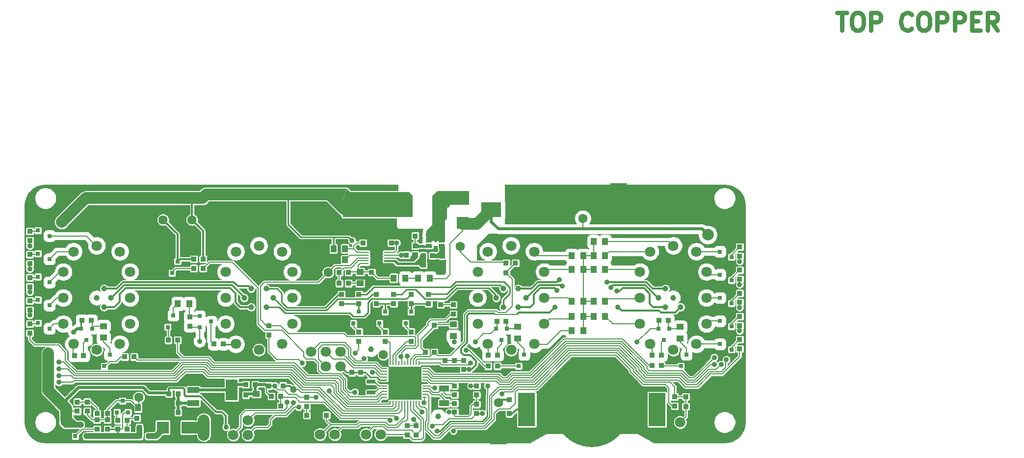
<source format=gbr>
G04 #@! TF.GenerationSoftware,KiCad,Pcbnew,(5.0.0)*
G04 #@! TF.CreationDate,2019-01-17T09:26:07-05:00*
G04 #@! TF.ProjectId,nixie_clock_3,6E697869655F636C6F636B5F332E6B69,rev?*
G04 #@! TF.SameCoordinates,PX3e8fa00PY66ce5c0*
G04 #@! TF.FileFunction,Copper,L1,Top,Signal*
G04 #@! TF.FilePolarity,Positive*
%FSLAX46Y46*%
G04 Gerber Fmt 4.6, Leading zero omitted, Abs format (unit mm)*
G04 Created by KiCad (PCBNEW (5.0.0)) date 01/17/19 09:26:07*
%MOMM*%
%LPD*%
G01*
G04 APERTURE LIST*
G04 #@! TA.AperFunction,NonConductor*
%ADD10C,0.750000*%
G04 #@! TD*
G04 #@! TA.AperFunction,ViaPad*
%ADD11C,0.900000*%
G04 #@! TD*
G04 #@! TA.AperFunction,SMDPad,CuDef*
%ADD12R,3.500000X2.500000*%
G04 #@! TD*
G04 #@! TA.AperFunction,SMDPad,CuDef*
%ADD13R,0.900000X0.900000*%
G04 #@! TD*
G04 #@! TA.AperFunction,SMDPad,CuDef*
%ADD14R,0.800100X0.800100*%
G04 #@! TD*
G04 #@! TA.AperFunction,ComponentPad*
%ADD15C,1.800000*%
G04 #@! TD*
G04 #@! TA.AperFunction,ViaPad*
%ADD16C,1.200000*%
G04 #@! TD*
G04 #@! TA.AperFunction,SMDPad,CuDef*
%ADD17R,1.250000X1.000000*%
G04 #@! TD*
G04 #@! TA.AperFunction,BGAPad,CuDef*
%ADD18C,13.000000*%
G04 #@! TD*
G04 #@! TA.AperFunction,SMDPad,CuDef*
%ADD19R,2.900000X5.800000*%
G04 #@! TD*
G04 #@! TA.AperFunction,SMDPad,CuDef*
%ADD20R,1.000000X1.250000*%
G04 #@! TD*
G04 #@! TA.AperFunction,SMDPad,CuDef*
%ADD21R,0.700000X0.250000*%
G04 #@! TD*
G04 #@! TA.AperFunction,SMDPad,CuDef*
%ADD22R,0.250000X0.700000*%
G04 #@! TD*
G04 #@! TA.AperFunction,SMDPad,CuDef*
%ADD23R,1.287500X1.287500*%
G04 #@! TD*
G04 #@! TA.AperFunction,SMDPad,CuDef*
%ADD24R,2.500000X3.500000*%
G04 #@! TD*
G04 #@! TA.AperFunction,SMDPad,CuDef*
%ADD25R,1.060000X0.650000*%
G04 #@! TD*
G04 #@! TA.AperFunction,ComponentPad*
%ADD26C,1.600000*%
G04 #@! TD*
G04 #@! TA.AperFunction,SMDPad,CuDef*
%ADD27R,2.032000X3.657600*%
G04 #@! TD*
G04 #@! TA.AperFunction,SMDPad,CuDef*
%ADD28R,2.032000X1.016000*%
G04 #@! TD*
G04 #@! TA.AperFunction,SMDPad,CuDef*
%ADD29R,1.600000X0.250000*%
G04 #@! TD*
G04 #@! TA.AperFunction,SMDPad,CuDef*
%ADD30R,1.570000X1.880000*%
G04 #@! TD*
G04 #@! TA.AperFunction,SMDPad,CuDef*
%ADD31R,1.700000X1.100000*%
G04 #@! TD*
G04 #@! TA.AperFunction,SMDPad,CuDef*
%ADD32R,1.500000X0.600000*%
G04 #@! TD*
G04 #@! TA.AperFunction,SMDPad,CuDef*
%ADD33R,1.500000X0.700000*%
G04 #@! TD*
G04 #@! TA.AperFunction,BGAPad,CuDef*
%ADD34C,1.000000*%
G04 #@! TD*
G04 #@! TA.AperFunction,SMDPad,CuDef*
%ADD35R,2.100000X2.100000*%
G04 #@! TD*
G04 #@! TA.AperFunction,SMDPad,CuDef*
%ADD36R,3.000000X3.000000*%
G04 #@! TD*
G04 #@! TA.AperFunction,ViaPad*
%ADD37C,1.000000*%
G04 #@! TD*
G04 #@! TA.AperFunction,ViaPad*
%ADD38C,2.000000*%
G04 #@! TD*
G04 #@! TA.AperFunction,Conductor*
%ADD39C,0.250000*%
G04 #@! TD*
G04 #@! TA.AperFunction,Conductor*
%ADD40C,0.200000*%
G04 #@! TD*
G04 #@! TA.AperFunction,Conductor*
%ADD41C,0.300000*%
G04 #@! TD*
G04 #@! TA.AperFunction,Conductor*
%ADD42C,1.000000*%
G04 #@! TD*
G04 #@! TA.AperFunction,Conductor*
%ADD43C,0.500000*%
G04 #@! TD*
G04 #@! TA.AperFunction,Conductor*
%ADD44C,2.000000*%
G04 #@! TD*
G04 #@! TA.AperFunction,Conductor*
%ADD45C,0.100000*%
G04 #@! TD*
G04 APERTURE END LIST*
D10*
X140500000Y74642858D02*
X142214285Y74642858D01*
X141357142Y71642858D02*
X141357142Y74642858D01*
X143785714Y74642858D02*
X144357142Y74642858D01*
X144642857Y74500000D01*
X144928571Y74214286D01*
X145071428Y73642858D01*
X145071428Y72642858D01*
X144928571Y72071429D01*
X144642857Y71785715D01*
X144357142Y71642858D01*
X143785714Y71642858D01*
X143500000Y71785715D01*
X143214285Y72071429D01*
X143071428Y72642858D01*
X143071428Y73642858D01*
X143214285Y74214286D01*
X143500000Y74500000D01*
X143785714Y74642858D01*
X146357142Y71642858D02*
X146357142Y74642858D01*
X147500000Y74642858D01*
X147785714Y74500000D01*
X147928571Y74357143D01*
X148071428Y74071429D01*
X148071428Y73642858D01*
X147928571Y73357143D01*
X147785714Y73214286D01*
X147500000Y73071429D01*
X146357142Y73071429D01*
X153357142Y71928572D02*
X153214285Y71785715D01*
X152785714Y71642858D01*
X152500000Y71642858D01*
X152071428Y71785715D01*
X151785714Y72071429D01*
X151642857Y72357143D01*
X151500000Y72928572D01*
X151500000Y73357143D01*
X151642857Y73928572D01*
X151785714Y74214286D01*
X152071428Y74500000D01*
X152500000Y74642858D01*
X152785714Y74642858D01*
X153214285Y74500000D01*
X153357142Y74357143D01*
X155214285Y74642858D02*
X155785714Y74642858D01*
X156071428Y74500000D01*
X156357142Y74214286D01*
X156500000Y73642858D01*
X156500000Y72642858D01*
X156357142Y72071429D01*
X156071428Y71785715D01*
X155785714Y71642858D01*
X155214285Y71642858D01*
X154928571Y71785715D01*
X154642857Y72071429D01*
X154500000Y72642858D01*
X154500000Y73642858D01*
X154642857Y74214286D01*
X154928571Y74500000D01*
X155214285Y74642858D01*
X157785714Y71642858D02*
X157785714Y74642858D01*
X158928571Y74642858D01*
X159214285Y74500000D01*
X159357142Y74357143D01*
X159500000Y74071429D01*
X159500000Y73642858D01*
X159357142Y73357143D01*
X159214285Y73214286D01*
X158928571Y73071429D01*
X157785714Y73071429D01*
X160785714Y71642858D02*
X160785714Y74642858D01*
X161928571Y74642858D01*
X162214285Y74500000D01*
X162357142Y74357143D01*
X162500000Y74071429D01*
X162500000Y73642858D01*
X162357142Y73357143D01*
X162214285Y73214286D01*
X161928571Y73071429D01*
X160785714Y73071429D01*
X163785714Y73214286D02*
X164785714Y73214286D01*
X165214285Y71642858D02*
X163785714Y71642858D01*
X163785714Y74642858D01*
X165214285Y74642858D01*
X168214285Y71642858D02*
X167214285Y73071429D01*
X166499999Y71642858D02*
X166499999Y74642858D01*
X167642857Y74642858D01*
X167928571Y74500000D01*
X168071428Y74357143D01*
X168214285Y74071429D01*
X168214285Y73642858D01*
X168071428Y73357143D01*
X167928571Y73214286D01*
X167642857Y73071429D01*
X166499999Y73071429D01*
D11*
G04 #@! TO.N,GND*
G04 #@! TO.C,~*
X64800000Y10700000D03*
G04 #@! TD*
G04 #@! TO.N,GND*
G04 #@! TO.C,~*
X61000000Y32800000D03*
G04 #@! TD*
D12*
G04 #@! TO.P,C20,1*
G04 #@! TO.N,+12V*
X56950000Y40600000D03*
G04 #@! TO.P,C20,2*
G04 #@! TO.N,GND*
X50450000Y40600000D03*
G04 #@! TD*
D13*
G04 #@! TO.P,C21,1*
G04 #@! TO.N,/AREF*
X74500000Y10200000D03*
G04 #@! TO.P,C21,2*
G04 #@! TO.N,GND*
X76100000Y10200000D03*
G04 #@! TD*
G04 #@! TO.P,D12,1*
G04 #@! TO.N,VDD*
X83950000Y7800000D03*
G04 #@! TO.P,D12,2*
G04 #@! TO.N,Net-(BT1-Pad1)*
X83950000Y5400000D03*
G04 #@! TD*
D14*
G04 #@! TO.P,Q3,1*
G04 #@! TO.N,Net-(Q3-Pad1)*
X9050000Y1499240D03*
G04 #@! TO.P,Q3,2*
G04 #@! TO.N,Net-(C4-Pad1)*
X10950000Y1499240D03*
G04 #@! TO.P,Q3,3*
G04 #@! TO.N,+12V*
X10000000Y3498220D03*
G04 #@! TD*
D13*
G04 #@! TO.P,R7,1*
G04 #@! TO.N,Net-(Q3-Pad1)*
X12800000Y2700000D03*
G04 #@! TO.P,R7,2*
G04 #@! TO.N,Net-(C5-Pad2)*
X12800000Y4300000D03*
G04 #@! TD*
G04 #@! TO.P,R8,1*
G04 #@! TO.N,Net-(C6-Pad2)*
X11100000Y7400000D03*
G04 #@! TO.P,R8,2*
G04 #@! TO.N,Net-(C5-Pad2)*
X11100000Y5800000D03*
G04 #@! TD*
G04 #@! TO.P,C6,1*
G04 #@! TO.N,+12V*
X9400000Y5800000D03*
G04 #@! TO.P,C6,2*
G04 #@! TO.N,Net-(C6-Pad2)*
X9400000Y7400000D03*
G04 #@! TD*
D15*
G04 #@! TO.P,CON1,3*
G04 #@! TO.N,BTN_MODE*
X52300000Y16070000D03*
G04 #@! TO.P,CON1,4*
G04 #@! TO.N,BTN_UP*
X52300000Y13530000D03*
G04 #@! TO.P,CON1,5*
G04 #@! TO.N,RST*
X49760000Y16070000D03*
G04 #@! TO.P,CON1,6*
G04 #@! TO.N,GND*
X49760000Y13530000D03*
G04 #@! TO.P,CON1,1*
G04 #@! TO.N,BTN_SET*
X54840000Y16070000D03*
G04 #@! TO.P,CON1,2*
G04 #@! TO.N,VDD*
X54840000Y13530000D03*
G04 #@! TD*
D16*
G04 #@! TO.N,GND*
G04 #@! TO.C,~*
X83200000Y12600000D03*
G04 #@! TD*
G04 #@! TO.N,GND*
G04 #@! TO.C,~*
X102800000Y43800000D03*
G04 #@! TD*
G04 #@! TO.N,GND*
G04 #@! TO.C,~*
X122300000Y35900000D03*
G04 #@! TD*
D11*
G04 #@! TO.N,GND*
G04 #@! TO.C,~*
X115400000Y12600000D03*
G04 #@! TD*
D16*
G04 #@! TO.N,GND*
G04 #@! TO.C,~*
X72600000Y16400000D03*
G04 #@! TD*
G04 #@! TO.N,GND*
G04 #@! TO.C,~*
X22900000Y16200000D03*
G04 #@! TD*
G04 #@! TO.N,GND*
G04 #@! TO.C,~*
X98200000Y6900000D03*
G04 #@! TD*
G04 #@! TO.N,GND*
G04 #@! TO.C,~*
X25400000Y16200000D03*
G04 #@! TD*
G04 #@! TO.N,GND*
G04 #@! TO.C,~*
X71600000Y13175000D03*
G04 #@! TD*
G04 #@! TO.N,GND*
G04 #@! TO.C,~*
X44500000Y4100000D03*
G04 #@! TD*
D11*
G04 #@! TO.N,GND*
G04 #@! TO.C,~*
X77200000Y7900000D03*
G04 #@! TD*
D16*
G04 #@! TO.N,GND*
G04 #@! TO.C,~*
X21700000Y25500000D03*
G04 #@! TD*
G04 #@! TO.N,GND*
G04 #@! TO.C,~*
X29100000Y16350000D03*
G04 #@! TD*
G04 #@! TO.N,GND*
G04 #@! TO.C,~*
X33250000Y10700000D03*
G04 #@! TD*
G04 #@! TO.N,GND*
G04 #@! TO.C,~*
X58300000Y9900000D03*
G04 #@! TD*
G04 #@! TO.N,GND*
G04 #@! TO.C,~*
X31550000Y10700000D03*
G04 #@! TD*
G04 #@! TO.N,GND*
G04 #@! TO.C,~*
X82100000Y1500000D03*
G04 #@! TD*
G04 #@! TO.N,GND*
G04 #@! TO.C,~*
X23500000Y5200000D03*
G04 #@! TD*
G04 #@! TO.N,GND*
G04 #@! TO.C,~*
X23500000Y6400000D03*
G04 #@! TD*
G04 #@! TO.N,GND*
G04 #@! TO.C,~*
X17800000Y13850000D03*
G04 #@! TD*
G04 #@! TO.N,GND*
G04 #@! TO.C,~*
X41800000Y39000000D03*
G04 #@! TD*
G04 #@! TO.N,GND*
G04 #@! TO.C,~*
X2600000Y38900000D03*
G04 #@! TD*
D11*
G04 #@! TO.N,GND*
G04 #@! TO.C,~*
X66900000Y10700000D03*
G04 #@! TD*
D16*
G04 #@! TO.N,GND*
G04 #@! TO.C,~*
X6350000Y18300000D03*
G04 #@! TD*
G04 #@! TO.N,GND*
G04 #@! TO.C,~*
X49500000Y38300000D03*
G04 #@! TD*
G04 #@! TO.N,GND*
G04 #@! TO.C,~*
X51700000Y38300000D03*
G04 #@! TD*
G04 #@! TO.N,GND*
G04 #@! TO.C,~*
X62500000Y37000000D03*
G04 #@! TD*
G04 #@! TO.N,GND*
G04 #@! TO.C,~*
X60800000Y37000000D03*
G04 #@! TD*
G04 #@! TO.N,GND*
G04 #@! TO.C,~*
X52300000Y32000000D03*
G04 #@! TD*
G04 #@! TO.N,GND*
G04 #@! TO.C,~*
X15800000Y8700000D03*
G04 #@! TD*
G04 #@! TO.N,GND*
G04 #@! TO.C,~*
X88400000Y42600000D03*
G04 #@! TD*
G04 #@! TO.N,GND*
G04 #@! TO.C,~*
X86400000Y42600000D03*
G04 #@! TD*
G04 #@! TO.N,GND*
G04 #@! TO.C,~*
X47500000Y41300000D03*
G04 #@! TD*
G04 #@! TO.N,GND*
G04 #@! TO.C,~*
X47500000Y39600000D03*
G04 #@! TD*
G04 #@! TO.N,GND*
G04 #@! TO.C,~*
X72300000Y30000000D03*
G04 #@! TD*
D11*
G04 #@! TO.N,GND*
G04 #@! TO.C,~*
X61000000Y31800000D03*
G04 #@! TD*
D16*
G04 #@! TO.N,GND*
G04 #@! TO.C,~*
X12600000Y39500000D03*
G04 #@! TD*
G04 #@! TO.N,GND*
G04 #@! TO.C,~*
X21600000Y29700000D03*
G04 #@! TD*
G04 #@! TO.N,GND*
G04 #@! TO.C,~*
X24100000Y25500000D03*
G04 #@! TD*
G04 #@! TO.N,GND*
G04 #@! TO.C,~*
X24100000Y29700000D03*
G04 #@! TD*
G04 #@! TO.N,GND*
G04 #@! TO.C,~*
X30900000Y25700000D03*
G04 #@! TD*
G04 #@! TO.N,GND*
G04 #@! TO.C,~*
X30800000Y29200000D03*
G04 #@! TD*
G04 #@! TO.N,GND*
G04 #@! TO.C,~*
X20500000Y39500000D03*
G04 #@! TD*
G04 #@! TO.N,GND*
G04 #@! TO.C,~*
X36200000Y39100000D03*
G04 #@! TD*
D15*
G04 #@! TO.P,NT1,3*
G04 #@! TO.N,/n9*
X7000000Y25400000D03*
G04 #@! TO.P,NT1,4*
G04 #@! TO.N,/n8*
X7000000Y29900000D03*
G04 #@! TO.P,NT1,5*
G04 #@! TO.N,/n7*
X8750000Y33400000D03*
G04 #@! TO.P,NT1,6*
G04 #@! TO.N,/n6*
X12750000Y34400000D03*
G04 #@! TO.P,NT1,7*
G04 #@! TO.N,/n5*
X16750000Y33400000D03*
G04 #@! TO.P,NT1,8*
G04 #@! TO.N,/n4*
X18500000Y29900000D03*
G04 #@! TO.P,NT1,9*
G04 #@! TO.N,/n3*
X18500000Y25400000D03*
G04 #@! TO.P,NT1,2*
G04 #@! TO.N,/n0*
X7000000Y20900000D03*
G04 #@! TO.P,NT1,10*
G04 #@! TO.N,/n2*
X18500000Y20900000D03*
G04 #@! TO.P,NT1,1*
G04 #@! TO.N,/nD*
X8750000Y17400000D03*
G04 #@! TO.P,NT1,11*
G04 #@! TO.N,/n1*
X16750000Y17400000D03*
G04 #@! TO.P,NT1,12*
G04 #@! TO.N,N/C*
X12750000Y16400000D03*
G04 #@! TD*
D13*
G04 #@! TO.P,R1,1*
G04 #@! TO.N,Net-(C3-Pad1)*
X78300000Y7000000D03*
G04 #@! TO.P,R1,2*
G04 #@! TO.N,VDD*
X78300000Y5400000D03*
G04 #@! TD*
D17*
G04 #@! TO.P,R57,1*
G04 #@! TO.N,Net-(Q22-Pad1)*
X85400000Y20400000D03*
G04 #@! TO.P,R57,2*
G04 #@! TO.N,Net-(Q19-Pad3)*
X85400000Y18400000D03*
G04 #@! TD*
D14*
G04 #@! TO.P,Q25,1*
G04 #@! TO.N,Net-(Q25-Pad1)*
X111550000Y20100760D03*
G04 #@! TO.P,Q25,2*
G04 #@! TO.N,VCC*
X109650000Y20100760D03*
G04 #@! TO.P,Q25,3*
G04 #@! TO.N,Net-(Q25-Pad3)*
X110600000Y18101780D03*
G04 #@! TD*
D13*
G04 #@! TO.P,R64,1*
G04 #@! TO.N,VCC*
X109800000Y21500000D03*
G04 #@! TO.P,R64,2*
G04 #@! TO.N,Net-(Q25-Pad1)*
X111400000Y21500000D03*
G04 #@! TD*
D18*
G04 #@! TO.P,BT1,2*
G04 #@! TO.N,GND*
X98200000Y6100000D03*
D19*
G04 #@! TO.P,BT1,1*
G04 #@! TO.N,Net-(BT1-Pad1)*
X86950000Y6100000D03*
X109450000Y6100000D03*
G04 #@! TD*
D13*
G04 #@! TO.P,C1,1*
G04 #@! TO.N,VDD*
X58300000Y12500000D03*
G04 #@! TO.P,C1,2*
G04 #@! TO.N,GND*
X58300000Y10900000D03*
G04 #@! TD*
G04 #@! TO.P,C2,1*
G04 #@! TO.N,VDD*
X56800000Y12500000D03*
G04 #@! TO.P,C2,2*
G04 #@! TO.N,GND*
X56800000Y10900000D03*
G04 #@! TD*
G04 #@! TO.P,C3,1*
G04 #@! TO.N,Net-(C3-Pad1)*
X74500000Y5650000D03*
G04 #@! TO.P,C3,2*
G04 #@! TO.N,GND*
X76100000Y5650000D03*
G04 #@! TD*
G04 #@! TO.P,C4,1*
G04 #@! TO.N,Net-(C4-Pad1)*
X20100000Y3000000D03*
G04 #@! TO.P,C4,2*
G04 #@! TO.N,GND*
X21700000Y3000000D03*
G04 #@! TD*
G04 #@! TO.P,C5,1*
G04 #@! TO.N,Net-(C4-Pad1)*
X14600000Y2700000D03*
G04 #@! TO.P,C5,2*
G04 #@! TO.N,Net-(C5-Pad2)*
X14600000Y4300000D03*
G04 #@! TD*
G04 #@! TO.P,C7,1*
G04 #@! TO.N,/V_CTL_REG*
X71000000Y16000000D03*
G04 #@! TO.P,C7,2*
G04 #@! TO.N,GND*
X71000000Y17600000D03*
G04 #@! TD*
G04 #@! TO.P,C8,1*
G04 #@! TO.N,GND*
X76100000Y7150000D03*
G04 #@! TO.P,C8,2*
G04 #@! TO.N,Net-(C8-Pad2)*
X74500000Y7150000D03*
G04 #@! TD*
G04 #@! TO.P,C9,1*
G04 #@! TO.N,GND*
X76100000Y8650000D03*
G04 #@! TO.P,C9,2*
G04 #@! TO.N,Net-(C9-Pad2)*
X74500000Y8650000D03*
G04 #@! TD*
G04 #@! TO.P,C10,1*
G04 #@! TO.N,/V_IN*
X72900000Y14600000D03*
G04 #@! TO.P,C10,2*
G04 #@! TO.N,GND*
X72900000Y13000000D03*
G04 #@! TD*
G04 #@! TO.P,C11,1*
G04 #@! TO.N,/V_TST*
X114400000Y8300000D03*
G04 #@! TO.P,C11,2*
G04 #@! TO.N,GND*
X116000000Y8300000D03*
G04 #@! TD*
G04 #@! TO.P,C12,1*
G04 #@! TO.N,Net-(C12-Pad1)*
X26800000Y5600000D03*
G04 #@! TO.P,C12,2*
G04 #@! TO.N,GND*
X25200000Y5600000D03*
G04 #@! TD*
G04 #@! TO.P,C13,1*
G04 #@! TO.N,Net-(C12-Pad1)*
X26800000Y7200000D03*
G04 #@! TO.P,C13,2*
G04 #@! TO.N,GND*
X25200000Y7200000D03*
G04 #@! TD*
G04 #@! TO.P,C14,1*
G04 #@! TO.N,+5V*
X38500000Y8600000D03*
G04 #@! TO.P,C14,2*
G04 #@! TO.N,GND*
X38500000Y7000000D03*
G04 #@! TD*
D17*
G04 #@! TO.P,C15,1*
G04 #@! TO.N,+5V*
X40300000Y8800000D03*
G04 #@! TO.P,C15,2*
G04 #@! TO.N,GND*
X40300000Y6800000D03*
G04 #@! TD*
G04 #@! TO.P,C16,1*
G04 #@! TO.N,Net-(C16-Pad1)*
X58200000Y27900000D03*
G04 #@! TO.P,C16,2*
G04 #@! TO.N,Net-(C16-Pad2)*
X58200000Y29900000D03*
G04 #@! TD*
D13*
G04 #@! TO.P,C17,1*
G04 #@! TO.N,GND*
X60300000Y34900000D03*
G04 #@! TO.P,C17,2*
G04 #@! TO.N,Net-(C17-Pad2)*
X58700000Y34900000D03*
G04 #@! TD*
D20*
G04 #@! TO.P,C18,1*
G04 #@! TO.N,GND*
X53600000Y32000000D03*
G04 #@! TO.P,C18,2*
G04 #@! TO.N,Net-(C18-Pad2)*
X55600000Y32000000D03*
G04 #@! TD*
D13*
G04 #@! TO.P,C19,1*
G04 #@! TO.N,Net-(C19-Pad1)*
X54600000Y29800000D03*
G04 #@! TO.P,C19,2*
G04 #@! TO.N,Net-(C16-Pad2)*
X56200000Y29800000D03*
G04 #@! TD*
G04 #@! TO.P,C22,1*
G04 #@! TO.N,+12V*
X60100000Y39900000D03*
G04 #@! TO.P,C22,2*
G04 #@! TO.N,GND*
X60100000Y38300000D03*
G04 #@! TD*
G04 #@! TO.P,C23,1*
G04 #@! TO.N,+12V*
X61700000Y39900000D03*
G04 #@! TO.P,C23,2*
G04 #@! TO.N,GND*
X61700000Y38300000D03*
G04 #@! TD*
G04 #@! TO.P,C24,1*
G04 #@! TO.N,Net-(C24-Pad1)*
X69100000Y31100000D03*
G04 #@! TO.P,C24,2*
G04 #@! TO.N,GND*
X70700000Y31100000D03*
G04 #@! TD*
G04 #@! TO.P,C25,1*
G04 #@! TO.N,+12V*
X63300000Y39900000D03*
G04 #@! TO.P,C25,2*
G04 #@! TO.N,GND*
X63300000Y38300000D03*
G04 #@! TD*
G04 #@! TO.P,C26,1*
G04 #@! TO.N,+12V*
X63600000Y34900000D03*
G04 #@! TO.P,C26,2*
G04 #@! TO.N,GND*
X62000000Y34900000D03*
G04 #@! TD*
G04 #@! TO.P,C27,1*
G04 #@! TO.N,/CTL_REG*
X66200000Y32800000D03*
G04 #@! TO.P,C27,2*
G04 #@! TO.N,GND*
X66200000Y34400000D03*
G04 #@! TD*
G04 #@! TO.P,C29,1*
G04 #@! TO.N,/V_HV*
X69500000Y16000000D03*
G04 #@! TO.P,C29,2*
G04 #@! TO.N,GND*
X69500000Y17600000D03*
G04 #@! TD*
G04 #@! TO.P,D2,1*
G04 #@! TO.N,Net-(D2-Pad1)*
X19700000Y4600000D03*
G04 #@! TO.P,D2,2*
G04 #@! TO.N,GND*
X22100000Y4600000D03*
G04 #@! TD*
G04 #@! TO.P,D3,1*
G04 #@! TO.N,Net-(C5-Pad2)*
X14600000Y5400000D03*
G04 #@! TO.P,D3,2*
G04 #@! TO.N,GND*
X14600000Y7800000D03*
G04 #@! TD*
G04 #@! TO.P,D7,1*
G04 #@! TO.N,GND*
X47400000Y5100000D03*
G04 #@! TO.P,D7,2*
G04 #@! TO.N,Net-(D7-Pad2)*
X49000000Y5100000D03*
G04 #@! TD*
G04 #@! TO.P,D8,1*
G04 #@! TO.N,GND*
X72100000Y22600000D03*
G04 #@! TO.P,D8,2*
G04 #@! TO.N,Net-(D8-Pad2)*
X72100000Y24200000D03*
G04 #@! TD*
D21*
G04 #@! TO.P,IC1,1*
G04 #@! TO.N,BTN_UP*
X62500000Y13200000D03*
G04 #@! TO.P,IC1,2*
G04 #@! TO.N,BTN_SET*
X62500000Y12700000D03*
G04 #@! TO.P,IC1,3*
G04 #@! TO.N,BTN_MODE*
X62500000Y12200000D03*
G04 #@! TO.P,IC1,4*
G04 #@! TO.N,RST*
X62500000Y11700000D03*
G04 #@! TO.P,IC1,5*
G04 #@! TO.N,VDD*
X62500000Y11200000D03*
G04 #@! TO.P,IC1,6*
G04 #@! TO.N,GND*
X62500000Y10700000D03*
G04 #@! TO.P,IC1,7*
G04 #@! TO.N,Net-(IC1-Pad7)*
X62500000Y10200000D03*
G04 #@! TO.P,IC1,8*
G04 #@! TO.N,Net-(IC1-Pad8)*
X62500000Y9700000D03*
G04 #@! TO.P,IC1,9*
G04 #@! TO.N,AN_C*
X62500000Y9200000D03*
G04 #@! TO.P,IC1,10*
G04 #@! TO.N,AN_D*
X62500000Y8700000D03*
G04 #@! TO.P,IC1,11*
G04 #@! TO.N,N_0*
X62500000Y8200000D03*
D22*
G04 #@! TO.P,IC1,12*
G04 #@! TO.N,N_6*
X63400000Y7300000D03*
G04 #@! TO.P,IC1,13*
G04 #@! TO.N,N_7*
X63900000Y7300000D03*
G04 #@! TO.P,IC1,14*
G04 #@! TO.N,B_LED*
X64400000Y7300000D03*
G04 #@! TO.P,IC1,15*
G04 #@! TO.N,N_8*
X64900000Y7300000D03*
G04 #@! TO.P,IC1,16*
G04 #@! TO.N,N_9*
X65400000Y7300000D03*
G04 #@! TO.P,IC1,17*
G04 #@! TO.N,/MCU_RXD*
X65900000Y7300000D03*
G04 #@! TO.P,IC1,18*
G04 #@! TO.N,/MCU_TXD*
X66400000Y7300000D03*
G04 #@! TO.P,IC1,19*
G04 #@! TO.N,/I2C_SCL*
X66900000Y7300000D03*
G04 #@! TO.P,IC1,20*
G04 #@! TO.N,/I2C_SDA*
X67400000Y7300000D03*
G04 #@! TO.P,IC1,21*
G04 #@! TO.N,EXT_PWR*
X67900000Y7300000D03*
G04 #@! TO.P,IC1,22*
G04 #@! TO.N,N_1*
X68400000Y7300000D03*
D21*
G04 #@! TO.P,IC1,23*
G04 #@! TO.N,Net-(IC1-Pad23)*
X69300000Y8200000D03*
G04 #@! TO.P,IC1,24*
G04 #@! TO.N,N_2*
X69300000Y8700000D03*
G04 #@! TO.P,IC1,25*
G04 #@! TO.N,Net-(C8-Pad2)*
X69300000Y9200000D03*
G04 #@! TO.P,IC1,26*
G04 #@! TO.N,Net-(C9-Pad2)*
X69300000Y9700000D03*
G04 #@! TO.P,IC1,27*
G04 #@! TO.N,Net-(C3-Pad1)*
X69300000Y10200000D03*
G04 #@! TO.P,IC1,28*
G04 #@! TO.N,GND*
X69300000Y10700000D03*
G04 #@! TO.P,IC1,29*
G04 #@! TO.N,/AREF*
X69300000Y11200000D03*
G04 #@! TO.P,IC1,30*
G04 #@! TO.N,N_3*
X69300000Y11700000D03*
G04 #@! TO.P,IC1,31*
G04 #@! TO.N,N_4*
X69300000Y12200000D03*
G04 #@! TO.P,IC1,32*
G04 #@! TO.N,N_5*
X69300000Y12700000D03*
G04 #@! TO.P,IC1,33*
G04 #@! TO.N,AN_A*
X69300000Y13200000D03*
D22*
G04 #@! TO.P,IC1,34*
G04 #@! TO.N,/V_TST*
X68400000Y14100000D03*
G04 #@! TO.P,IC1,35*
G04 #@! TO.N,/V_IN*
X67900000Y14100000D03*
G04 #@! TO.P,IC1,36*
G04 #@! TO.N,/V_CTL_REG*
X67400000Y14100000D03*
G04 #@! TO.P,IC1,37*
G04 #@! TO.N,/V_HV*
X66900000Y14100000D03*
G04 #@! TO.P,IC1,38*
G04 #@! TO.N,AN_B*
X66400000Y14100000D03*
G04 #@! TO.P,IC1,39*
G04 #@! TO.N,N/C*
X65900000Y14100000D03*
G04 #@! TO.P,IC1,40*
G04 #@! TO.N,/RTC_1HZ*
X65400000Y14100000D03*
G04 #@! TO.P,IC1,41*
G04 #@! TO.N,N/C*
X64900000Y14100000D03*
G04 #@! TO.P,IC1,42*
G04 #@! TO.N,BOOST_EN*
X64400000Y14100000D03*
G04 #@! TO.P,IC1,43*
G04 #@! TO.N,R_LED*
X63900000Y14100000D03*
G04 #@! TO.P,IC1,44*
G04 #@! TO.N,G_LED*
X63400000Y14100000D03*
D23*
G04 #@! TO.P,IC1,45*
G04 #@! TO.N,GND*
X67831250Y8768750D03*
X67831250Y10056250D03*
X67831250Y11343750D03*
X67831250Y12631250D03*
X66543750Y8768750D03*
X66543750Y10056250D03*
X66543750Y11343750D03*
X66543750Y12631250D03*
X65256250Y8768750D03*
X65256250Y10056250D03*
X65256250Y11343750D03*
X65256250Y12631250D03*
X63968750Y8768750D03*
X63968750Y10056250D03*
X63968750Y11343750D03*
X63968750Y12631250D03*
G04 #@! TD*
D13*
G04 #@! TO.P,L1,1*
G04 #@! TO.N,Net-(C4-Pad1)*
X20100000Y1500000D03*
G04 #@! TO.P,L1,2*
G04 #@! TO.N,Net-(D1-Pad1)*
X21700000Y1500000D03*
G04 #@! TD*
G04 #@! TO.P,L2,1*
G04 #@! TO.N,Net-(C12-Pad1)*
X26800000Y8800000D03*
G04 #@! TO.P,L2,2*
G04 #@! TO.N,+12V*
X25200000Y8800000D03*
G04 #@! TD*
G04 #@! TO.P,L3,1*
G04 #@! TO.N,+5V*
X40100000Y10400000D03*
G04 #@! TO.P,L3,2*
G04 #@! TO.N,Net-(L3-Pad2)*
X38500000Y10400000D03*
G04 #@! TD*
D24*
G04 #@! TO.P,L4,1*
G04 #@! TO.N,Net-(D13-Pad2)*
X71900000Y41300000D03*
G04 #@! TO.P,L4,2*
G04 #@! TO.N,+12V*
X65900000Y41300000D03*
G04 #@! TD*
D15*
G04 #@! TO.P,NT2,3*
G04 #@! TO.N,/n9*
X35000000Y25400000D03*
G04 #@! TO.P,NT2,4*
G04 #@! TO.N,/n8*
X35000000Y29900000D03*
G04 #@! TO.P,NT2,5*
G04 #@! TO.N,/n7*
X36750000Y33400000D03*
G04 #@! TO.P,NT2,6*
G04 #@! TO.N,/n6*
X40750000Y34400000D03*
G04 #@! TO.P,NT2,7*
G04 #@! TO.N,/n5*
X44750000Y33400000D03*
G04 #@! TO.P,NT2,8*
G04 #@! TO.N,/n4*
X46500000Y29900000D03*
G04 #@! TO.P,NT2,9*
G04 #@! TO.N,/n3*
X46500000Y25400000D03*
G04 #@! TO.P,NT2,2*
G04 #@! TO.N,/n0*
X35000000Y20900000D03*
G04 #@! TO.P,NT2,10*
G04 #@! TO.N,/n2*
X46500000Y20900000D03*
G04 #@! TO.P,NT2,1*
G04 #@! TO.N,/nC*
X36750000Y17400000D03*
G04 #@! TO.P,NT2,11*
G04 #@! TO.N,/n1*
X44750000Y17400000D03*
G04 #@! TO.P,NT2,12*
G04 #@! TO.N,N/C*
X40750000Y16400000D03*
G04 #@! TD*
G04 #@! TO.P,NT3,3*
G04 #@! TO.N,/n9*
X78500000Y25400000D03*
G04 #@! TO.P,NT3,4*
G04 #@! TO.N,/n8*
X78500000Y29900000D03*
G04 #@! TO.P,NT3,5*
G04 #@! TO.N,/n7*
X80250000Y33400000D03*
G04 #@! TO.P,NT3,6*
G04 #@! TO.N,/n6*
X84250000Y34400000D03*
G04 #@! TO.P,NT3,7*
G04 #@! TO.N,/n5*
X88250000Y33400000D03*
G04 #@! TO.P,NT3,8*
G04 #@! TO.N,/n4*
X90000000Y29900000D03*
G04 #@! TO.P,NT3,9*
G04 #@! TO.N,/n3*
X90000000Y25400000D03*
G04 #@! TO.P,NT3,2*
G04 #@! TO.N,/n0*
X78500000Y20900000D03*
G04 #@! TO.P,NT3,10*
G04 #@! TO.N,/n2*
X90000000Y20900000D03*
G04 #@! TO.P,NT3,1*
G04 #@! TO.N,/nB*
X80250000Y17400000D03*
G04 #@! TO.P,NT3,11*
G04 #@! TO.N,/n1*
X88250000Y17400000D03*
G04 #@! TO.P,NT3,12*
G04 #@! TO.N,N/C*
X84250000Y16400000D03*
G04 #@! TD*
G04 #@! TO.P,NT4,3*
G04 #@! TO.N,/n9*
X106500000Y25400000D03*
G04 #@! TO.P,NT4,4*
G04 #@! TO.N,/n8*
X106500000Y29900000D03*
G04 #@! TO.P,NT4,5*
G04 #@! TO.N,/n7*
X108250000Y33400000D03*
G04 #@! TO.P,NT4,6*
G04 #@! TO.N,/n6*
X112250000Y34400000D03*
G04 #@! TO.P,NT4,7*
G04 #@! TO.N,/n5*
X116250000Y33400000D03*
G04 #@! TO.P,NT4,8*
G04 #@! TO.N,/n4*
X118000000Y29900000D03*
G04 #@! TO.P,NT4,9*
G04 #@! TO.N,/n3*
X118000000Y25400000D03*
G04 #@! TO.P,NT4,2*
G04 #@! TO.N,/n0*
X106500000Y20900000D03*
G04 #@! TO.P,NT4,10*
G04 #@! TO.N,/n2*
X118000000Y20900000D03*
G04 #@! TO.P,NT4,1*
G04 #@! TO.N,/nA*
X108250000Y17400000D03*
G04 #@! TO.P,NT4,11*
G04 #@! TO.N,/n1*
X116250000Y17400000D03*
G04 #@! TO.P,NT4,12*
G04 #@! TO.N,N/C*
X112250000Y16400000D03*
G04 #@! TD*
G04 #@! TO.P,P2,3*
G04 #@! TO.N,GND*
X56660000Y1800000D03*
G04 #@! TO.P,P2,1*
G04 #@! TO.N,/I2C_SDA*
X61740000Y1800000D03*
G04 #@! TO.P,P2,2*
G04 #@! TO.N,/I2C_SCL*
X59200000Y1800000D03*
G04 #@! TD*
G04 #@! TO.P,P3,2*
G04 #@! TO.N,/MCU_RXD*
X51300000Y1800000D03*
G04 #@! TO.P,P3,1*
G04 #@! TO.N,/MCU_TXD*
X53840000Y1800000D03*
G04 #@! TO.P,P3,3*
G04 #@! TO.N,GND*
X48760000Y1800000D03*
G04 #@! TD*
D14*
G04 #@! TO.P,Q1,1*
G04 #@! TO.N,Net-(Q1-Pad1)*
X16250000Y5599240D03*
G04 #@! TO.P,Q1,2*
G04 #@! TO.N,Net-(C4-Pad1)*
X18150000Y5599240D03*
G04 #@! TO.P,Q1,3*
G04 #@! TO.N,Net-(C5-Pad2)*
X17200000Y7598220D03*
G04 #@! TD*
G04 #@! TO.P,Q2,1*
G04 #@! TO.N,Net-(Q2-Pad1)*
X57050000Y20999240D03*
G04 #@! TO.P,Q2,2*
G04 #@! TO.N,GND*
X58950000Y20999240D03*
G04 #@! TO.P,Q2,3*
G04 #@! TO.N,Net-(Q2-Pad3)*
X58000000Y22998220D03*
G04 #@! TD*
G04 #@! TO.P,Q4,1*
G04 #@! TO.N,Net-(Q4-Pad1)*
X61550000Y20999240D03*
G04 #@! TO.P,Q4,2*
G04 #@! TO.N,GND*
X63450000Y20999240D03*
G04 #@! TO.P,Q4,3*
G04 #@! TO.N,Net-(Q4-Pad3)*
X62500000Y22998220D03*
G04 #@! TD*
G04 #@! TO.P,Q5,1*
G04 #@! TO.N,Net-(Q5-Pad1)*
X25750000Y29699240D03*
G04 #@! TO.P,Q5,2*
G04 #@! TO.N,GND*
X27650000Y29699240D03*
G04 #@! TO.P,Q5,3*
G04 #@! TO.N,Net-(Q5-Pad3)*
X26700000Y31698220D03*
G04 #@! TD*
G04 #@! TO.P,Q6,1*
G04 #@! TO.N,Net-(Q6-Pad1)*
X66050000Y20999240D03*
G04 #@! TO.P,Q6,2*
G04 #@! TO.N,GND*
X67950000Y20999240D03*
G04 #@! TO.P,Q6,3*
G04 #@! TO.N,Net-(Q6-Pad3)*
X67000000Y22998220D03*
G04 #@! TD*
G04 #@! TO.P,Q7,1*
G04 #@! TO.N,Net-(Q7-Pad1)*
X14050000Y13599240D03*
G04 #@! TO.P,Q7,2*
G04 #@! TO.N,GND*
X15950000Y13599240D03*
G04 #@! TO.P,Q7,3*
G04 #@! TO.N,Net-(Q7-Pad3)*
X15000000Y15598220D03*
G04 #@! TD*
G04 #@! TO.P,Q8,1*
G04 #@! TO.N,Net-(Q8-Pad1)*
X11950000Y20100760D03*
G04 #@! TO.P,Q8,2*
G04 #@! TO.N,VCC*
X10050000Y20100760D03*
G04 #@! TO.P,Q8,3*
G04 #@! TO.N,Net-(Q8-Pad3)*
X11000000Y18101780D03*
G04 #@! TD*
G04 #@! TO.P,Q9,1*
G04 #@! TO.N,Net-(Q9-Pad1)*
X2599240Y21050000D03*
G04 #@! TO.P,Q9,2*
G04 #@! TO.N,GND*
X2599240Y19150000D03*
G04 #@! TO.P,Q9,3*
G04 #@! TO.N,/n0*
X4598220Y20100000D03*
G04 #@! TD*
G04 #@! TO.P,Q10,1*
G04 #@! TO.N,Net-(Q10-Pad1)*
X122300760Y16450000D03*
G04 #@! TO.P,Q10,2*
G04 #@! TO.N,GND*
X122300760Y18350000D03*
G04 #@! TO.P,Q10,3*
G04 #@! TO.N,/n1*
X120301780Y17400000D03*
G04 #@! TD*
G04 #@! TO.P,Q11,1*
G04 #@! TO.N,Net-(Q11-Pad1)*
X122300760Y20450000D03*
G04 #@! TO.P,Q11,2*
G04 #@! TO.N,GND*
X122300760Y22350000D03*
G04 #@! TO.P,Q11,3*
G04 #@! TO.N,/n2*
X120301780Y21400000D03*
G04 #@! TD*
G04 #@! TO.P,Q12,1*
G04 #@! TO.N,Net-(Q12-Pad1)*
X122300760Y24450000D03*
G04 #@! TO.P,Q12,2*
G04 #@! TO.N,GND*
X122300760Y26350000D03*
G04 #@! TO.P,Q12,3*
G04 #@! TO.N,/n3*
X120301780Y25400000D03*
G04 #@! TD*
G04 #@! TO.P,Q13,1*
G04 #@! TO.N,Net-(Q13-Pad1)*
X25000000Y20349240D03*
G04 #@! TO.P,Q13,2*
G04 #@! TO.N,GND*
X26900000Y20349240D03*
G04 #@! TO.P,Q13,3*
G04 #@! TO.N,Net-(Q13-Pad3)*
X25950000Y22348220D03*
G04 #@! TD*
G04 #@! TO.P,Q14,1*
G04 #@! TO.N,Net-(Q14-Pad1)*
X30499240Y22250000D03*
G04 #@! TO.P,Q14,2*
G04 #@! TO.N,VCC*
X30499240Y20350000D03*
G04 #@! TO.P,Q14,3*
G04 #@! TO.N,Net-(Q14-Pad3)*
X32498220Y21300000D03*
G04 #@! TD*
G04 #@! TO.P,Q15,1*
G04 #@! TO.N,Net-(Q15-Pad1)*
X122300760Y28450000D03*
G04 #@! TO.P,Q15,2*
G04 #@! TO.N,GND*
X122300760Y30350000D03*
G04 #@! TO.P,Q15,3*
G04 #@! TO.N,/n4*
X120301780Y29400000D03*
G04 #@! TD*
G04 #@! TO.P,Q16,1*
G04 #@! TO.N,Net-(Q16-Pad1)*
X122300760Y32450000D03*
G04 #@! TO.P,Q16,2*
G04 #@! TO.N,GND*
X122300760Y34350000D03*
G04 #@! TO.P,Q16,3*
G04 #@! TO.N,/n5*
X120301780Y33400000D03*
G04 #@! TD*
G04 #@! TO.P,Q17,1*
G04 #@! TO.N,Net-(Q17-Pad1)*
X2599240Y37050000D03*
G04 #@! TO.P,Q17,2*
G04 #@! TO.N,GND*
X2599240Y35150000D03*
G04 #@! TO.P,Q17,3*
G04 #@! TO.N,/n6*
X4598220Y36100000D03*
G04 #@! TD*
G04 #@! TO.P,Q18,1*
G04 #@! TO.N,Net-(Q18-Pad1)*
X2599240Y33050000D03*
G04 #@! TO.P,Q18,2*
G04 #@! TO.N,GND*
X2599240Y31150000D03*
G04 #@! TO.P,Q18,3*
G04 #@! TO.N,/n7*
X4598220Y32100000D03*
G04 #@! TD*
G04 #@! TO.P,Q19,1*
G04 #@! TO.N,Net-(Q19-Pad1)*
X85550000Y13599240D03*
G04 #@! TO.P,Q19,2*
G04 #@! TO.N,GND*
X87450000Y13599240D03*
G04 #@! TO.P,Q19,3*
G04 #@! TO.N,Net-(Q19-Pad3)*
X86500000Y15598220D03*
G04 #@! TD*
G04 #@! TO.P,Q20,1*
G04 #@! TO.N,Net-(Q20-Pad1)*
X2599240Y29050000D03*
G04 #@! TO.P,Q20,2*
G04 #@! TO.N,GND*
X2599240Y27150000D03*
G04 #@! TO.P,Q20,3*
G04 #@! TO.N,/n8*
X4598220Y28100000D03*
G04 #@! TD*
G04 #@! TO.P,Q21,1*
G04 #@! TO.N,Net-(Q21-Pad1)*
X2599240Y25050000D03*
G04 #@! TO.P,Q21,2*
G04 #@! TO.N,GND*
X2599240Y23150000D03*
G04 #@! TO.P,Q21,3*
G04 #@! TO.N,/n9*
X4598220Y24100000D03*
G04 #@! TD*
G04 #@! TO.P,Q22,1*
G04 #@! TO.N,Net-(Q22-Pad1)*
X83550000Y20100760D03*
G04 #@! TO.P,Q22,2*
G04 #@! TO.N,VCC*
X81650000Y20100760D03*
G04 #@! TO.P,Q22,3*
G04 #@! TO.N,Net-(Q22-Pad3)*
X82600000Y18101780D03*
G04 #@! TD*
D25*
G04 #@! TO.P,Q23,1*
G04 #@! TO.N,Net-(D13-Pad2)*
X70100000Y36250000D03*
G04 #@! TO.P,Q23,2*
X70100000Y35300000D03*
G04 #@! TO.P,Q23,3*
G04 #@! TO.N,Net-(Q23-Pad3)*
X70100000Y34350000D03*
G04 #@! TO.P,Q23,4*
G04 #@! TO.N,Net-(Q23-Pad4)*
X72300000Y34350000D03*
G04 #@! TO.P,Q23,6*
G04 #@! TO.N,Net-(D13-Pad2)*
X72300000Y36250000D03*
G04 #@! TO.P,Q23,5*
X72300000Y35300000D03*
G04 #@! TD*
D14*
G04 #@! TO.P,Q24,1*
G04 #@! TO.N,Net-(Q24-Pad1)*
X113550000Y13599240D03*
G04 #@! TO.P,Q24,2*
G04 #@! TO.N,GND*
X115450000Y13599240D03*
G04 #@! TO.P,Q24,3*
G04 #@! TO.N,Net-(Q24-Pad3)*
X114500000Y15598220D03*
G04 #@! TD*
D13*
G04 #@! TO.P,R2,1*
G04 #@! TO.N,Net-(C3-Pad1)*
X78300000Y8600000D03*
G04 #@! TO.P,R2,2*
G04 #@! TO.N,RST*
X78300000Y10200000D03*
G04 #@! TD*
G04 #@! TO.P,R3,1*
G04 #@! TO.N,Net-(C4-Pad1)*
X16400000Y2700000D03*
G04 #@! TO.P,R3,2*
G04 #@! TO.N,Net-(D2-Pad1)*
X18000000Y2700000D03*
G04 #@! TD*
G04 #@! TO.P,R4,1*
G04 #@! TO.N,Net-(Q1-Pad1)*
X16400000Y4200000D03*
G04 #@! TO.P,R4,2*
G04 #@! TO.N,Net-(D2-Pad1)*
X18000000Y4200000D03*
G04 #@! TD*
G04 #@! TO.P,R5,1*
G04 #@! TO.N,Net-(Q2-Pad1)*
X58000000Y19500000D03*
G04 #@! TO.P,R5,2*
G04 #@! TO.N,B_LED*
X58000000Y17900000D03*
G04 #@! TD*
D20*
G04 #@! TO.P,R6,1*
G04 #@! TO.N,Net-(C5-Pad2)*
X19900000Y6400000D03*
G04 #@! TO.P,R6,2*
G04 #@! TO.N,GND*
X21900000Y6400000D03*
G04 #@! TD*
D13*
G04 #@! TO.P,R9,1*
G04 #@! TO.N,Net-(D6-Pad1)*
X55000000Y26000000D03*
G04 #@! TO.P,R9,2*
G04 #@! TO.N,Net-(Q2-Pad3)*
X55000000Y24400000D03*
G04 #@! TD*
G04 #@! TO.P,R10,1*
G04 #@! TO.N,Net-(D7-Pad2)*
X49000000Y6600000D03*
G04 #@! TO.P,R10,2*
G04 #@! TO.N,+5V*
X49000000Y8200000D03*
G04 #@! TD*
G04 #@! TO.P,R11,1*
G04 #@! TO.N,/RTC_1HZ*
X74300000Y22600000D03*
G04 #@! TO.P,R11,2*
G04 #@! TO.N,Net-(D8-Pad2)*
X74300000Y24200000D03*
G04 #@! TD*
G04 #@! TO.P,R12,1*
G04 #@! TO.N,Net-(Q4-Pad1)*
X62500000Y19500000D03*
G04 #@! TO.P,R12,2*
G04 #@! TO.N,G_LED*
X62500000Y17900000D03*
G04 #@! TD*
G04 #@! TO.P,R13,1*
G04 #@! TO.N,Net-(D6-Pad2)*
X61000000Y26000000D03*
G04 #@! TO.P,R13,2*
G04 #@! TO.N,Net-(Q4-Pad3)*
X61000000Y24400000D03*
G04 #@! TD*
G04 #@! TO.P,R14,1*
G04 #@! TO.N,VDD*
X66300000Y3300000D03*
G04 #@! TO.P,R14,2*
G04 #@! TO.N,/I2C_SDA*
X66300000Y1700000D03*
G04 #@! TD*
G04 #@! TO.P,R15,1*
G04 #@! TO.N,+12V*
X76100000Y13000000D03*
G04 #@! TO.P,R15,2*
G04 #@! TO.N,/V_IN*
X76100000Y14600000D03*
G04 #@! TD*
G04 #@! TO.P,R16,1*
G04 #@! TO.N,/V_IN*
X74500000Y14600000D03*
G04 #@! TO.P,R16,2*
G04 #@! TO.N,GND*
X74500000Y13000000D03*
G04 #@! TD*
G04 #@! TO.P,R17,1*
G04 #@! TO.N,Net-(D6-Pad3)*
X67000000Y26000000D03*
G04 #@! TO.P,R17,2*
G04 #@! TO.N,Net-(Q6-Pad3)*
X67000000Y24400000D03*
G04 #@! TD*
G04 #@! TO.P,R18,1*
G04 #@! TO.N,/CTL_REG*
X83400000Y31400000D03*
G04 #@! TO.P,R18,2*
G04 #@! TO.N,/V_CTL_REG*
X85000000Y31400000D03*
G04 #@! TD*
G04 #@! TO.P,R19,1*
G04 #@! TO.N,/V_CTL_REG*
X83400000Y29700000D03*
G04 #@! TO.P,R19,2*
G04 #@! TO.N,GND*
X85000000Y29700000D03*
G04 #@! TD*
G04 #@! TO.P,R20,1*
G04 #@! TO.N,VDD*
X67900000Y3300000D03*
G04 #@! TO.P,R20,2*
G04 #@! TO.N,/I2C_SCL*
X67900000Y1700000D03*
G04 #@! TD*
G04 #@! TO.P,R21,1*
G04 #@! TO.N,Net-(IC1-Pad23)*
X31100000Y30500000D03*
G04 #@! TO.P,R21,2*
G04 #@! TO.N,Net-(Q5-Pad1)*
X29500000Y30500000D03*
G04 #@! TD*
G04 #@! TO.P,R22,1*
G04 #@! TO.N,Net-(D10-Pad1)*
X58000000Y26000000D03*
G04 #@! TO.P,R22,2*
G04 #@! TO.N,Net-(Q2-Pad3)*
X58000000Y24400000D03*
G04 #@! TD*
G04 #@! TO.P,R23,1*
G04 #@! TO.N,/V_TST*
X112500000Y8300000D03*
G04 #@! TO.P,R23,2*
G04 #@! TO.N,+5V*
X112500000Y6700000D03*
G04 #@! TD*
G04 #@! TO.P,R24,1*
G04 #@! TO.N,GND*
X116000000Y6600000D03*
G04 #@! TO.P,R24,2*
G04 #@! TO.N,/V_TST*
X114400000Y6600000D03*
G04 #@! TD*
G04 #@! TO.P,R25,1*
G04 #@! TO.N,Net-(D10-Pad2)*
X64000000Y26000000D03*
G04 #@! TO.P,R25,2*
G04 #@! TO.N,Net-(Q4-Pad3)*
X64000000Y24400000D03*
G04 #@! TD*
G04 #@! TO.P,R26,1*
G04 #@! TO.N,Net-(Q6-Pad1)*
X67000000Y19500000D03*
G04 #@! TO.P,R26,2*
G04 #@! TO.N,R_LED*
X67000000Y17900000D03*
G04 #@! TD*
G04 #@! TO.P,R27,1*
G04 #@! TO.N,Net-(D10-Pad3)*
X70000000Y26000000D03*
G04 #@! TO.P,R27,2*
G04 #@! TO.N,Net-(Q6-Pad3)*
X70000000Y24400000D03*
G04 #@! TD*
G04 #@! TO.P,R28,1*
G04 #@! TO.N,Net-(Q5-Pad3)*
X29500000Y32100000D03*
G04 #@! TO.P,R28,2*
G04 #@! TO.N,+12V*
X31100000Y32100000D03*
G04 #@! TD*
G04 #@! TO.P,R29,1*
G04 #@! TO.N,Net-(Q7-Pad1)*
X17600000Y15200000D03*
G04 #@! TO.P,R29,2*
G04 #@! TO.N,AN_D*
X19200000Y15200000D03*
G04 #@! TD*
G04 #@! TO.P,R30,1*
G04 #@! TO.N,+5V*
X42900000Y8400000D03*
G04 #@! TO.P,R30,2*
G04 #@! TO.N,EXT_PWR*
X44500000Y8400000D03*
G04 #@! TD*
G04 #@! TO.P,R31,1*
G04 #@! TO.N,EXT_PWR*
X44500000Y6700000D03*
G04 #@! TO.P,R31,2*
G04 #@! TO.N,GND*
X42900000Y6700000D03*
G04 #@! TD*
G04 #@! TO.P,R32,1*
G04 #@! TO.N,VCC*
X10200000Y21500000D03*
G04 #@! TO.P,R32,2*
G04 #@! TO.N,Net-(Q8-Pad1)*
X11800000Y21500000D03*
G04 #@! TD*
D17*
G04 #@! TO.P,R33,1*
G04 #@! TO.N,Net-(Q8-Pad1)*
X13900000Y20500000D03*
G04 #@! TO.P,R33,2*
G04 #@! TO.N,Net-(Q7-Pad3)*
X13900000Y18500000D03*
G04 #@! TD*
D13*
G04 #@! TO.P,R34,1*
G04 #@! TO.N,Net-(Q9-Pad1)*
X1200000Y20900000D03*
G04 #@! TO.P,R34,2*
G04 #@! TO.N,N_0*
X1200000Y19300000D03*
G04 #@! TD*
G04 #@! TO.P,R35,1*
G04 #@! TO.N,Net-(Q10-Pad1)*
X123700000Y18200000D03*
G04 #@! TO.P,R35,2*
G04 #@! TO.N,N_1*
X123700000Y16600000D03*
G04 #@! TD*
G04 #@! TO.P,R36,1*
G04 #@! TO.N,Net-(Q11-Pad1)*
X123700000Y22200000D03*
G04 #@! TO.P,R36,2*
G04 #@! TO.N,N_2*
X123700000Y20600000D03*
G04 #@! TD*
G04 #@! TO.P,R37,1*
G04 #@! TO.N,Net-(Q12-Pad1)*
X123700000Y26200000D03*
G04 #@! TO.P,R37,2*
G04 #@! TO.N,N_3*
X123700000Y24600000D03*
G04 #@! TD*
G04 #@! TO.P,R38,1*
G04 #@! TO.N,Net-(Q8-Pad3)*
X10500000Y15400000D03*
G04 #@! TO.P,R38,2*
G04 #@! TO.N,/nD*
X8900000Y15400000D03*
G04 #@! TD*
G04 #@! TO.P,R39,1*
G04 #@! TO.N,Net-(Q13-Pad1)*
X25100000Y18100000D03*
G04 #@! TO.P,R39,2*
G04 #@! TO.N,AN_C*
X26700000Y18100000D03*
G04 #@! TD*
G04 #@! TO.P,R40,1*
G04 #@! TO.N,+5V*
X42500000Y19000000D03*
G04 #@! TO.P,R40,2*
G04 #@! TO.N,BOOST_EN*
X42500000Y20600000D03*
G04 #@! TD*
G04 #@! TO.P,R41,1*
G04 #@! TO.N,GND*
X61800000Y29800000D03*
G04 #@! TO.P,R41,2*
G04 #@! TO.N,Net-(C16-Pad2)*
X60200000Y29800000D03*
G04 #@! TD*
G04 #@! TO.P,R42,1*
G04 #@! TO.N,Net-(Q15-Pad1)*
X123700000Y30200000D03*
G04 #@! TO.P,R42,2*
G04 #@! TO.N,N_4*
X123700000Y28600000D03*
G04 #@! TD*
G04 #@! TO.P,R43,1*
G04 #@! TO.N,Net-(Q16-Pad1)*
X123700000Y34200000D03*
G04 #@! TO.P,R43,2*
G04 #@! TO.N,N_5*
X123700000Y32600000D03*
G04 #@! TD*
G04 #@! TO.P,R44,1*
G04 #@! TO.N,Net-(Q17-Pad1)*
X1200000Y36900000D03*
G04 #@! TO.P,R44,2*
G04 #@! TO.N,N_6*
X1200000Y35300000D03*
G04 #@! TD*
G04 #@! TO.P,R45,1*
G04 #@! TO.N,Net-(Q18-Pad1)*
X1200000Y32900000D03*
G04 #@! TO.P,R45,2*
G04 #@! TO.N,N_7*
X1200000Y31300000D03*
G04 #@! TD*
G04 #@! TO.P,R46,1*
G04 #@! TO.N,Net-(C16-Pad1)*
X56200000Y27900000D03*
G04 #@! TO.P,R46,2*
G04 #@! TO.N,Net-(C19-Pad1)*
X54600000Y27900000D03*
G04 #@! TD*
G04 #@! TO.P,R47,1*
G04 #@! TO.N,VCC*
X28800000Y20500000D03*
G04 #@! TO.P,R47,2*
G04 #@! TO.N,Net-(Q14-Pad1)*
X28800000Y22100000D03*
G04 #@! TD*
D20*
G04 #@! TO.P,R48,1*
G04 #@! TO.N,Net-(Q14-Pad1)*
X28750000Y24400000D03*
G04 #@! TO.P,R48,2*
G04 #@! TO.N,Net-(Q13-Pad3)*
X26750000Y24400000D03*
G04 #@! TD*
D13*
G04 #@! TO.P,R49,1*
G04 #@! TO.N,Net-(Q14-Pad3)*
X33000000Y17400000D03*
G04 #@! TO.P,R49,2*
G04 #@! TO.N,/nC*
X34600000Y17400000D03*
G04 #@! TD*
D20*
G04 #@! TO.P,R50,1*
G04 #@! TO.N,Net-(C17-Pad2)*
X55600000Y33900000D03*
G04 #@! TO.P,R50,2*
G04 #@! TO.N,+12V*
X53600000Y33900000D03*
G04 #@! TD*
G04 #@! TO.P,R51,1*
G04 #@! TO.N,Net-(C16-Pad2)*
X64000000Y28800000D03*
G04 #@! TO.P,R51,2*
G04 #@! TO.N,Net-(R51-Pad2)*
X66000000Y28800000D03*
G04 #@! TD*
G04 #@! TO.P,R52,1*
G04 #@! TO.N,Net-(R51-Pad2)*
X68200000Y28800000D03*
G04 #@! TO.P,R52,2*
G04 #@! TO.N,VCC*
X70200000Y28800000D03*
G04 #@! TD*
D13*
G04 #@! TO.P,R53,1*
G04 #@! TO.N,Net-(Q19-Pad1)*
X81900000Y13600000D03*
G04 #@! TO.P,R53,2*
G04 #@! TO.N,AN_B*
X80300000Y13600000D03*
G04 #@! TD*
G04 #@! TO.P,R54,1*
G04 #@! TO.N,Net-(Q20-Pad1)*
X1200000Y28900000D03*
G04 #@! TO.P,R54,2*
G04 #@! TO.N,N_8*
X1200000Y27300000D03*
G04 #@! TD*
G04 #@! TO.P,R55,1*
G04 #@! TO.N,Net-(Q21-Pad1)*
X1200000Y24900000D03*
G04 #@! TO.P,R55,2*
G04 #@! TO.N,N_9*
X1200000Y23300000D03*
G04 #@! TD*
G04 #@! TO.P,R56,1*
G04 #@! TO.N,VCC*
X81800000Y21300000D03*
G04 #@! TO.P,R56,2*
G04 #@! TO.N,Net-(Q22-Pad1)*
X83400000Y21300000D03*
G04 #@! TD*
G04 #@! TO.P,R58,1*
G04 #@! TO.N,Net-(Q22-Pad3)*
X81900000Y15500000D03*
G04 #@! TO.P,R58,2*
G04 #@! TO.N,/nB*
X80300000Y15500000D03*
G04 #@! TD*
G04 #@! TO.P,R59,1*
G04 #@! TO.N,Net-(Q23-Pad3)*
X67700000Y34400000D03*
G04 #@! TO.P,R59,2*
G04 #@! TO.N,Net-(R59-Pad2)*
X67700000Y32800000D03*
G04 #@! TD*
G04 #@! TO.P,R60,1*
G04 #@! TO.N,Net-(Q23-Pad4)*
X70700000Y32700000D03*
G04 #@! TO.P,R60,2*
G04 #@! TO.N,Net-(C24-Pad1)*
X69100000Y32700000D03*
G04 #@! TD*
G04 #@! TO.P,R61,1*
G04 #@! TO.N,Net-(Q23-Pad3)*
X67700000Y36100000D03*
G04 #@! TO.P,R61,2*
G04 #@! TO.N,GND*
X66100000Y36100000D03*
G04 #@! TD*
G04 #@! TO.P,R62,1*
G04 #@! TO.N,Net-(Q24-Pad1)*
X110200000Y13700000D03*
G04 #@! TO.P,R62,2*
G04 #@! TO.N,AN_A*
X108600000Y13700000D03*
G04 #@! TD*
G04 #@! TO.P,R63,1*
G04 #@! TO.N,GND*
X72300000Y31100000D03*
G04 #@! TO.P,R63,2*
G04 #@! TO.N,Net-(Q23-Pad4)*
X72300000Y32700000D03*
G04 #@! TD*
D17*
G04 #@! TO.P,R65,1*
G04 #@! TO.N,Net-(Q25-Pad1)*
X113400000Y20400000D03*
G04 #@! TO.P,R65,2*
G04 #@! TO.N,Net-(Q24-Pad3)*
X113400000Y18400000D03*
G04 #@! TD*
G04 #@! TO.P,R66,1*
G04 #@! TO.N,VCC*
X74300000Y18800000D03*
G04 #@! TO.P,R66,2*
G04 #@! TO.N,/V_HV*
X74300000Y20800000D03*
G04 #@! TD*
D13*
G04 #@! TO.P,R67,1*
G04 #@! TO.N,/V_HV*
X71000000Y20700000D03*
G04 #@! TO.P,R67,2*
G04 #@! TO.N,GND*
X71000000Y19100000D03*
G04 #@! TD*
G04 #@! TO.P,R68,1*
G04 #@! TO.N,Net-(Q25-Pad3)*
X110200000Y15500000D03*
G04 #@! TO.P,R68,2*
G04 #@! TO.N,/nA*
X108600000Y15500000D03*
G04 #@! TD*
D26*
G04 #@! TO.P,U1,1*
G04 #@! TO.N,+12V*
X29200000Y38900000D03*
G04 #@! TO.P,U1,2*
G04 #@! TO.N,Net-(Q5-Pad3)*
X24200000Y38900000D03*
G04 #@! TD*
D27*
G04 #@! TO.P,U2,2*
G04 #@! TO.N,Net-(L3-Pad2)*
X36002000Y9500000D03*
D28*
X29398000Y9500000D03*
G04 #@! TO.P,U2,3*
G04 #@! TO.N,Net-(C12-Pad1)*
X29398000Y7214000D03*
G04 #@! TO.P,U2,1*
G04 #@! TO.N,GND*
X29398000Y11786000D03*
G04 #@! TD*
D29*
G04 #@! TO.P,U3,1*
G04 #@! TO.N,Net-(C17-Pad2)*
X58900000Y33300000D03*
G04 #@! TO.P,U3,2*
G04 #@! TO.N,Net-(C18-Pad2)*
X58900000Y32800000D03*
G04 #@! TO.P,U3,3*
G04 #@! TO.N,BOOST_EN*
X58900000Y32300000D03*
G04 #@! TO.P,U3,4*
G04 #@! TO.N,Net-(C19-Pad1)*
X58900000Y31800000D03*
G04 #@! TO.P,U3,5*
G04 #@! TO.N,Net-(C16-Pad2)*
X58900000Y31300000D03*
G04 #@! TO.P,U3,6*
G04 #@! TO.N,GND*
X63100000Y31300000D03*
G04 #@! TO.P,U3,7*
G04 #@! TO.N,Net-(C24-Pad1)*
X63100000Y31800000D03*
G04 #@! TO.P,U3,8*
G04 #@! TO.N,Net-(R59-Pad2)*
X63100000Y32300000D03*
G04 #@! TO.P,U3,9*
G04 #@! TO.N,/CTL_REG*
X63100000Y32800000D03*
G04 #@! TO.P,U3,10*
G04 #@! TO.N,+12V*
X63100000Y33300000D03*
D30*
G04 #@! TO.P,U3,6*
G04 #@! TO.N,GND*
X61000000Y32300000D03*
G04 #@! TD*
D31*
G04 #@! TO.P,Y1,1*
G04 #@! TO.N,Net-(C8-Pad2)*
X72700000Y7200000D03*
G04 #@! TO.P,Y1,2*
G04 #@! TO.N,Net-(C9-Pad2)*
X72700000Y9700000D03*
G04 #@! TD*
D32*
G04 #@! TO.P,X1,3*
G04 #@! TO.N,GND*
X60100000Y10000000D03*
D33*
G04 #@! TO.P,X1,1*
G04 #@! TO.N,Net-(IC1-Pad8)*
X60100000Y9050000D03*
G04 #@! TO.P,X1,2*
G04 #@! TO.N,Net-(IC1-Pad7)*
X60100000Y10950000D03*
G04 #@! TD*
D34*
G04 #@! TO.P,F3,~*
G04 #@! TO.N,N/C*
X60100000Y16500000D03*
G04 #@! TD*
G04 #@! TO.P,F4,~*
G04 #@! TO.N,N/C*
X71700000Y4900000D03*
G04 #@! TD*
G04 #@! TO.P,F5,~*
G04 #@! TO.N,N/C*
X12750000Y25400000D03*
G04 #@! TD*
G04 #@! TO.P,F6,~*
G04 #@! TO.N,N/C*
X112200000Y25400000D03*
G04 #@! TD*
D15*
G04 #@! TO.P,P1,6*
G04 #@! TO.N,GND*
X36300000Y4270000D03*
G04 #@! TO.P,P1,5*
G04 #@! TO.N,BTN_MODE*
X36300000Y1730000D03*
G04 #@! TO.P,P1,4*
G04 #@! TO.N,GND*
X33760000Y4270000D03*
G04 #@! TO.P,P1,3*
X33760000Y1730000D03*
G04 #@! TO.P,P1,2*
G04 #@! TO.N,Net-(D1-Pad2)*
X31220000Y4270000D03*
G04 #@! TO.P,P1,1*
X31220000Y1730000D03*
G04 #@! TO.P,P1,8*
G04 #@! TO.N,BTN_UP*
X38840000Y4270000D03*
G04 #@! TO.P,P1,7*
G04 #@! TO.N,BTN_SET*
X38840000Y1730000D03*
G04 #@! TO.P,P1,10*
G04 #@! TO.N,GND*
X41380000Y4270000D03*
G04 #@! TO.P,P1,9*
X41380000Y1730000D03*
G04 #@! TD*
D20*
G04 #@! TO.P,R69,1*
G04 #@! TO.N,/n0*
X100500000Y22200000D03*
G04 #@! TO.P,R69,2*
G04 #@! TO.N,Net-(R69-Pad2)*
X98500000Y22200000D03*
G04 #@! TD*
G04 #@! TO.P,R70,1*
G04 #@! TO.N,/n1*
X94700000Y19700000D03*
G04 #@! TO.P,R70,2*
G04 #@! TO.N,Net-(R69-Pad2)*
X96700000Y19700000D03*
G04 #@! TD*
G04 #@! TO.P,R71,1*
G04 #@! TO.N,/n2*
X94700000Y22200000D03*
G04 #@! TO.P,R71,2*
G04 #@! TO.N,Net-(R69-Pad2)*
X96700000Y22200000D03*
G04 #@! TD*
G04 #@! TO.P,R72,1*
G04 #@! TO.N,/n3*
X94700000Y24800000D03*
G04 #@! TO.P,R72,2*
G04 #@! TO.N,Net-(R69-Pad2)*
X96700000Y24800000D03*
G04 #@! TD*
G04 #@! TO.P,R73,1*
G04 #@! TO.N,/n4*
X94700000Y30300000D03*
G04 #@! TO.P,R73,2*
G04 #@! TO.N,Net-(R69-Pad2)*
X96700000Y30300000D03*
G04 #@! TD*
G04 #@! TO.P,R74,1*
G04 #@! TO.N,/n5*
X94700000Y32700000D03*
G04 #@! TO.P,R74,2*
G04 #@! TO.N,Net-(R69-Pad2)*
X96700000Y32700000D03*
G04 #@! TD*
G04 #@! TO.P,R75,1*
G04 #@! TO.N,/n6*
X100500000Y35100000D03*
G04 #@! TO.P,R75,2*
G04 #@! TO.N,Net-(R69-Pad2)*
X98500000Y35100000D03*
G04 #@! TD*
G04 #@! TO.P,R76,1*
G04 #@! TO.N,/n7*
X100500000Y32700000D03*
G04 #@! TO.P,R76,2*
G04 #@! TO.N,Net-(R69-Pad2)*
X98500000Y32700000D03*
G04 #@! TD*
G04 #@! TO.P,R77,1*
G04 #@! TO.N,/n9*
X100500000Y24800000D03*
G04 #@! TO.P,R77,2*
G04 #@! TO.N,Net-(R69-Pad2)*
X98500000Y24800000D03*
G04 #@! TD*
G04 #@! TO.P,R78,1*
G04 #@! TO.N,/n8*
X100500000Y30300000D03*
G04 #@! TO.P,R78,2*
G04 #@! TO.N,Net-(R69-Pad2)*
X98500000Y30300000D03*
G04 #@! TD*
D35*
G04 #@! TO.P,D1,2*
G04 #@! TO.N,Net-(D1-Pad2)*
X28450000Y3000000D03*
G04 #@! TO.P,D1,1*
G04 #@! TO.N,Net-(D1-Pad1)*
X24150000Y3000000D03*
G04 #@! TD*
G04 #@! TO.P,D13,2*
G04 #@! TO.N,Net-(D13-Pad2)*
X75900000Y42650000D03*
G04 #@! TO.P,D13,1*
G04 #@! TO.N,VCC*
X75900000Y38350000D03*
G04 #@! TD*
D15*
G04 #@! TO.P,P4,2*
G04 #@! TO.N,GND*
X115970000Y3900000D03*
G04 #@! TO.P,P4,1*
G04 #@! TO.N,/V_TST*
X113430000Y3900000D03*
G04 #@! TD*
D26*
G04 #@! TO.P,tp5,1*
G04 #@! TO.N,Net-(C5-Pad2)*
X20000000Y8200000D03*
G04 #@! TD*
G04 #@! TO.P,tp6,1*
G04 #@! TO.N,+12V*
X7400000Y6350000D03*
G04 #@! TD*
G04 #@! TO.P,tp7,1*
G04 #@! TO.N,VDD*
X82100000Y7300000D03*
G04 #@! TD*
G04 #@! TO.P,tp8,1*
G04 #@! TO.N,BOOST_EN*
X52700000Y29800000D03*
G04 #@! TD*
G04 #@! TO.P,tp9,1*
G04 #@! TO.N,/CTL_REG*
X75500000Y34300000D03*
G04 #@! TD*
G04 #@! TO.P,tp10,1*
G04 #@! TO.N,VCC*
X96650000Y39125000D03*
G04 #@! TD*
D13*
G04 #@! TO.P,D4,2*
G04 #@! TO.N,GND*
X12800000Y7800000D03*
G04 #@! TO.P,D4,1*
G04 #@! TO.N,Net-(C6-Pad2)*
X12800000Y5400000D03*
G04 #@! TD*
G04 #@! TO.P,D11,1*
G04 #@! TO.N,VDD*
X44900000Y10200000D03*
G04 #@! TO.P,D11,2*
G04 #@! TO.N,+5V*
X42500000Y10200000D03*
G04 #@! TD*
D26*
G04 #@! TO.P,tp11,1*
G04 #@! TO.N,/RTC_1HZ*
X62200000Y15600000D03*
G04 #@! TD*
D36*
G04 #@! TO.P,tp1,1*
G04 #@! TO.N,GND*
X82100000Y1500000D03*
G04 #@! TD*
G04 #@! TO.P,tp3,1*
G04 #@! TO.N,GND*
X102800000Y43800000D03*
G04 #@! TD*
D12*
G04 #@! TO.P,C28,1*
G04 #@! TO.N,VCC*
X80850000Y40600000D03*
G04 #@! TO.P,C28,2*
G04 #@! TO.N,GND*
X87350000Y40600000D03*
G04 #@! TD*
D13*
G04 #@! TO.P,R79,1*
G04 #@! TO.N,/MCU_RXD*
X52400000Y5100000D03*
G04 #@! TO.P,R79,2*
G04 #@! TO.N,GND*
X50800000Y5100000D03*
G04 #@! TD*
D11*
G04 #@! TO.N,VDD*
X79300000Y5400000D03*
X70700000Y3200000D03*
X67400000Y4400000D03*
D16*
X46700000Y9600000D03*
D11*
X64500000Y4600000D03*
D37*
G04 #@! TO.N,+12V*
X113500000Y23800000D03*
D11*
X91800000Y23800000D03*
X102700000Y23800000D03*
X35075000Y3075000D03*
X80200000Y10200000D03*
X71500000Y2400000D03*
X77000000Y13000000D03*
D38*
X4400000Y15800000D03*
X6700000Y38500000D03*
D11*
X64500000Y34900000D03*
X56800000Y35300000D03*
G04 #@! TO.N,/V_TST*
X82700000Y8800000D03*
X77300000Y14100000D03*
G04 #@! TO.N,+5V*
X74300000Y2400000D03*
X48200000Y14100000D03*
X50600000Y8200000D03*
X43500000Y10200000D03*
G04 #@! TO.N,/CTL_REG*
X65300000Y32800000D03*
G04 #@! TO.N,VCC*
X78100000Y17800000D03*
X8800000Y19500000D03*
X30500000Y17900000D03*
X74500000Y17800000D03*
X106000000Y17800000D03*
D38*
X118200000Y36300000D03*
D11*
G04 #@! TO.N,BTN_UP*
X46700000Y7300000D03*
G04 #@! TO.N,BTN_MODE*
X45600000Y7400000D03*
G04 #@! TO.N,RST*
X77300000Y10200000D03*
X58900000Y14900000D03*
X60300000Y12500000D03*
G04 #@! TO.N,BTN_SET*
X47600000Y6500000D03*
G04 #@! TO.N,N_2*
X123700000Y19700000D03*
X121400000Y14700000D03*
G04 #@! TO.N,N_3*
X120500000Y13900000D03*
X123700000Y23700000D03*
D37*
G04 #@! TO.N,Net-(D5-Pad1)*
X39400000Y27000000D03*
X14000000Y27000000D03*
G04 #@! TO.N,Net-(D5-Pad2)*
X38200000Y25400000D03*
X15200000Y25400000D03*
G04 #@! TO.N,Net-(D5-Pad3)*
X39400000Y23800000D03*
X14000000Y23800000D03*
G04 #@! TO.N,Net-(D6-Pad1)*
X42000000Y27000000D03*
G04 #@! TO.N,Net-(D6-Pad2)*
X43200000Y25400000D03*
G04 #@! TO.N,Net-(D6-Pad3)*
X42000000Y23800000D03*
D11*
G04 #@! TO.N,Net-(D10-Pad6)*
X102500000Y26600000D03*
D37*
X110900000Y23800000D03*
D11*
X92200000Y26700000D03*
D37*
X85500000Y23800000D03*
G04 #@! TO.N,Net-(D10-Pad5)*
X109700000Y25400000D03*
D11*
X101500000Y27200000D03*
X93100000Y27400000D03*
D37*
X86800000Y25400000D03*
D11*
G04 #@! TO.N,Net-(D10-Pad4)*
X100800000Y28100000D03*
D37*
X110900000Y27000000D03*
D11*
X92600000Y28500000D03*
D37*
X85500000Y27000000D03*
G04 #@! TO.N,Net-(D10-Pad1)*
X82900000Y23800000D03*
G04 #@! TO.N,Net-(D10-Pad2)*
X81700000Y25400000D03*
G04 #@! TO.N,Net-(D10-Pad3)*
X82900000Y27000000D03*
D11*
G04 #@! TO.N,/RTC_1HZ*
X65200000Y15200000D03*
G04 #@! TO.N,N_9*
X6250000Y10800000D03*
X1200000Y22400000D03*
G04 #@! TO.N,N_8*
X6250000Y11950000D03*
X1200000Y26400000D03*
G04 #@! TO.N,B_LED*
X57400000Y15800000D03*
X52900000Y9300000D03*
G04 #@! TO.N,N_7*
X1200000Y30400000D03*
X6250000Y13100000D03*
G04 #@! TO.N,N_6*
X1200000Y34400000D03*
X6250000Y14300000D03*
G04 #@! TO.N,N_5*
X119300000Y15100000D03*
X123700000Y31700000D03*
G04 #@! TO.N,N_4*
X119300000Y13900000D03*
X123700000Y27700000D03*
G04 #@! TO.N,AN_B*
X66300000Y15300000D03*
X76500000Y16325000D03*
G04 #@! TO.N,EXT_PWR*
X68900000Y5700000D03*
X63400000Y4200000D03*
G04 #@! TO.N,Net-(IC1-Pad23)*
X57300000Y9100000D03*
X69199990Y7300000D03*
G04 #@! TO.N,Net-(C3-Pad1)*
X71100000Y9800000D03*
X73550000Y5650000D03*
G04 #@! TD*
D39*
G04 #@! TO.N,GND*
X62500000Y10700000D02*
X64400000Y10700000D01*
D40*
X53600000Y32000000D02*
X52300000Y32000000D01*
X26900000Y20349240D02*
X26900000Y19350000D01*
X29100000Y17150000D02*
X29100000Y16350000D01*
X26900000Y19350000D02*
X29100000Y17150000D01*
X83400000Y12800000D02*
X86650760Y12800000D01*
X86650760Y12800000D02*
X87450000Y13599240D01*
X83400000Y12800000D02*
X83200000Y12600000D01*
X66900000Y10412500D02*
X66543750Y10056250D01*
X66900000Y10700000D02*
X66900000Y10412500D01*
D41*
G04 #@! TO.N,Net-(BT1-Pad1)*
X84350000Y5400000D02*
X83600000Y5400000D01*
X84500000Y5400000D02*
X84350000Y5400000D01*
X85200000Y6100000D02*
X84500000Y5400000D01*
X86950000Y6100000D02*
X85200000Y6100000D01*
D39*
G04 #@! TO.N,VDD*
X79300000Y5400000D02*
X78300000Y5400000D01*
D40*
X73500000Y4500000D02*
X72700000Y3700000D01*
X77400000Y4500000D02*
X73500000Y4500000D01*
X72700000Y3700000D02*
X72500000Y3500000D01*
X72500000Y3500000D02*
X71000000Y3500000D01*
X71000000Y3500000D02*
X70700000Y3200000D01*
X77400000Y4500000D02*
X78300000Y5400000D01*
X67900000Y3900000D02*
X67400000Y4400000D01*
X67900000Y3300000D02*
X67900000Y3900000D01*
X62500016Y4999984D02*
X62500000Y4999984D01*
X62500000Y4999984D02*
X60200000Y4999984D01*
X54100000Y5868624D02*
X54968640Y4999984D01*
X54968640Y4999984D02*
X60200000Y4999984D01*
X49900000Y9099986D02*
X50868638Y9099986D01*
X46700000Y9600000D02*
X47534312Y9600000D01*
X47534312Y9600000D02*
X48034326Y9099986D01*
X48034326Y9099986D02*
X49900000Y9099986D01*
X50868638Y9099986D02*
X54100000Y5868624D01*
X60200000Y4999984D02*
X60200016Y4999984D01*
D39*
X59700000Y11900000D02*
X59100000Y12500000D01*
X60100000Y11700000D02*
X59900000Y11700000D01*
X59900000Y11700000D02*
X59700000Y11900000D01*
X62500000Y11200000D02*
X61600000Y11200000D01*
X61600000Y11200000D02*
X61100000Y11700000D01*
X61100000Y11700000D02*
X60100000Y11700000D01*
X59100000Y12500000D02*
X56800000Y12500000D01*
X56800000Y12500000D02*
X55870000Y12500000D01*
X55870000Y12500000D02*
X54840000Y13530000D01*
X58300000Y12600000D02*
X58300000Y12500000D01*
D41*
X46100000Y10200000D02*
X46700000Y9600000D01*
X44900000Y10200000D02*
X46100000Y10200000D01*
X82600000Y7800000D02*
X82100000Y7300000D01*
X83950000Y7800000D02*
X82600000Y7800000D01*
D40*
X67900000Y3300000D02*
X67100000Y3300000D01*
X67100000Y3300000D02*
X66300000Y3300000D01*
X62500000Y4999984D02*
X63900000Y4999984D01*
X63900000Y4999984D02*
X63800016Y4999984D01*
X63900000Y4999984D02*
X64100016Y4999984D01*
X64100016Y4999984D02*
X64500000Y4600000D01*
G04 #@! TO.N,/AREF*
X69300000Y11200000D02*
X69737248Y11200000D01*
X70337256Y10599992D02*
X73250008Y10599992D01*
X69737248Y11200000D02*
X70337256Y10599992D01*
X73250008Y10599992D02*
X73600000Y10599992D01*
X73600000Y10599992D02*
X73700008Y10599992D01*
X73700008Y10599992D02*
X74100008Y10599992D01*
X74100008Y10599992D02*
X74500000Y10200000D01*
D42*
G04 #@! TO.N,Net-(C4-Pad1)*
X20100000Y3000000D02*
X20100000Y1500000D01*
X20100000Y1500000D02*
X16700760Y1500000D01*
D40*
X16700000Y1499240D02*
X16700000Y1400000D01*
X16700000Y1400000D02*
X16700000Y1499240D01*
X17549950Y5599240D02*
X17200000Y5249290D01*
X18150000Y5599240D02*
X17549950Y5599240D01*
X17050000Y2700000D02*
X16400000Y2700000D01*
X17200000Y2850000D02*
X17050000Y2700000D01*
X17200000Y5249290D02*
X17200000Y2850000D01*
X16400000Y1799240D02*
X16700000Y1499240D01*
X16400000Y2700000D02*
X16400000Y1799240D01*
D42*
X16700000Y1499240D02*
X10950000Y1499240D01*
X16700760Y1500000D02*
X16700000Y1499240D01*
D39*
X14600000Y2700000D02*
X16400000Y2700000D01*
X16400000Y1800760D02*
X16700760Y1500000D01*
X16400000Y2700000D02*
X16400000Y1800760D01*
D40*
G04 #@! TO.N,Net-(C5-Pad2)*
X20000000Y8200000D02*
X20000000Y6500000D01*
X20000000Y6500000D02*
X19900000Y6400000D01*
X17500000Y7598220D02*
X18701780Y7598220D01*
X18701780Y7598220D02*
X19900000Y6400000D01*
X12800000Y4300000D02*
X14600000Y4300000D01*
X14600000Y5400000D02*
X14600000Y4300000D01*
X16599950Y7598220D02*
X17200000Y7598220D01*
X16148220Y7598220D02*
X16599950Y7598220D01*
X14600000Y6050000D02*
X16148220Y7598220D01*
X14600000Y5400000D02*
X14600000Y6050000D01*
X11100000Y5150000D02*
X11100000Y5800000D01*
X11950000Y4300000D02*
X11100000Y5150000D01*
X12800000Y4300000D02*
X11950000Y4300000D01*
D43*
G04 #@! TO.N,+12V*
X20000000Y9900000D02*
X20800000Y9900000D01*
X20000000Y9900000D02*
X9600000Y9900000D01*
X9600000Y9900000D02*
X8400000Y8700000D01*
X25000000Y9000000D02*
X23800000Y9000000D01*
X7500000Y7800000D02*
X8400000Y8700000D01*
X7500000Y7800000D02*
X7500000Y6300000D01*
X21700000Y9000000D02*
X23800000Y9000000D01*
X20800000Y9900000D02*
X21700000Y9000000D01*
D41*
X29200000Y38900000D02*
X29200000Y42650820D01*
X29200000Y42650820D02*
X29200000Y42500000D01*
X29200000Y42500000D02*
X29200000Y42650820D01*
X31100000Y32100000D02*
X31100000Y37000000D01*
X31100000Y37000000D02*
X29200000Y38900000D01*
X31100000Y32100000D02*
X31000000Y32200000D01*
X113500000Y23800000D02*
X112600000Y22900000D01*
X90000000Y22900000D02*
X90900000Y22900000D01*
X77700000Y22700000D02*
X77036398Y22700000D01*
X77036398Y22700000D02*
X76700000Y22363602D01*
X79000000Y22700000D02*
X81300000Y22700000D01*
D40*
X85199998Y22499998D02*
X81500002Y22499998D01*
X81500002Y22499998D02*
X81300000Y22700000D01*
D41*
X85400000Y22700000D02*
X85300000Y22600000D01*
X85600000Y22900000D02*
X85400000Y22700000D01*
X89100000Y22900000D02*
X85600000Y22900000D01*
D40*
X85300000Y22600000D02*
X85199998Y22499998D01*
D41*
X79000000Y22700000D02*
X77700000Y22700000D01*
X89050000Y22900000D02*
X89950000Y22900000D01*
X90900000Y22900000D02*
X91800000Y23800000D01*
X110100000Y22900000D02*
X112600000Y22900000D01*
X109800000Y23200000D02*
X110100000Y22900000D01*
X103300000Y23200000D02*
X109800000Y23200000D01*
X102700000Y23800000D02*
X103300000Y23200000D01*
X34375000Y5675000D02*
X35025000Y5025000D01*
X35025000Y5025000D02*
X35025000Y3125000D01*
X35025000Y3125000D02*
X35075000Y3075000D01*
X33325000Y5675000D02*
X34375000Y5675000D01*
X25200000Y8800000D02*
X25200000Y9700000D01*
X30600000Y8400000D02*
X33325000Y5675000D01*
X33325000Y5675000D02*
X33200000Y5800000D01*
X28100000Y8400000D02*
X30600000Y8400000D01*
X27900000Y8600000D02*
X28100000Y8400000D01*
X27900000Y9600000D02*
X27900000Y8600000D01*
X27700000Y9800000D02*
X27900000Y9600000D01*
X25300000Y9800000D02*
X27700000Y9800000D01*
X25200000Y9700000D02*
X25300000Y9800000D01*
D43*
X63300000Y39900000D02*
X63300000Y41475000D01*
X63300000Y41475000D02*
X62124180Y42650820D01*
X61700000Y39900000D02*
X61700000Y42301640D01*
X61700000Y42301640D02*
X61350820Y42650820D01*
X60100000Y39900000D02*
X60100000Y41400000D01*
X60100000Y41400000D02*
X61350820Y42650820D01*
D44*
X62124180Y42650820D02*
X61350820Y42650820D01*
X61350820Y42650820D02*
X64549180Y42650820D01*
X64549180Y42650820D02*
X65900000Y41300000D01*
D39*
X78474998Y4074998D02*
X79274998Y4074998D01*
X79274998Y4074998D02*
X80100000Y4900000D01*
X80100000Y4900000D02*
X80100000Y5800000D01*
X72001044Y2400000D02*
X72000000Y2398956D01*
X72000000Y2398956D02*
X73676042Y4074998D01*
X73676042Y4074998D02*
X78474998Y4074998D01*
X71501044Y2398956D02*
X71500000Y2400000D01*
X72000000Y2398956D02*
X71501044Y2398956D01*
D41*
X75668199Y16431801D02*
X75668199Y16643199D01*
X77200000Y15500000D02*
X76100000Y15500000D01*
X76100000Y15500000D02*
X75668199Y15931801D01*
X77500000Y15200000D02*
X78200000Y14500000D01*
X75668199Y15931801D02*
X75668199Y16431801D01*
X77000000Y13000000D02*
X77400000Y13000000D01*
X78200000Y13800000D02*
X77400000Y13000000D01*
X78200000Y14500000D02*
X78200000Y13800000D01*
X77500000Y15200000D02*
X77200000Y15500000D01*
X76700000Y17675000D02*
X76700000Y22363602D01*
X75668199Y16643199D02*
X76700000Y17675000D01*
X76700000Y22363602D02*
X76700000Y22350000D01*
X76700000Y22350000D02*
X76700000Y22363602D01*
X76100000Y13000000D02*
X77000000Y13000000D01*
D40*
X63100000Y33300000D02*
X64100000Y33300000D01*
X64500000Y33700000D02*
X64500000Y34900000D01*
X64100000Y33300000D02*
X64500000Y33700000D01*
D41*
X26700000Y42650820D02*
X26700000Y42300000D01*
X26700000Y42300000D02*
X26700000Y42650820D01*
D44*
X4400000Y12600000D02*
X4400000Y9400000D01*
X4400000Y15800000D02*
X4400000Y12600000D01*
X4400000Y9400000D02*
X7500000Y6300000D01*
X21650820Y42650820D02*
X10850820Y42650820D01*
X26700000Y42650820D02*
X24300000Y42650820D01*
X24300000Y42650820D02*
X21650820Y42650820D01*
X10850820Y42650820D02*
X6700000Y38500000D01*
D43*
X25000000Y9000000D02*
X25200000Y8800000D01*
D42*
X9000000Y3498220D02*
X8601780Y3498220D01*
X8601780Y3498220D02*
X7500000Y4600000D01*
D44*
X31000000Y42650820D02*
X29200000Y42650820D01*
X29200000Y42650820D02*
X26700000Y42650820D01*
X7500000Y6300000D02*
X7500000Y4600000D01*
X7500000Y4600000D02*
X7500000Y4300000D01*
D40*
X63600000Y34900000D02*
X64500000Y34900000D01*
X7950000Y5800000D02*
X7400000Y6350000D01*
X9400000Y5800000D02*
X7950000Y5800000D01*
D42*
X8601780Y3498220D02*
X10000000Y3498220D01*
D40*
X80200000Y8665691D02*
X80200000Y10200000D01*
X80124992Y8590683D02*
X80200000Y8665691D01*
X80124992Y5824992D02*
X80124992Y8590683D01*
X80100000Y5800000D02*
X80124992Y5824992D01*
D44*
X31000000Y42650820D02*
X31649180Y43300000D01*
X55610002Y40600000D02*
X56950000Y40600000D01*
X52910002Y43300000D02*
X55610002Y40600000D01*
D39*
X45800000Y43300000D02*
X45800000Y38100000D01*
D44*
X31649180Y43300000D02*
X45800000Y43300000D01*
X45800000Y43300000D02*
X52910002Y43300000D01*
D39*
X45800000Y38100000D02*
X48000000Y35900000D01*
X56200000Y35900000D02*
X56800000Y35300000D01*
X53600000Y33900000D02*
X53600000Y35900000D01*
X48000000Y35900000D02*
X53600000Y35900000D01*
X53600000Y35900000D02*
X56200000Y35900000D01*
D40*
G04 #@! TO.N,Net-(C6-Pad2)*
X12800000Y6050000D02*
X12800000Y5400000D01*
X12800000Y6350000D02*
X12800000Y6050000D01*
X11750000Y7400000D02*
X12800000Y6350000D01*
X11100000Y7400000D02*
X11750000Y7400000D01*
X9400000Y7400000D02*
X11100000Y7400000D01*
G04 #@! TO.N,/V_CTL_REG*
X76249998Y22549998D02*
X76850002Y23150002D01*
X76850002Y23150002D02*
X77513604Y23150002D01*
X81900000Y23000000D02*
X81749998Y23150002D01*
X83400000Y22900000D02*
X82000000Y22900000D01*
X82000000Y22900000D02*
X81900000Y23000000D01*
X84500000Y24000000D02*
X83550002Y23050002D01*
X84500000Y28600000D02*
X84500000Y24000000D01*
X83400000Y29700000D02*
X84500000Y28600000D01*
X83550002Y23050002D02*
X83400000Y22900000D01*
X81749998Y23150002D02*
X77513604Y23150002D01*
X76249998Y17861396D02*
X76249998Y22549998D01*
X71600000Y15400000D02*
X73788602Y15400000D01*
X71600000Y15400000D02*
X71000000Y16000000D01*
X73788602Y15400000D02*
X75744301Y17355699D01*
X75744301Y17355699D02*
X76249998Y17861396D01*
X67700000Y15000000D02*
X67900002Y15200002D01*
X67900002Y15200002D02*
X70200002Y15200002D01*
X70200002Y15200002D02*
X71000000Y16000000D01*
X67700000Y15000000D02*
X67400000Y14700000D01*
X67400000Y14100000D02*
X67400000Y14700000D01*
X85000000Y31400000D02*
X83400000Y29800000D01*
X83400000Y29800000D02*
X83400000Y29700000D01*
G04 #@! TO.N,Net-(C8-Pad2)*
X74450000Y7200000D02*
X74500000Y7150000D01*
X72700000Y7200000D02*
X74450000Y7200000D01*
X72700000Y7850000D02*
X72700000Y7200000D01*
X71950000Y8600000D02*
X72700000Y7850000D01*
X70634302Y8600000D02*
X71950000Y8600000D01*
X69300000Y9200000D02*
X70034302Y9200000D01*
X70034302Y9200000D02*
X70634302Y8600000D01*
G04 #@! TO.N,Net-(C9-Pad2)*
X73850000Y8650000D02*
X74500000Y8650000D01*
X73000000Y8650000D02*
X73850000Y8650000D01*
X72700000Y8950000D02*
X73000000Y8650000D01*
X72700000Y9700000D02*
X72700000Y8950000D01*
X69300000Y9700000D02*
X70100000Y9700000D01*
X70750000Y9050000D02*
X70100000Y9700000D01*
X71750000Y9050000D02*
X70750000Y9050000D01*
X72700000Y9700000D02*
X72400000Y9700000D01*
X72400000Y9700000D02*
X71750000Y9050000D01*
G04 #@! TO.N,/V_IN*
X69900000Y14800000D02*
X72700000Y14800000D01*
X72700000Y14800000D02*
X72900000Y14600000D01*
X67900000Y14600000D02*
X67900000Y14100000D01*
X68100000Y14800000D02*
X69700000Y14800000D01*
X67900000Y14600000D02*
X68100000Y14800000D01*
X69800000Y14800000D02*
X69900000Y14800000D01*
X69900000Y14800000D02*
X69700000Y14800000D01*
X72900000Y14600000D02*
X76200000Y14600000D01*
G04 #@! TO.N,/V_TST*
X102505878Y15899994D02*
X94394122Y15899994D01*
X94394122Y15899994D02*
X88494114Y9999986D01*
X88494114Y9999986D02*
X85294114Y9999986D01*
X85294114Y9999986D02*
X84447064Y9152936D01*
X84447064Y9152936D02*
X84494116Y9199988D01*
X103502936Y14902936D02*
X103005870Y15400002D01*
X105352936Y12718624D02*
X105352936Y13052936D01*
X105352936Y13052936D02*
X103502936Y14902936D01*
X112500000Y8300000D02*
X112500000Y9999990D01*
X107271570Y10799990D02*
X105771560Y12300000D01*
X111700000Y10799990D02*
X107271570Y10799990D01*
X112500000Y9999990D02*
X111700000Y10799990D01*
X105771560Y12300000D02*
X105352936Y12718624D01*
X103005870Y15400002D02*
X102505878Y15899994D01*
X114400000Y8300000D02*
X114400000Y6600000D01*
X112500000Y8300000D02*
X114400000Y8300000D01*
X114400000Y6600000D02*
X114400000Y4870000D01*
X114400000Y4870000D02*
X113430000Y3900000D01*
X84447064Y9152936D02*
X83052936Y9152936D01*
X83052936Y9152936D02*
X82700000Y8800000D01*
X77000000Y13800000D02*
X77300000Y14100000D01*
X76200000Y13800000D02*
X77000000Y13800000D01*
X72000000Y14100000D02*
X72300000Y13800000D01*
X72300000Y13800000D02*
X76200000Y13800000D01*
X68400000Y14100000D02*
X69800000Y14100000D01*
X69800000Y14100000D02*
X72000000Y14100000D01*
D43*
G04 #@! TO.N,Net-(C12-Pad1)*
X26800000Y7200000D02*
X29384000Y7200000D01*
X29384000Y7200000D02*
X29398000Y7214000D01*
X26800000Y8800000D02*
X26800000Y7200000D01*
X26800000Y7200000D02*
X26800000Y5600000D01*
X29312000Y7300000D02*
X29398000Y7214000D01*
D40*
G04 #@! TO.N,+5V*
X74749992Y2849992D02*
X74300000Y2400000D01*
X79782412Y2849992D02*
X74749992Y2849992D01*
X81325006Y4392586D02*
X79782412Y2849992D01*
X81325006Y5425006D02*
X81325006Y4392586D01*
X107105884Y10399988D02*
X104820092Y12685780D01*
X110900000Y10399988D02*
X107105884Y10399988D01*
X104820092Y12685780D02*
X104820092Y13020092D01*
X104820092Y13020092D02*
X102340192Y15499992D01*
X102340192Y15499992D02*
X94559808Y15499992D01*
X94559808Y15499992D02*
X88659800Y9599984D01*
X112100000Y6700000D02*
X112500000Y6700000D01*
X88659800Y9599984D02*
X85459800Y9599984D01*
X112100000Y6700000D02*
X111500000Y7300000D01*
X85459800Y9599984D02*
X85000000Y9140184D01*
X111500000Y7300000D02*
X111500000Y9799988D01*
X85000000Y9140184D02*
X85000000Y7100000D01*
X111500000Y9799988D02*
X110900000Y10399988D01*
X85000000Y7100000D02*
X84050001Y6150001D01*
X84050001Y6150001D02*
X82050001Y6150001D01*
X82050001Y6150001D02*
X81325006Y5425006D01*
D43*
X42050000Y10200000D02*
X41850000Y10400000D01*
X41850000Y10400000D02*
X40100000Y10400000D01*
D40*
X42500000Y19000000D02*
X42500000Y16050014D01*
X47600000Y14700000D02*
X48200000Y14100000D01*
X43850014Y14700000D02*
X47600000Y14700000D01*
X42500000Y16050014D02*
X43850014Y14700000D01*
X42900000Y8200000D02*
X42050000Y9050000D01*
X42050000Y9050000D02*
X42050000Y10200000D01*
D43*
X40300000Y8800000D02*
X40500000Y8600000D01*
X40300000Y8800000D02*
X40100000Y9000000D01*
X40100000Y9000000D02*
X40100000Y10400000D01*
X38500000Y8600000D02*
X38700000Y8800000D01*
X38700000Y8800000D02*
X40300000Y8800000D01*
D40*
X50600000Y8200000D02*
X49000000Y8200000D01*
X47700000Y8200000D02*
X49000000Y8200000D01*
X47200001Y8699999D02*
X47700000Y8200000D01*
X45850000Y8699999D02*
X47200001Y8699999D01*
X45100000Y9449999D02*
X45850000Y8699999D01*
X44050001Y9449999D02*
X45100000Y9449999D01*
X43500000Y10200000D02*
X42050000Y10200000D01*
X43500000Y10000000D02*
X43500000Y10200000D01*
X44050001Y9449999D02*
X43500000Y10000000D01*
G04 #@! TO.N,Net-(C16-Pad1)*
X56200000Y27900000D02*
X58200000Y27900000D01*
G04 #@! TO.N,Net-(C16-Pad2)*
X64000000Y28800000D02*
X61200000Y28800000D01*
X61200000Y28800000D02*
X60200000Y29800000D01*
X58900000Y31300000D02*
X58200000Y31300000D01*
X58200000Y31300000D02*
X57900000Y31000000D01*
X57900000Y31000000D02*
X57900000Y30200000D01*
X57900000Y30200000D02*
X58200000Y29900000D01*
X58200000Y29900000D02*
X60100000Y29900000D01*
X60100000Y29900000D02*
X60200000Y29800000D01*
X56200000Y29900000D02*
X58200000Y29900000D01*
G04 #@! TO.N,Net-(C17-Pad2)*
X57100000Y33900000D02*
X57100000Y34400000D01*
X57600000Y34900000D02*
X58700000Y34900000D01*
X57100000Y34400000D02*
X57600000Y34900000D01*
X55600000Y33900000D02*
X57100000Y33900000D01*
X57700000Y33300000D02*
X58900000Y33300000D01*
X57100000Y33900000D02*
X57700000Y33300000D01*
G04 #@! TO.N,Net-(C18-Pad2)*
X58900000Y32800000D02*
X56400000Y32800000D01*
X56400000Y32800000D02*
X55600000Y32000000D01*
G04 #@! TO.N,Net-(C19-Pad1)*
X54600000Y29800000D02*
X55399998Y30599998D01*
X57865688Y31800000D02*
X58900000Y31800000D01*
X56665686Y30599998D02*
X57865688Y31800000D01*
X55399998Y30599998D02*
X56665686Y30599998D01*
X54600000Y29900000D02*
X54600000Y27900000D01*
G04 #@! TO.N,Net-(C24-Pad1)*
X69100000Y32700000D02*
X69100000Y31100000D01*
X63100000Y31800000D02*
X64400000Y31800000D01*
X64800000Y31400000D02*
X68800000Y31400000D01*
X64400000Y31800000D02*
X64800000Y31400000D01*
X68800000Y31400000D02*
X69100000Y31100000D01*
G04 #@! TO.N,/CTL_REG*
X77300000Y31600000D02*
X75500000Y33400000D01*
X83200000Y31600000D02*
X77300000Y31600000D01*
X75500000Y33400000D02*
X75500000Y34300000D01*
X83200000Y31600000D02*
X83400000Y31400000D01*
X63100000Y32800000D02*
X65300000Y32800000D01*
X65300000Y32800000D02*
X66200000Y32800000D01*
G04 #@! TO.N,VCC*
X73700000Y34200000D02*
X73700000Y34800000D01*
X73700000Y29400000D02*
X73700000Y34200000D01*
X70300000Y28700000D02*
X73000000Y28700000D01*
X73000000Y28700000D02*
X73700000Y29400000D01*
X75900000Y37000000D02*
X75900000Y38350000D01*
X73700000Y34800000D02*
X75900000Y37000000D01*
X96650000Y39125000D02*
X96650000Y37300000D01*
X96675000Y37425000D02*
X96675000Y37300000D01*
X96675000Y37325000D02*
X96675000Y37425000D01*
X96650000Y37300000D02*
X96675000Y37325000D01*
X74500000Y17800000D02*
X74500000Y18600000D01*
X74500000Y18600000D02*
X74300000Y18800000D01*
X79500000Y19200000D02*
X78100000Y17800000D01*
X81650000Y20100760D02*
X80749240Y19200000D01*
X80749240Y19200000D02*
X79500000Y19200000D01*
D43*
X9400760Y20100760D02*
X10050000Y20100760D01*
X8800000Y19500000D02*
X9400760Y20100760D01*
D40*
X30499240Y20350000D02*
X30499240Y17900760D01*
X30499240Y17900760D02*
X30500000Y17900000D01*
X28800000Y20500000D02*
X28950000Y20350000D01*
X28950000Y20350000D02*
X30499240Y20350000D01*
X74400000Y17900000D02*
X74500000Y17800000D01*
X108400760Y20100760D02*
X108300760Y20100760D01*
X108300760Y20100760D02*
X106000000Y17800000D01*
X109650000Y20100760D02*
X108400760Y20100760D01*
X70200000Y28800000D02*
X70300000Y28700000D01*
D44*
X75900000Y38150000D02*
X78398800Y38150000D01*
X78398800Y38150000D02*
X80848800Y40600000D01*
D43*
X80848800Y40600000D02*
X80848800Y38551200D01*
X82100000Y37300000D02*
X96675000Y37300000D01*
X96675000Y37300000D02*
X117200000Y37300000D01*
X80848800Y38551200D02*
X82100000Y37300000D01*
X117200000Y37300000D02*
X118200000Y36300000D01*
D40*
X109800000Y21500000D02*
X109650000Y21350000D01*
X109650000Y21350000D02*
X109650000Y20100760D01*
X81800000Y21300000D02*
X81800000Y20250760D01*
X81800000Y20250760D02*
X81650000Y20100760D01*
D39*
X10050000Y21350000D02*
X10200000Y21500000D01*
X10050000Y20100760D02*
X10050000Y21350000D01*
D40*
G04 #@! TO.N,/V_HV*
X69500000Y16000000D02*
X69100004Y15600004D01*
X69100004Y15600004D02*
X67734316Y15600004D01*
X66900000Y14765688D02*
X66900000Y14100000D01*
X67734316Y15600004D02*
X66900000Y14765688D01*
X69500000Y16000000D02*
X68700000Y16800000D01*
X68700000Y18200000D02*
X71000000Y20500000D01*
X68700000Y16800000D02*
X68700000Y18200000D01*
X71000000Y20500000D02*
X71000000Y20700000D01*
X74200000Y20800000D02*
X72000000Y20800000D01*
X72000000Y20800000D02*
X71100000Y20800000D01*
X71100000Y20800000D02*
X71000000Y20700000D01*
G04 #@! TO.N,BTN_UP*
X62500000Y13200000D02*
X61898108Y13200000D01*
X56200000Y15275688D02*
X56200000Y16500000D01*
X57375684Y14100004D02*
X56200000Y15275688D01*
X60998104Y14100004D02*
X57375684Y14100004D01*
X61898108Y13200000D02*
X60998104Y14100004D01*
X52400000Y17300000D02*
X51700000Y17300000D01*
X52300000Y13530000D02*
X51000000Y14830000D01*
X51000000Y16600000D02*
X51000000Y14830000D01*
X56200000Y16500000D02*
X55400000Y17300000D01*
X55400000Y17300000D02*
X52400000Y17300000D01*
X51700000Y17300000D02*
X51000000Y16600000D01*
X40070000Y5500000D02*
X38840000Y4270000D01*
X40870000Y5500000D02*
X40070000Y5500000D01*
X45265688Y5500000D02*
X46700000Y6934312D01*
X46700000Y6934312D02*
X46700000Y7300000D01*
X40870000Y5500000D02*
X45265688Y5500000D01*
G04 #@! TO.N,BTN_MODE*
X61766732Y12200000D02*
X60666732Y13300000D01*
X62500000Y12200000D02*
X61766732Y12200000D01*
X57000000Y13300000D02*
X55500000Y14800000D01*
X60666732Y13300000D02*
X57000000Y13300000D01*
X36300000Y1730000D02*
X37600000Y3030000D01*
X37600000Y5100000D02*
X37600000Y3030000D01*
X38400002Y5900002D02*
X37600000Y5100000D01*
X39200002Y5900002D02*
X38400002Y5900002D01*
X45100002Y5900002D02*
X45600000Y6400000D01*
X45600000Y6400000D02*
X45600000Y7400000D01*
X39200002Y5900002D02*
X45100002Y5900002D01*
X53570000Y14800000D02*
X52300000Y16070000D01*
X55500000Y14800000D02*
X53570000Y14800000D01*
G04 #@! TO.N,RST*
X78300000Y10200000D02*
X77300000Y10200000D01*
X56600002Y16665686D02*
X56600002Y15441374D01*
X56600002Y15441374D02*
X57541370Y14500006D01*
X57541370Y14500006D02*
X58500006Y14500006D01*
X58500006Y14500006D02*
X58900000Y14900000D01*
X60300000Y12500000D02*
X60901044Y12500000D01*
X62500000Y11700000D02*
X61701044Y11700000D01*
X61701044Y11700000D02*
X61101044Y12300000D01*
X61101044Y12300000D02*
X60901044Y12500000D01*
X51390002Y17700002D02*
X49760000Y16070000D01*
X51390002Y17700002D02*
X55565686Y17700002D01*
X55565686Y17700002D02*
X56600002Y16665686D01*
X49760000Y16070000D02*
X49904312Y16070000D01*
G04 #@! TO.N,BTN_SET*
X61832420Y12700000D02*
X60832418Y13700002D01*
X54840000Y16070000D02*
X55709998Y15200002D01*
X61832420Y12700000D02*
X62500000Y12700000D01*
X57165686Y13744314D02*
X55709998Y15200002D01*
X57165686Y13700002D02*
X57165686Y13744314D01*
X60832418Y13700002D02*
X57165686Y13700002D01*
X47600000Y6500000D02*
X46831376Y6500000D01*
X40110000Y3000000D02*
X38840000Y1730000D01*
X40910000Y3000000D02*
X40110000Y3000000D01*
X42200000Y3000000D02*
X40910000Y3000000D01*
X46831376Y6500000D02*
X45431374Y5099998D01*
X45431374Y5099998D02*
X43499998Y5099998D01*
X43499998Y5099998D02*
X42700000Y4300000D01*
X42700000Y4300000D02*
X42700000Y3500000D01*
X42700000Y3500000D02*
X42200000Y3000000D01*
X55209998Y15700002D02*
X54840000Y16070000D01*
X47400000Y6500000D02*
X47600000Y6500000D01*
G04 #@! TO.N,N_2*
X70100000Y3800000D02*
X70100000Y4159312D01*
X69900000Y3600000D02*
X70100000Y3800000D01*
X69900000Y3400000D02*
X69900000Y3600000D01*
X123700000Y20600000D02*
X123700000Y19700000D01*
X121300000Y14600000D02*
X121400000Y14700000D01*
X121300000Y13400000D02*
X121300000Y14600000D01*
X120534310Y12634310D02*
X121300000Y13400000D01*
X118531374Y12634310D02*
X120534310Y12634310D01*
X116297058Y10399994D02*
X118531374Y12634310D01*
X114502942Y10399994D02*
X116297058Y10399994D01*
X113302942Y11599994D02*
X114502942Y10399994D01*
X107602942Y11599994D02*
X113302942Y11599994D01*
X106268624Y12934312D02*
X107602942Y11599994D01*
X106268624Y13268624D02*
X106268624Y12934312D01*
X84962742Y10799990D02*
X88162742Y10799990D01*
X88162742Y10799990D02*
X94062750Y16699998D01*
X94062750Y16699998D02*
X102837250Y16699998D01*
X102837250Y16699998D02*
X106268624Y13268624D01*
X84162744Y9999992D02*
X84962742Y10799990D01*
X69784300Y8700000D02*
X69300000Y8700000D01*
X69784300Y8700000D02*
X70100000Y8384300D01*
X70100000Y8384300D02*
X70100000Y4159312D01*
X71100000Y1600000D02*
X71802088Y1600000D01*
X71802088Y1600000D02*
X73852084Y3649996D01*
X73852084Y3649996D02*
X79451040Y3649996D01*
X79451040Y3649996D02*
X80525002Y4723958D01*
X80525002Y4723958D02*
X80525002Y8424994D01*
X80525002Y8424994D02*
X82100000Y9999992D01*
X82100000Y9999992D02*
X84162744Y9999992D01*
X71100000Y1600000D02*
X69900000Y2800000D01*
X69900000Y2800000D02*
X69900000Y3400000D01*
G04 #@! TO.N,N_3*
X69802936Y11700000D02*
X70502942Y10999994D01*
X69300000Y11700000D02*
X69800000Y11700000D01*
X69802936Y11700000D02*
X69800000Y11700000D01*
X81625006Y10999994D02*
X82225006Y10399994D01*
X70502942Y10999994D02*
X81625006Y10999994D01*
X83998532Y10401468D02*
X83997058Y10399994D01*
X83997058Y10399994D02*
X82225006Y10399994D01*
X103502928Y16600008D02*
X103002936Y17100000D01*
X106899996Y12868628D02*
X106751468Y13017156D01*
X120500000Y13900000D02*
X119634312Y13034312D01*
X119634312Y13034312D02*
X118365688Y13034312D01*
X118365688Y13034312D02*
X116131372Y10799996D01*
X116131372Y10799996D02*
X114668628Y10799996D01*
X114668628Y10799996D02*
X113468628Y11999996D01*
X113468628Y11999996D02*
X107768628Y11999996D01*
X107768628Y11999996D02*
X106899996Y12868628D01*
X123700000Y24600000D02*
X123700000Y23700000D01*
X106751468Y13351468D02*
X103701468Y16401468D01*
X106751468Y13017156D02*
X106751468Y13351468D01*
X103701468Y16401468D02*
X103502928Y16600008D01*
X84797056Y11199992D02*
X83998532Y10401468D01*
X87997056Y11199992D02*
X84797056Y11199992D01*
X93897064Y17100000D02*
X87997056Y11199992D01*
X103002936Y17100000D02*
X93897064Y17100000D01*
G04 #@! TO.N,N_1*
X103585780Y15385780D02*
X103185780Y15785780D01*
X103185780Y15785780D02*
X103171556Y15800004D01*
X105785780Y12851468D02*
X105785780Y13185780D01*
X105785780Y13185780D02*
X103585780Y15385780D01*
X123700000Y16600000D02*
X123700000Y15234312D01*
X113137256Y11199992D02*
X107437256Y11199992D01*
X114337256Y9999992D02*
X113137256Y11199992D01*
X116462744Y9999992D02*
X114337256Y9999992D01*
X118697060Y12234308D02*
X116462744Y9999992D01*
X120699996Y12234308D02*
X118697060Y12234308D01*
X123700000Y15234312D02*
X120699996Y12234308D01*
X107437256Y11199992D02*
X105785780Y12851468D01*
X69499999Y3799999D02*
X69499999Y4000000D01*
X69499999Y4000000D02*
X69499999Y3999999D01*
X68400000Y6800000D02*
X68400000Y7300000D01*
X71967774Y1199998D02*
X74017770Y3249994D01*
X69499998Y3800000D02*
X69499999Y3799999D01*
X69499999Y3799999D02*
X69500000Y3799998D01*
X69500000Y3300000D02*
X69500000Y3799998D01*
X74017770Y3249994D02*
X79616726Y3249994D01*
X79616726Y3249994D02*
X80925004Y4558272D01*
X94228436Y16299996D02*
X102671564Y16299996D01*
X102671564Y16299996D02*
X103185780Y15785780D01*
X88328428Y10399988D02*
X94228436Y16299996D01*
X85128428Y10399988D02*
X88328428Y10399988D01*
X80925004Y8259296D02*
X82265698Y9599990D01*
X80925004Y4558272D02*
X80925004Y8259296D01*
X84328430Y9599990D02*
X85128428Y10399988D01*
X82265698Y9599990D02*
X84328430Y9599990D01*
X71967774Y1199998D02*
X70934314Y1199998D01*
X70934314Y1199998D02*
X69499998Y2634314D01*
X69499998Y2634314D02*
X69499998Y3299998D01*
X69500000Y3300000D02*
X69499998Y3299998D01*
X69499999Y4000000D02*
X69699998Y4199999D01*
X68700000Y6500000D02*
X68400000Y6800000D01*
X69300000Y6500000D02*
X68700000Y6500000D01*
X69699998Y6100002D02*
X69300000Y6500000D01*
X69699998Y4199999D02*
X69699998Y6100002D01*
D44*
G04 #@! TO.N,Net-(D1-Pad2)*
X31220000Y4270000D02*
X31220000Y3000000D01*
X31220000Y3000000D02*
X31220000Y1730000D01*
X31220000Y3000000D02*
X28450000Y3000000D01*
D42*
G04 #@! TO.N,Net-(D1-Pad1)*
X24450000Y3000000D02*
X22950000Y1500000D01*
X22950000Y1500000D02*
X21700000Y1500000D01*
D40*
G04 #@! TO.N,Net-(D2-Pad1)*
X18400000Y4600000D02*
X18000000Y4200000D01*
X19700000Y4600000D02*
X18400000Y4600000D01*
X18000000Y2700000D02*
X18000000Y4200000D01*
D41*
G04 #@! TO.N,Net-(D5-Pad1)*
X39000000Y27400000D02*
X39400000Y27000000D01*
X37100000Y27400000D02*
X39000000Y27400000D01*
X36399996Y28100004D02*
X37100000Y27400000D01*
X17285784Y28100004D02*
X36399996Y28100004D01*
X16185780Y27000000D02*
X17285784Y28100004D01*
X14000000Y27000000D02*
X16185780Y27000000D01*
G04 #@! TO.N,Net-(D5-Pad2)*
X38007110Y25400000D02*
X38200000Y25400000D01*
X38200000Y25500000D02*
X38200000Y25400000D01*
X36099998Y27600002D02*
X38200000Y25500000D01*
X17492892Y27600002D02*
X36099998Y27600002D01*
X15200000Y25400000D02*
X15292890Y25400000D01*
X15292890Y25400000D02*
X17492892Y27600002D01*
G04 #@! TO.N,Net-(D5-Pad3)*
X37500000Y23800000D02*
X39400000Y23800000D01*
X36700000Y24600000D02*
X37500000Y23800000D01*
X36700000Y26142002D02*
X36700000Y24600000D01*
X14000000Y23800000D02*
X15800000Y23800000D01*
X15800000Y23800000D02*
X16700000Y24700000D01*
X16700000Y24700000D02*
X16700000Y26100000D01*
X16700000Y26100000D02*
X17700000Y27100000D01*
X17700000Y27100000D02*
X35742002Y27100000D01*
X35742002Y27100000D02*
X36700000Y26142002D01*
D39*
G04 #@! TO.N,Net-(D6-Pad1)*
X53800000Y25300000D02*
X54500000Y26000000D01*
X43900000Y27000000D02*
X44700000Y26200000D01*
X44700000Y26200000D02*
X44700000Y24600000D01*
X44700000Y24600000D02*
X45600000Y23700000D01*
X45600000Y23700000D02*
X52200000Y23700000D01*
X52200000Y23700000D02*
X53800000Y25300000D01*
X42000000Y27000000D02*
X43900000Y27000000D01*
X54500000Y26000000D02*
X55000000Y26000000D01*
X42100000Y27100000D02*
X42000000Y27000000D01*
G04 #@! TO.N,Net-(D6-Pad2)*
X61000000Y26000000D02*
X60300000Y26000000D01*
X52386396Y23249998D02*
X53636398Y24500000D01*
X43200000Y25400000D02*
X43263602Y25400000D01*
X45413604Y23249998D02*
X46400000Y23249998D01*
X43263602Y25400000D02*
X45413604Y23249998D01*
X46400000Y23249998D02*
X52386396Y23249998D01*
X54336398Y25200000D02*
X53636398Y24500000D01*
X59500000Y25200000D02*
X54336398Y25200000D01*
X60300000Y26000000D02*
X59500000Y25200000D01*
G04 #@! TO.N,Net-(D6-Pad3)*
X59600000Y23900000D02*
X59600000Y22900000D01*
X42000000Y23800000D02*
X44227204Y23800000D01*
X45227208Y22799996D02*
X54900004Y22799996D01*
X44227204Y23800000D02*
X45227208Y22799996D01*
X66200000Y25200000D02*
X61100000Y25200000D01*
X66200000Y25200000D02*
X67000000Y26000000D01*
X59600000Y24600000D02*
X59600000Y23900000D01*
X60200000Y25200000D02*
X59600000Y24600000D01*
X61100000Y25200000D02*
X60200000Y25200000D01*
X56400004Y22799996D02*
X54900004Y22799996D01*
X57000000Y22200000D02*
X56400004Y22799996D01*
X58900000Y22200000D02*
X57000000Y22200000D01*
X59600000Y22900000D02*
X58900000Y22200000D01*
D40*
G04 #@! TO.N,Net-(D7-Pad2)*
X49000000Y6600000D02*
X49000000Y5100000D01*
G04 #@! TO.N,Net-(D8-Pad2)*
X74300000Y24200000D02*
X72075000Y24200000D01*
X72075000Y24200000D02*
X72050000Y24225000D01*
D41*
G04 #@! TO.N,Net-(D10-Pad6)*
X103500000Y27100000D02*
X103000000Y26600000D01*
X103000000Y26600000D02*
X102500000Y26600000D01*
X110900000Y23800000D02*
X108800000Y23800000D01*
X108200000Y26100000D02*
X107200000Y27100000D01*
X108200000Y24400000D02*
X108200000Y26100000D01*
X108800000Y23800000D02*
X108200000Y24400000D01*
X107200000Y27100000D02*
X103500000Y27100000D01*
X91800000Y27100000D02*
X92200000Y26700000D01*
X87600000Y23800000D02*
X85500000Y23800000D01*
X88200000Y24400000D02*
X87600000Y23800000D01*
X88200000Y26000000D02*
X88200000Y24400000D01*
X89300000Y27100000D02*
X88200000Y26000000D01*
X89300000Y27100000D02*
X91800000Y27100000D01*
G04 #@! TO.N,Net-(D10-Pad5)*
X107407108Y27600002D02*
X101900002Y27600002D01*
X109607110Y25400000D02*
X107407108Y27600002D01*
X109700000Y25400000D02*
X109607110Y25400000D01*
X101500000Y27200000D02*
X101900002Y27600002D01*
X92899998Y27600002D02*
X93100000Y27400000D01*
X86892890Y25400000D02*
X86800000Y25400000D01*
X89092892Y27600002D02*
X86892890Y25400000D01*
X89092892Y27600002D02*
X92899998Y27600002D01*
G04 #@! TO.N,Net-(D10-Pad4)*
X107614216Y28100004D02*
X100800004Y28100004D01*
X100800004Y28100004D02*
X100800000Y28100000D01*
X110900000Y27000000D02*
X108714220Y27000000D01*
X108714220Y27000000D02*
X107614216Y28100004D01*
X92200004Y28100004D02*
X92600000Y28500000D01*
X87785780Y27000000D02*
X85500000Y27000000D01*
X88885784Y28100004D02*
X87785780Y27000000D01*
X88885784Y28100004D02*
X92200004Y28100004D01*
D39*
G04 #@! TO.N,Net-(D10-Pad1)*
X73800000Y27300000D02*
X74700000Y28200000D01*
X83000000Y28200000D02*
X74700000Y28200000D01*
X84000000Y27200000D02*
X83000000Y28200000D01*
X82900000Y23800000D02*
X82900000Y25100000D01*
X82900000Y25100000D02*
X84000000Y26200000D01*
X84000000Y26200000D02*
X84000000Y27200000D01*
X59300000Y26000000D02*
X60550002Y27250002D01*
X60550002Y27250002D02*
X73750002Y27250002D01*
X73750002Y27250002D02*
X73800000Y27300000D01*
X59300000Y26000000D02*
X58000000Y26000000D01*
G04 #@! TO.N,Net-(D10-Pad2)*
X72972796Y25200000D02*
X74872796Y27100000D01*
X75700000Y27100000D02*
X74872796Y27100000D01*
X80400000Y27100000D02*
X75700000Y27100000D01*
X81700000Y25800000D02*
X80400000Y27100000D01*
X81700000Y25400000D02*
X81700000Y25800000D01*
X69400000Y25200000D02*
X72972796Y25200000D01*
X65400000Y26000000D02*
X64000000Y26000000D01*
X67800000Y26800000D02*
X68100000Y26500000D01*
X66200000Y26800000D02*
X67800000Y26800000D01*
X65400000Y26000000D02*
X66200000Y26800000D01*
X68100000Y26500000D02*
X69400000Y25200000D01*
G04 #@! TO.N,Net-(D10-Pad3)*
X70049998Y26049998D02*
X70749998Y26049998D01*
X74736398Y27600000D02*
X73186396Y26049998D01*
X73186396Y26049998D02*
X70749998Y26049998D01*
X82300000Y27600000D02*
X82900000Y27000000D01*
X75000000Y27600000D02*
X82300000Y27600000D01*
X75000000Y27600000D02*
X74736398Y27600000D01*
X70049998Y26049998D02*
X70000000Y26000000D01*
D41*
G04 #@! TO.N,Net-(D13-Pad2)*
X70100000Y36250000D02*
X72300000Y36250000D01*
X72300000Y36250000D02*
X72300000Y35300000D01*
X70100000Y35300000D02*
X70100000Y36250000D01*
D44*
X71900000Y41300000D02*
X73450000Y42850000D01*
X73450000Y42850000D02*
X75900000Y42850000D01*
D42*
X71900000Y41300000D02*
X72300000Y40900000D01*
X72300000Y40900000D02*
X72300000Y36250000D01*
D40*
G04 #@! TO.N,Net-(IC1-Pad7)*
X60100000Y10950000D02*
X60650000Y10950000D01*
X60650000Y10950000D02*
X61400000Y10200000D01*
X61400000Y10200000D02*
X62500000Y10200000D01*
G04 #@! TO.N,Net-(IC1-Pad8)*
X60100000Y9050000D02*
X60150000Y9000000D01*
X60150000Y9000000D02*
X60700000Y9000000D01*
X60700000Y9000000D02*
X61400000Y9700000D01*
X61400000Y9700000D02*
X62500000Y9700000D01*
G04 #@! TO.N,/MCU_RXD*
X60199996Y3900004D02*
X58068628Y3900004D01*
X51300000Y1800000D02*
X51459312Y1800000D01*
X53109314Y3450002D02*
X51459312Y1800000D01*
X65900000Y5934312D02*
X65900000Y7300000D01*
X65217156Y4182844D02*
X64834312Y3800000D01*
X65900000Y5934312D02*
X65900000Y4865688D01*
X65900000Y4865688D02*
X65217156Y4182844D01*
X63400000Y3400000D02*
X63100000Y3400000D01*
X63400000Y3400000D02*
X64434312Y3400000D01*
X64434312Y3400000D02*
X64834312Y3800000D01*
X58068628Y3900004D02*
X57618626Y3450002D01*
X57618626Y3450002D02*
X53109314Y3450002D01*
X60199996Y3900004D02*
X62199996Y3900004D01*
X62199996Y3900004D02*
X62599996Y3900004D01*
X63100000Y3400000D02*
X62599996Y3900004D01*
X52400000Y4159316D02*
X53109314Y3450002D01*
X52400000Y5100000D02*
X52400000Y4159316D01*
G04 #@! TO.N,/MCU_TXD*
X63100000Y2999998D02*
X62934314Y2999998D01*
X62434310Y3500002D02*
X62934314Y2999998D01*
X59899998Y3500002D02*
X59900000Y3500002D01*
X59900000Y3500002D02*
X62034310Y3500002D01*
X62034310Y3500002D02*
X62434310Y3500002D01*
X64599998Y2999998D02*
X65000000Y3400000D01*
X63565686Y2999998D02*
X64599998Y2999998D01*
X66100000Y4100000D02*
X65700000Y4100000D01*
X66400000Y4400000D02*
X66100000Y4100000D01*
X65700000Y4100000D02*
X65000000Y3400000D01*
X66400000Y5900000D02*
X66400000Y4400000D01*
X63565686Y2999998D02*
X63100000Y2999998D01*
X63100000Y2999998D02*
X63099998Y2999998D01*
X66400000Y5868624D02*
X66400000Y5900000D01*
X66400000Y7300000D02*
X66400000Y5900000D01*
X66400000Y5900000D02*
X66400000Y5974994D01*
X59900000Y3500002D02*
X58234314Y3500002D01*
X55090000Y3050000D02*
X53840000Y1800000D01*
X57784312Y3050000D02*
X55090000Y3050000D01*
X58234314Y3500002D02*
X57784312Y3050000D01*
G04 #@! TO.N,/RTC_1HZ*
X69300000Y20100000D02*
X69900000Y20700000D01*
X65400000Y15900000D02*
X66199998Y16699998D01*
X66199998Y16699998D02*
X67765686Y16699998D01*
X67765686Y16699998D02*
X68200002Y17134314D01*
X68200002Y17134314D02*
X68200002Y19000002D01*
X68200002Y19000002D02*
X69300000Y20100000D01*
X72900000Y21600000D02*
X73900000Y22600000D01*
X70400000Y21600000D02*
X72900000Y21600000D01*
X69900000Y21100000D02*
X70400000Y21600000D01*
X69900000Y20700000D02*
X69900000Y21100000D01*
X73900000Y22600000D02*
X74300000Y22600000D01*
X65400000Y15400000D02*
X65200000Y15200000D01*
X65400000Y15400000D02*
X65400000Y15900000D01*
X65400000Y14100000D02*
X65400000Y15400000D01*
G04 #@! TO.N,N_9*
X65400000Y7300000D02*
X65400000Y6000000D01*
X51034324Y9499988D02*
X54200000Y6334312D01*
X48200012Y9499988D02*
X47400000Y10300000D01*
X9300000Y11099992D02*
X26499992Y11099992D01*
X8600008Y10800000D02*
X8900000Y11099992D01*
X8900000Y11099992D02*
X9300000Y11099992D01*
X1200000Y22400000D02*
X1200000Y23300000D01*
X6250000Y10800000D02*
X8600008Y10800000D01*
X45950000Y11750000D02*
X47400000Y10300000D01*
X32000000Y11750000D02*
X45950000Y11750000D01*
X31100000Y12650000D02*
X32000000Y11750000D01*
X28050000Y12650000D02*
X31100000Y12650000D01*
X26499992Y11099992D02*
X28050000Y12650000D01*
X48200012Y9499988D02*
X51034324Y9499988D01*
X55134326Y5399986D02*
X54200000Y6334312D01*
X64799986Y5399986D02*
X55134326Y5399986D01*
X65400000Y6000000D02*
X64799986Y5399986D01*
G04 #@! TO.N,N_8*
X52600000Y8500000D02*
X55300012Y5799988D01*
X51200010Y9899990D02*
X52100000Y9000000D01*
X52600000Y8500000D02*
X52100000Y9000000D01*
X64900000Y6300000D02*
X64399988Y5799988D01*
X64399988Y5799988D02*
X55634324Y5799988D01*
X64900000Y7300000D02*
X64900000Y6300000D01*
X48365698Y9899990D02*
X47182844Y11082844D01*
X9350000Y11499994D02*
X26334306Y11499994D01*
X8302936Y11950000D02*
X8752942Y11499994D01*
X8752942Y11499994D02*
X9350000Y11499994D01*
X1200000Y26400000D02*
X1200000Y27300000D01*
X6250000Y11950000D02*
X8302936Y11950000D01*
X46115686Y12150002D02*
X47182844Y11082844D01*
X32165686Y12150002D02*
X46115686Y12150002D01*
X31265686Y13050002D02*
X32165686Y12150002D01*
X27884314Y13050002D02*
X31265686Y13050002D01*
X26334306Y11499994D02*
X27884314Y13050002D01*
X48365698Y9899990D02*
X51200010Y9899990D01*
X55300012Y5799988D02*
X55634324Y5799988D01*
G04 #@! TO.N,B_LED*
X57400000Y15800000D02*
X58000000Y16400000D01*
X64400000Y7300000D02*
X64400000Y6600000D01*
X52900000Y9100000D02*
X52900000Y9300000D01*
X55800010Y6199990D02*
X52900000Y9100000D01*
X63999990Y6199990D02*
X55800010Y6199990D01*
X64400000Y6600000D02*
X63999990Y6199990D01*
X58000000Y16400000D02*
X58000000Y17900000D01*
G04 #@! TO.N,N_7*
X62700008Y6599992D02*
X55971568Y6599992D01*
X63900000Y6800000D02*
X63699992Y6599992D01*
X63699992Y6599992D02*
X62700008Y6599992D01*
X63900000Y7300000D02*
X63900000Y6800000D01*
X53200008Y10299992D02*
X52400000Y10299992D01*
X53699990Y9800010D02*
X53200008Y10299992D01*
X53699990Y8871570D02*
X53699990Y9800010D01*
X55971568Y6599992D02*
X53699990Y8871570D01*
X48531384Y10299992D02*
X51300000Y10299992D01*
X48531384Y10299992D02*
X47115688Y11715688D01*
X9600000Y11899996D02*
X26168620Y11899996D01*
X7718624Y13100000D02*
X8918628Y11899996D01*
X8918628Y11899996D02*
X9600000Y11899996D01*
X1200000Y31300000D02*
X1200000Y30400000D01*
X6250000Y13100000D02*
X7718624Y13100000D01*
X46281372Y12550004D02*
X47115688Y11715688D01*
X32331372Y12550004D02*
X46281372Y12550004D01*
X31431372Y13450004D02*
X32331372Y12550004D01*
X27718628Y13450004D02*
X31431372Y13450004D01*
X26168620Y11899996D02*
X27718628Y13450004D01*
X51300000Y10299992D02*
X52400000Y10299992D01*
G04 #@! TO.N,N_6*
X56137254Y6999994D02*
X63099994Y6999994D01*
X63400000Y7300000D02*
X63099994Y6999994D01*
X52700000Y10699994D02*
X53699998Y10699994D01*
X52700000Y10699994D02*
X49800000Y10699994D01*
X54099992Y9037256D02*
X54868624Y8268624D01*
X54099992Y10300000D02*
X54099992Y9037256D01*
X53699998Y10699994D02*
X54099992Y10300000D01*
X54868624Y8268624D02*
X56137254Y6999994D01*
X48700000Y10699994D02*
X48697070Y10699994D01*
X48697070Y10699994D02*
X46447058Y12950006D01*
X23465686Y12299998D02*
X26002934Y12299998D01*
X6250000Y14300000D02*
X7084312Y14300000D01*
X1200000Y35300000D02*
X1200000Y34400000D01*
X9084314Y12299998D02*
X10150000Y12299998D01*
X7084312Y14300000D02*
X9084314Y12299998D01*
X10150000Y12299998D02*
X23465686Y12299998D01*
X32497058Y12950006D02*
X46447058Y12950006D01*
X31597058Y13850006D02*
X32497058Y12950006D01*
X27552942Y13850006D02*
X31597058Y13850006D01*
X26002934Y12299998D02*
X27552942Y13850006D01*
X49800000Y10699994D02*
X48700000Y10699994D01*
X48700000Y10699994D02*
X48697070Y10699994D01*
X49800000Y10699994D02*
X49799994Y10699994D01*
G04 #@! TO.N,N_5*
X70400000Y12234312D02*
X70834314Y11799998D01*
X69300000Y12700000D02*
X69934312Y12700000D01*
X69934312Y12700000D02*
X70400000Y12234312D01*
X82000002Y11799998D02*
X82550000Y11250000D01*
X82550000Y11250000D02*
X82600002Y11199998D01*
X70834314Y11799998D02*
X82000002Y11799998D01*
X103334308Y17900004D02*
X93565692Y17900004D01*
X93565692Y17900004D02*
X87965688Y12300000D01*
X87965688Y12300000D02*
X87665684Y11999996D01*
X107700000Y13534312D02*
X103634312Y17600000D01*
X119300000Y15100000D02*
X115800000Y11600000D01*
X123700000Y32600000D02*
X123700000Y31700000D01*
X108100000Y12800000D02*
X107700000Y13200000D01*
X113800000Y12800000D02*
X108100000Y12800000D01*
X115000000Y11600000D02*
X113800000Y12800000D01*
X115800000Y11600000D02*
X115000000Y11600000D01*
X107700000Y13200000D02*
X107700000Y13534312D01*
X83665686Y11199998D02*
X82600002Y11199998D01*
X84465684Y11999996D02*
X83665686Y11199998D01*
X87665684Y11999996D02*
X84465684Y11999996D01*
X103634312Y17600000D02*
X103334308Y17900004D01*
G04 #@! TO.N,N_4*
X82425000Y10799996D02*
X81825000Y11399996D01*
X83831372Y10799996D02*
X82425000Y10799996D01*
X94700000Y17500002D02*
X93731378Y17500002D01*
X87831370Y11599994D02*
X84631370Y11599994D01*
X84631370Y11599994D02*
X83831372Y10799996D01*
X93731378Y17500002D02*
X87831370Y11599994D01*
X69868624Y12200000D02*
X70668628Y11399996D01*
X69868624Y12200000D02*
X69300000Y12200000D01*
X81825000Y11399996D02*
X70668628Y11399996D01*
X103668614Y17000010D02*
X103168622Y17500002D01*
X103734312Y16934312D02*
X103668614Y17000010D01*
X107184312Y13150000D02*
X107184312Y13484312D01*
X107184312Y13484312D02*
X103734312Y16934312D01*
X119300000Y13900000D02*
X118665688Y13900000D01*
X123700000Y28600000D02*
X123700000Y27700000D01*
X113634314Y12399998D02*
X107934314Y12399998D01*
X114834314Y11199998D02*
X113634314Y12399998D01*
X115965686Y11199998D02*
X114834314Y11199998D01*
X118665688Y13900000D02*
X115965686Y11199998D01*
X107934314Y12399998D02*
X107184312Y13150000D01*
X103168622Y17500002D02*
X94700000Y17500002D01*
X94700000Y17500002D02*
X94699998Y17500002D01*
G04 #@! TO.N,/I2C_SCL*
X67900000Y1700000D02*
X67100000Y2500000D01*
X62868624Y2500000D02*
X62900000Y2500000D01*
X62268624Y3100000D02*
X62868624Y2500000D01*
X61868624Y3100000D02*
X61900000Y3100000D01*
X61900000Y3100000D02*
X62268624Y3100000D01*
X66100000Y2500000D02*
X67100000Y2500000D01*
X64700000Y2500000D02*
X66100000Y2500000D01*
X64700000Y2500000D02*
X62900000Y2500000D01*
X66900000Y7300000D02*
X66900000Y6034312D01*
X68699996Y4234316D02*
X68699996Y2800000D01*
X68699996Y2800000D02*
X68699996Y2800000D01*
X66900000Y6034312D02*
X68699996Y4234316D01*
X68699996Y2800000D02*
X68699996Y2499996D01*
X68699996Y2499996D02*
X67900000Y1700000D01*
X61900000Y3100000D02*
X60500000Y3100000D01*
X60500000Y3100000D02*
X59200000Y1800000D01*
G04 #@! TO.N,/I2C_SDA*
X69099998Y4000002D02*
X69099998Y4000000D01*
X69099998Y4000000D02*
X69099998Y1199998D01*
X69099998Y4000000D02*
X69099998Y4400002D01*
X67400000Y6100000D02*
X67400000Y7300000D01*
X69099998Y4400002D02*
X67400000Y6100000D01*
X66300000Y1700000D02*
X66500000Y1700000D01*
X68800000Y900000D02*
X69099998Y1199998D01*
X67300000Y900000D02*
X68800000Y900000D01*
X66500000Y1700000D02*
X67300000Y900000D01*
X61440000Y1700000D02*
X61340000Y1800000D01*
X61740000Y1800000D02*
X66200000Y1800000D01*
X66200000Y1800000D02*
X66300000Y1700000D01*
G04 #@! TO.N,N_0*
X56301468Y7401468D02*
X56302940Y7399996D01*
X56302940Y7399996D02*
X61231372Y7399996D01*
X62031376Y8200000D02*
X62500000Y8200000D01*
X61231372Y7399996D02*
X62031376Y8200000D01*
X53068628Y11099996D02*
X53899998Y11099996D01*
X50900000Y11099996D02*
X53068628Y11099996D01*
X25837248Y12700000D02*
X27387256Y14250008D01*
X27387256Y14250008D02*
X31762744Y14250008D01*
X31762744Y14250008D02*
X32662744Y13350008D01*
X32662744Y13350008D02*
X46612744Y13350008D01*
X46612744Y13350008D02*
X48406376Y11556376D01*
X14100000Y12700000D02*
X23300000Y12700000D01*
X6100000Y17250000D02*
X7350000Y16000000D01*
X7350000Y16000000D02*
X7350000Y14600000D01*
X7350000Y14600000D02*
X9250000Y12700000D01*
X9250000Y12700000D02*
X14100000Y12700000D01*
X1200000Y19300000D02*
X1200000Y18150000D01*
X2100000Y17250000D02*
X5050000Y17250000D01*
X1200000Y18150000D02*
X2100000Y17250000D01*
X5050000Y17250000D02*
X6100000Y17250000D01*
X23300000Y12700000D02*
X25837248Y12700000D01*
X48862756Y11099996D02*
X48406376Y11556376D01*
X48862756Y11099996D02*
X50900000Y11099996D01*
X54499994Y9202942D02*
X56301468Y7401468D01*
X56301468Y7401468D02*
X56302940Y7399996D01*
X54499994Y10500000D02*
X54499994Y9202942D01*
X53899998Y11099996D02*
X54499994Y10500000D01*
G04 #@! TO.N,AN_B*
X66300000Y15300000D02*
X66400000Y15200000D01*
X66400000Y14100000D02*
X66400000Y15200000D01*
X77011398Y16325000D02*
X76500000Y16325000D01*
X79736398Y13600000D02*
X80300000Y13600000D01*
X79736398Y13600000D02*
X77136398Y16200000D01*
X77136398Y16200000D02*
X77011398Y16325000D01*
G04 #@! TO.N,AN_A*
X70900000Y12300000D02*
X71000000Y12200000D01*
X69300000Y13200000D02*
X70000000Y13200000D01*
X70900000Y12300000D02*
X70000000Y13200000D01*
X82175000Y12200000D02*
X82775000Y11600000D01*
X71000000Y12200000D02*
X82175000Y12200000D01*
X93050000Y17950000D02*
X88300000Y13200000D01*
X87499998Y12399998D02*
X84299998Y12399998D01*
X84299998Y12399998D02*
X83500000Y11600000D01*
X83500000Y11600000D02*
X82775000Y11600000D01*
X88000000Y12900000D02*
X87499998Y12399998D01*
X93400006Y18300006D02*
X93050000Y17950000D01*
X108600000Y13700000D02*
X108100000Y13700000D01*
X103499994Y18300006D02*
X102800000Y18300006D01*
X108100000Y13700000D02*
X103499994Y18300006D01*
X102800000Y18300006D02*
X93400006Y18300006D01*
X88300000Y13200000D02*
X88000000Y12900000D01*
G04 #@! TO.N,AN_D*
X53234314Y11499998D02*
X54368626Y11499998D01*
X53234314Y11499998D02*
X49800000Y11499998D01*
X49000000Y11528440D02*
X49028442Y11499998D01*
X19749990Y14650010D02*
X31928430Y14650010D01*
X31928430Y14650010D02*
X32828430Y13750010D01*
X32828430Y13750010D02*
X46778430Y13750010D01*
X46778430Y13750010D02*
X49000000Y11528440D01*
X19200000Y15200000D02*
X19749990Y14650010D01*
X49028442Y11499998D02*
X49800000Y11499998D01*
X56500000Y7800000D02*
X56500000Y7799998D01*
X56499998Y7799998D02*
X56500000Y7800000D01*
X56468626Y7799998D02*
X56499998Y7799998D01*
X54899996Y9368628D02*
X56468626Y7799998D01*
X54899996Y10968628D02*
X54899996Y9368628D01*
X54368626Y11499998D02*
X54899996Y10968628D01*
X62500000Y8700000D02*
X61965688Y8700000D01*
X61065686Y7799998D02*
X56500000Y7799998D01*
X61965688Y8700000D02*
X61065686Y7799998D01*
G04 #@! TO.N,AN_C*
X55299998Y9534314D02*
X56534312Y8300000D01*
X61900000Y9200000D02*
X61000000Y8300000D01*
X62500000Y9200000D02*
X61900000Y9200000D01*
X54534312Y11900000D02*
X55299998Y11134314D01*
X55299998Y11134314D02*
X55299998Y9534314D01*
X49194128Y11900000D02*
X47422064Y13672064D01*
X26700000Y16000012D02*
X26700000Y18100000D01*
X46944116Y14150012D02*
X47422064Y13672064D01*
X32994116Y14150012D02*
X46944116Y14150012D01*
X32094116Y15050012D02*
X32994116Y14150012D01*
X27650000Y15050012D02*
X32094116Y15050012D01*
X26700000Y16000012D02*
X27650000Y15050012D01*
X49194128Y11900000D02*
X53400000Y11900000D01*
X53400000Y11900000D02*
X54534312Y11900000D01*
X56534312Y8300000D02*
X61000000Y8300000D01*
G04 #@! TO.N,BOOST_EN*
X42065688Y20600000D02*
X41000000Y21665688D01*
X41000000Y21665688D02*
X41000000Y22000000D01*
X51000000Y28100000D02*
X41700000Y28100000D01*
X41700000Y28100000D02*
X41000000Y27400000D01*
X41000000Y27400000D02*
X41000000Y22000000D01*
X51000000Y28100000D02*
X52700000Y29800000D01*
X42065688Y20600000D02*
X42500000Y20600000D01*
X54000000Y31000000D02*
X53900000Y31000000D01*
X53900000Y31000000D02*
X52700000Y29800000D01*
X58900000Y32300000D02*
X57800000Y32300000D01*
X57800000Y32300000D02*
X56500000Y31000000D01*
X56500000Y31000000D02*
X54000000Y31000000D01*
X64400000Y15465699D02*
X64400000Y14100000D01*
X66034301Y17100000D02*
X64400000Y15465699D01*
X67600000Y17100000D02*
X66034301Y17100000D01*
X67800000Y17300000D02*
X67600000Y17100000D01*
X67800000Y18500000D02*
X67800000Y17300000D01*
X42500000Y20600000D02*
X44483700Y20600000D01*
X44483700Y20600000D02*
X45883700Y19200000D01*
X45883700Y19200000D02*
X55400000Y19200000D01*
X55400000Y19200000D02*
X55900000Y18700000D01*
X55900000Y18700000D02*
X67600000Y18700000D01*
X67600000Y18700000D02*
X67800000Y18500000D01*
G04 #@! TO.N,EXT_PWR*
X61400000Y4599982D02*
X61400018Y4599982D01*
X67900000Y7300000D02*
X67900000Y6899998D01*
X67900000Y6700000D02*
X68900000Y5700000D01*
X67900000Y6899998D02*
X67900000Y6700000D01*
X61400000Y4599982D02*
X62700000Y4599982D01*
X62700000Y4599982D02*
X62700018Y4599982D01*
X62700000Y4599982D02*
X63000018Y4599982D01*
X63000018Y4599982D02*
X63400000Y4200000D01*
X44500000Y8200000D02*
X44500000Y6700000D01*
X47000000Y8200000D02*
X44500000Y8200000D01*
X47800000Y7400000D02*
X47000000Y8200000D01*
X52002936Y7400000D02*
X47800000Y7400000D01*
X61400000Y4599982D02*
X54802954Y4599982D01*
X54802954Y4599982D02*
X52002936Y7400000D01*
G04 #@! TO.N,G_LED*
X63150000Y17900000D02*
X62500000Y17900000D01*
X63400000Y17650000D02*
X63150000Y17900000D01*
X63400000Y14100000D02*
X63400000Y17650000D01*
G04 #@! TO.N,R_LED*
X66350000Y17900000D02*
X67000000Y17900000D01*
X66268603Y17900000D02*
X66350000Y17900000D01*
X63900000Y15531397D02*
X66268603Y17900000D01*
X63900000Y14100000D02*
X63900000Y15531397D01*
D43*
G04 #@! TO.N,Net-(L3-Pad2)*
X36002000Y9500000D02*
X36902000Y10400000D01*
X36902000Y10400000D02*
X38500000Y10400000D01*
X36302000Y9200000D02*
X36002000Y9500000D01*
X29398000Y9500000D02*
X36002000Y9500000D01*
D40*
G04 #@! TO.N,/n9*
X106450000Y25375000D02*
X106275000Y25200000D01*
X106275000Y25200000D02*
X100900000Y25200000D01*
X100900000Y25200000D02*
X100500000Y24800000D01*
X5898220Y25400000D02*
X6950000Y25400000D01*
X4598220Y24100000D02*
X5898220Y25400000D01*
G04 #@! TO.N,/n8*
X100500000Y30300000D02*
X106025000Y30300000D01*
X106025000Y30300000D02*
X106450000Y29875000D01*
X4598220Y28100000D02*
X6398220Y29900000D01*
X6398220Y29900000D02*
X6950000Y29900000D01*
G04 #@! TO.N,/n7*
X108200000Y33375000D02*
X101175000Y33375000D01*
X101175000Y33375000D02*
X100500000Y32700000D01*
X4598220Y32100000D02*
X5898220Y33400000D01*
X5898220Y33400000D02*
X8700000Y33400000D01*
G04 #@! TO.N,/n6*
X100500000Y35100000D02*
X111475000Y35100000D01*
X111475000Y35100000D02*
X112200000Y34375000D01*
X4598220Y36100000D02*
X11000000Y36100000D01*
X11000000Y36100000D02*
X12700000Y34400000D01*
G04 #@! TO.N,/n5*
X94700000Y32700000D02*
X88900000Y32700000D01*
X88900000Y32700000D02*
X88225000Y33375000D01*
X120301780Y33400000D02*
X116225000Y33400000D01*
X116225000Y33400000D02*
X116200000Y33375000D01*
G04 #@! TO.N,/n4*
X94700000Y30300000D02*
X90400000Y30300000D01*
X90400000Y30300000D02*
X89975000Y29875000D01*
X120301780Y29400000D02*
X118425000Y29400000D01*
X118425000Y29400000D02*
X117950000Y29875000D01*
G04 #@! TO.N,/n3*
X89975000Y25375000D02*
X94125000Y25375000D01*
X94125000Y25375000D02*
X94700000Y24800000D01*
X120301780Y25400000D02*
X117975000Y25400000D01*
X117975000Y25400000D02*
X117950000Y25375000D01*
G04 #@! TO.N,/n0*
X100500000Y22200000D02*
X101825000Y20875000D01*
X101825000Y20875000D02*
X106450000Y20875000D01*
X4598220Y20100000D02*
X5398220Y20900000D01*
X5398220Y20900000D02*
X6950000Y20900000D01*
G04 #@! TO.N,/n2*
X94700000Y22200000D02*
X94300000Y21800000D01*
X94300000Y21800000D02*
X90900000Y21800000D01*
X90900000Y21800000D02*
X89975000Y20875000D01*
X120301780Y21400000D02*
X118475000Y21400000D01*
X118475000Y21400000D02*
X117950000Y20875000D01*
G04 #@! TO.N,/nA*
X108600000Y15500000D02*
X108600000Y16975000D01*
X108600000Y16975000D02*
X108200000Y17375000D01*
D39*
X108200000Y17375000D02*
X108175000Y17400000D01*
D40*
G04 #@! TO.N,/n1*
X94700000Y19700000D02*
X92800000Y19700000D01*
X90475000Y17375000D02*
X88225000Y17375000D01*
X92800000Y19700000D02*
X90475000Y17375000D01*
X120301780Y17400000D02*
X116225000Y17400000D01*
X120301780Y17400000D02*
X120201780Y17300000D01*
G04 #@! TO.N,Net-(Q1-Pad1)*
X16250000Y4350000D02*
X16400000Y4200000D01*
X16250000Y5599240D02*
X16250000Y4350000D01*
G04 #@! TO.N,Net-(Q2-Pad1)*
X58000000Y19500000D02*
X57050000Y20450000D01*
X57050000Y20450000D02*
X57050000Y20999240D01*
D39*
G04 #@! TO.N,Net-(Q2-Pad3)*
X55000000Y24400000D02*
X58000000Y24400000D01*
X58000000Y24400000D02*
X58000000Y22998220D01*
D40*
G04 #@! TO.N,Net-(Q3-Pad1)*
X10250760Y2700000D02*
X9050000Y1499240D01*
X12800000Y2700000D02*
X10250760Y2700000D01*
G04 #@! TO.N,Net-(Q4-Pad1)*
X62500000Y19500000D02*
X61550000Y20450000D01*
X61550000Y20450000D02*
X61550000Y20999240D01*
D39*
G04 #@! TO.N,Net-(Q4-Pad3)*
X62500000Y22998220D02*
X62500000Y24400000D01*
X61000000Y24400000D02*
X62500000Y24400000D01*
X62500000Y24400000D02*
X64000000Y24400000D01*
D40*
G04 #@! TO.N,Net-(Q5-Pad1)*
X25750000Y29699240D02*
X25750000Y29850000D01*
X26400000Y30500000D02*
X29500000Y30500000D01*
X25750000Y29850000D02*
X26400000Y30500000D01*
D39*
X25900000Y29549240D02*
X25750000Y29699240D01*
D41*
G04 #@! TO.N,Net-(Q5-Pad3)*
X24200000Y38900000D02*
X26700000Y36400000D01*
X26700000Y36400000D02*
X26700000Y31698220D01*
X24200000Y38900000D02*
X24300000Y39000000D01*
X29500000Y32100000D02*
X29200000Y32400000D01*
X26700000Y31698220D02*
X27101780Y32100000D01*
X27101780Y32100000D02*
X29500000Y32100000D01*
D40*
G04 #@! TO.N,Net-(Q6-Pad1)*
X66050000Y20999240D02*
X66050000Y20450000D01*
X66050000Y20450000D02*
X67000000Y19500000D01*
D39*
G04 #@! TO.N,Net-(Q6-Pad3)*
X67000000Y24400000D02*
X67000000Y23700000D01*
X67000000Y23700000D02*
X67000000Y22998220D01*
X70000000Y24400000D02*
X67000000Y24400000D01*
D40*
G04 #@! TO.N,Net-(Q7-Pad1)*
X17600000Y15200000D02*
X16950000Y15200000D01*
X15000000Y14400000D02*
X14199240Y13599240D01*
X16150000Y14400000D02*
X15000000Y14400000D01*
X16950000Y15200000D02*
X16150000Y14400000D01*
X14050000Y13599240D02*
X14199240Y13599240D01*
G04 #@! TO.N,Net-(Q7-Pad3)*
X13900000Y18500000D02*
X13900000Y17800000D01*
X15000000Y16700000D02*
X15000000Y15598220D01*
X13900000Y17800000D02*
X15000000Y16700000D01*
G04 #@! TO.N,Net-(Q8-Pad1)*
X13900000Y20500000D02*
X12349240Y20500000D01*
X12349240Y20500000D02*
X11950000Y20100760D01*
X11800000Y21500000D02*
X11950000Y21350000D01*
X11950000Y21350000D02*
X11950000Y20100760D01*
X13900000Y20500000D02*
X13500760Y20100760D01*
G04 #@! TO.N,Net-(Q8-Pad3)*
X11000000Y18101780D02*
X10500000Y17601780D01*
X10500000Y17601780D02*
X10500000Y15400000D01*
G04 #@! TO.N,Net-(Q9-Pad1)*
X1200000Y20900000D02*
X2449240Y20900000D01*
X2449240Y20900000D02*
X2599240Y21050000D01*
G04 #@! TO.N,Net-(Q10-Pad1)*
X123700000Y18200000D02*
X122300760Y16800760D01*
X122300760Y16800760D02*
X122300760Y16450000D01*
G04 #@! TO.N,Net-(Q11-Pad1)*
X123700000Y22200000D02*
X123600000Y22200000D01*
X123600000Y22200000D02*
X122300760Y20900760D01*
X122300760Y20900760D02*
X122300760Y20450000D01*
G04 #@! TO.N,Net-(Q12-Pad1)*
X123700000Y26200000D02*
X122300760Y24800760D01*
X122300760Y24800760D02*
X122300760Y24450000D01*
G04 #@! TO.N,Net-(Q13-Pad1)*
X25000000Y20349240D02*
X25100000Y20249240D01*
X25100000Y20249240D02*
X25100000Y18100000D01*
G04 #@! TO.N,Net-(Q13-Pad3)*
X26750000Y24400000D02*
X25950000Y23600000D01*
X25950000Y23600000D02*
X25950000Y22348220D01*
G04 #@! TO.N,Net-(Q14-Pad1)*
X28750000Y24400000D02*
X28750000Y22150000D01*
X28750000Y22150000D02*
X28800000Y22100000D01*
X28800000Y22100000D02*
X28600000Y22300000D01*
X28800000Y22100000D02*
X28950000Y22250000D01*
X28950000Y22250000D02*
X30499240Y22250000D01*
G04 #@! TO.N,Net-(Q14-Pad3)*
X33000000Y17400000D02*
X32498220Y17901780D01*
X32498220Y17901780D02*
X32498220Y21300000D01*
G04 #@! TO.N,Net-(Q15-Pad1)*
X123700000Y30200000D02*
X122300760Y28800760D01*
X122300760Y28800760D02*
X122300760Y28450000D01*
G04 #@! TO.N,Net-(Q16-Pad1)*
X123700000Y34200000D02*
X122300760Y32800760D01*
X122300760Y32800760D02*
X122300760Y32450000D01*
G04 #@! TO.N,Net-(Q17-Pad1)*
X1200000Y36900000D02*
X2449240Y36900000D01*
X2449240Y36900000D02*
X2599240Y37050000D01*
G04 #@! TO.N,Net-(Q18-Pad1)*
X1200000Y32900000D02*
X2449240Y32900000D01*
X2449240Y32900000D02*
X2599240Y33050000D01*
G04 #@! TO.N,Net-(Q19-Pad1)*
X81900000Y13600000D02*
X81900760Y13599240D01*
X81900760Y13599240D02*
X85550000Y13599240D01*
G04 #@! TO.N,Net-(Q19-Pad3)*
X86500000Y16600000D02*
X85400000Y17700000D01*
X86500000Y15598220D02*
X86500000Y16600000D01*
X85400000Y17700000D02*
X85400000Y18400000D01*
G04 #@! TO.N,Net-(Q20-Pad1)*
X2449240Y28900000D02*
X2599240Y29050000D01*
X1200000Y28900000D02*
X2449240Y28900000D01*
G04 #@! TO.N,Net-(Q21-Pad1)*
X2449240Y24900000D02*
X2599240Y25050000D01*
X1200000Y24900000D02*
X2449240Y24900000D01*
G04 #@! TO.N,Net-(Q22-Pad1)*
X85400000Y20400000D02*
X85100760Y20100760D01*
X85100760Y20100760D02*
X83550000Y20100760D01*
X83649240Y20200000D02*
X83550000Y20100760D01*
X83550000Y20100760D02*
X83550000Y21150000D01*
X83550000Y21150000D02*
X83400000Y21300000D01*
G04 #@! TO.N,Net-(Q22-Pad3)*
X82600000Y18101780D02*
X82600000Y17400000D01*
X81900000Y16700000D02*
X81900000Y15500000D01*
X82600000Y17400000D02*
X81900000Y16700000D01*
G04 #@! TO.N,Net-(Q23-Pad3)*
X67700000Y36100000D02*
X67700000Y34400000D01*
X67700000Y34400000D02*
X67750000Y34350000D01*
X67750000Y34350000D02*
X70100000Y34350000D01*
D41*
G04 #@! TO.N,Net-(Q23-Pad4)*
X72300000Y34350000D02*
X72300000Y32700000D01*
D40*
X70700000Y32700000D02*
X72300000Y32700000D01*
G04 #@! TO.N,Net-(Q24-Pad1)*
X113550000Y13599240D02*
X110300760Y13599240D01*
X110300760Y13599240D02*
X110200000Y13700000D01*
G04 #@! TO.N,Net-(Q24-Pad3)*
X114500000Y15598220D02*
X114500000Y16700000D01*
X113400000Y17800000D02*
X113400000Y18400000D01*
X114500000Y16700000D02*
X113400000Y17800000D01*
G04 #@! TO.N,Net-(Q25-Pad1)*
X113400000Y20400000D02*
X113100760Y20100760D01*
X113100760Y20100760D02*
X111550000Y20100760D01*
X111550000Y20100760D02*
X111400000Y20250760D01*
X111400000Y20250760D02*
X111400000Y21500000D01*
X111400000Y21500000D02*
X111550000Y21350000D01*
G04 #@! TO.N,Net-(Q25-Pad3)*
X110600000Y18101780D02*
X110200000Y17701780D01*
X110200000Y17701780D02*
X110200000Y15500000D01*
G04 #@! TO.N,Net-(R51-Pad2)*
X66000000Y28800000D02*
X68200000Y28800000D01*
G04 #@! TO.N,Net-(R59-Pad2)*
X63100000Y32300000D02*
X64600000Y32300000D01*
X66800000Y31900000D02*
X67700000Y32800000D01*
X65000000Y31900000D02*
X66800000Y31900000D01*
X64600000Y32300000D02*
X65000000Y31900000D01*
G04 #@! TO.N,/nB*
X80300000Y15500000D02*
X80300000Y17300000D01*
X80300000Y17300000D02*
X80225000Y17375000D01*
D39*
G04 #@! TO.N,/nC*
X34600000Y17400000D02*
X34625000Y17375000D01*
X34625000Y17375000D02*
X36675000Y17375000D01*
D40*
G04 #@! TO.N,/nD*
X8900000Y15400000D02*
X8700000Y15600000D01*
X8700000Y15600000D02*
X8700000Y17400000D01*
X8300000Y17000000D02*
X8700000Y17400000D01*
G04 #@! TO.N,Net-(R69-Pad2)*
X96700000Y30300000D02*
X96700000Y24800000D01*
X96700000Y32700000D02*
X96700000Y30300000D01*
X96700000Y30300000D02*
X98500000Y30300000D01*
X98500000Y35100000D02*
X98500000Y32700000D01*
X98500000Y32700000D02*
X96700000Y32700000D01*
X96700000Y22200000D02*
X96700000Y19700000D01*
X96700000Y24800000D02*
X96700000Y22200000D01*
X96700000Y24800000D02*
X98500000Y24800000D01*
X96700000Y22200000D02*
X98500000Y22200000D01*
G04 #@! TO.N,Net-(IC1-Pad23)*
X54699998Y12300002D02*
X55700000Y11300000D01*
X55700000Y11300000D02*
X55700000Y9700000D01*
X55700000Y9700000D02*
X56300000Y9100000D01*
X57300000Y9100000D02*
X56300000Y9100000D01*
X53565686Y12300002D02*
X53899998Y12300002D01*
X48500000Y15200000D02*
X48900000Y14800000D01*
X48900000Y14800000D02*
X50300000Y14800000D01*
X50300000Y14800000D02*
X51000000Y14100000D01*
X51000000Y14100000D02*
X51000000Y12900002D01*
X51000000Y12900002D02*
X51600000Y12300002D01*
X51600000Y12300002D02*
X53565686Y12300002D01*
X53899998Y12300002D02*
X54699998Y12300002D01*
X57100000Y9100000D02*
X57300000Y9100000D01*
X69300000Y7400010D02*
X69199990Y7300000D01*
X69300000Y8200000D02*
X69300000Y7400010D01*
X48500000Y16018002D02*
X48500000Y16000000D01*
X44718002Y19800000D02*
X48500000Y16018002D01*
X41700000Y19800000D02*
X44718002Y19800000D01*
X40600000Y20900000D02*
X41700000Y19800000D01*
X40600000Y21500000D02*
X40600000Y20900000D01*
X40599998Y21500002D02*
X40600000Y21500000D01*
X31100000Y30500000D02*
X32200000Y31600000D01*
X32200000Y31600000D02*
X36100000Y31600000D01*
X48500000Y16000000D02*
X48500000Y15200000D01*
X36100000Y31600000D02*
X40599998Y27100002D01*
X40599998Y27100002D02*
X40599998Y21500002D01*
G04 #@! TO.N,Net-(C3-Pad1)*
X78300000Y8600000D02*
X78300000Y7000000D01*
X69300000Y10200000D02*
X70171525Y10200000D01*
X70571525Y9800000D02*
X71100000Y9800000D01*
X70171525Y10200000D02*
X70571525Y9800000D01*
X74500000Y5000000D02*
X74600000Y4900000D01*
X74500000Y5650000D02*
X74500000Y5000000D01*
X74600000Y4900000D02*
X76950000Y4900000D01*
X77650000Y7000000D02*
X78300000Y7000000D01*
X76950000Y4900000D02*
X77350000Y5300000D01*
X77350000Y6700000D02*
X77650000Y7000000D01*
X77350000Y5300000D02*
X77350000Y6700000D01*
X74500000Y5650000D02*
X73550000Y5650000D01*
G04 #@! TD*
D45*
G04 #@! TO.N,GND*
G36*
X64750000Y43950000D02*
X56603554Y43950000D01*
X56076777Y44476777D01*
X55995671Y44530970D01*
X55987231Y44532649D01*
X55981081Y44536486D01*
X55940338Y44541976D01*
X55900000Y44550000D01*
X52971400Y44550000D01*
X52910002Y44556047D01*
X52848604Y44550000D01*
X31710577Y44550000D01*
X31649179Y44556047D01*
X31587781Y44550000D01*
X31587775Y44550000D01*
X31429718Y44534433D01*
X31404136Y44531913D01*
X31220224Y44476124D01*
X31168511Y44460437D01*
X30951357Y44344366D01*
X30761020Y44188160D01*
X30721871Y44140457D01*
X30482234Y43900820D01*
X10912218Y43900820D01*
X10850820Y43906867D01*
X10789422Y43900820D01*
X10789415Y43900820D01*
X10605777Y43882733D01*
X10370151Y43811257D01*
X10152997Y43695186D01*
X9962660Y43538980D01*
X9923516Y43491283D01*
X5903172Y39470938D01*
X5729062Y39296828D01*
X5694777Y39245517D01*
X5655635Y39197822D01*
X5626550Y39143408D01*
X5592265Y39092097D01*
X5568650Y39035086D01*
X5539563Y38980668D01*
X5521651Y38921621D01*
X5498037Y38864611D01*
X5485998Y38804087D01*
X5468087Y38745042D01*
X5462040Y38683641D01*
X5450000Y38623114D01*
X5450000Y38561398D01*
X5443953Y38500000D01*
X5450000Y38438602D01*
X5450000Y38376886D01*
X5462040Y38316359D01*
X5468087Y38254958D01*
X5485998Y38195913D01*
X5498037Y38135389D01*
X5521651Y38078379D01*
X5539563Y38019332D01*
X5568650Y37964914D01*
X5592265Y37907903D01*
X5626550Y37856592D01*
X5655635Y37802178D01*
X5694778Y37754482D01*
X5729062Y37703172D01*
X5772694Y37659540D01*
X5811840Y37611840D01*
X5859540Y37572694D01*
X5903172Y37529062D01*
X5954482Y37494778D01*
X6002178Y37455635D01*
X6056592Y37426550D01*
X6107903Y37392265D01*
X6164914Y37368650D01*
X6219332Y37339563D01*
X6278379Y37321651D01*
X6335389Y37298037D01*
X6395913Y37285998D01*
X6454958Y37268087D01*
X6516359Y37262040D01*
X6576886Y37250000D01*
X6638602Y37250000D01*
X6700000Y37243953D01*
X6761398Y37250000D01*
X6823114Y37250000D01*
X6883641Y37262040D01*
X6945042Y37268087D01*
X7004087Y37285998D01*
X7064611Y37298037D01*
X7121621Y37321651D01*
X7180668Y37339563D01*
X7235086Y37368650D01*
X7292097Y37392265D01*
X7343408Y37426550D01*
X7397822Y37455635D01*
X7445517Y37494777D01*
X7496828Y37529062D01*
X7670938Y37703172D01*
X8971182Y39003416D01*
X23150000Y39003416D01*
X23150000Y38796584D01*
X23190350Y38593726D01*
X23269502Y38402638D01*
X23384411Y38230664D01*
X23530664Y38084411D01*
X23702638Y37969502D01*
X23893726Y37890350D01*
X24096584Y37850000D01*
X24303416Y37850000D01*
X24506274Y37890350D01*
X24603636Y37930679D01*
X26300000Y36234314D01*
X26300001Y32349479D01*
X26299950Y32349479D01*
X26250942Y32344652D01*
X26203816Y32330357D01*
X26160386Y32307143D01*
X26122318Y32275902D01*
X26091077Y32237834D01*
X26067863Y32194404D01*
X26053568Y32147278D01*
X26048741Y32098270D01*
X26048741Y31298170D01*
X26053568Y31249162D01*
X26067863Y31202036D01*
X26091077Y31158606D01*
X26122318Y31120538D01*
X26160386Y31089297D01*
X26203816Y31066083D01*
X26250942Y31051788D01*
X26299950Y31046961D01*
X27100050Y31046961D01*
X27149058Y31051788D01*
X27196184Y31066083D01*
X27239614Y31089297D01*
X27277682Y31120538D01*
X27308923Y31158606D01*
X27332137Y31202036D01*
X27346432Y31249162D01*
X27351259Y31298170D01*
X27351259Y31700000D01*
X28798791Y31700000D01*
X28798791Y31650000D01*
X28803618Y31600992D01*
X28817913Y31553866D01*
X28841127Y31510436D01*
X28872368Y31472368D01*
X28910436Y31441127D01*
X28953866Y31417913D01*
X29000992Y31403618D01*
X29050000Y31398791D01*
X29950000Y31398791D01*
X29999008Y31403618D01*
X30046134Y31417913D01*
X30089564Y31441127D01*
X30127632Y31472368D01*
X30158873Y31510436D01*
X30182087Y31553866D01*
X30196382Y31600992D01*
X30201209Y31650000D01*
X30201209Y32550000D01*
X30196382Y32599008D01*
X30182087Y32646134D01*
X30158873Y32689564D01*
X30127632Y32727632D01*
X30089564Y32758873D01*
X30046134Y32782087D01*
X29999008Y32796382D01*
X29950000Y32801209D01*
X29207371Y32801209D01*
X29200000Y32801935D01*
X29192629Y32801209D01*
X29050000Y32801209D01*
X29000992Y32796382D01*
X28953866Y32782087D01*
X28910436Y32758873D01*
X28872368Y32727632D01*
X28841127Y32689564D01*
X28817913Y32646134D01*
X28803618Y32599008D01*
X28798791Y32550000D01*
X28798791Y32500000D01*
X27121427Y32500000D01*
X27101780Y32501935D01*
X27100000Y32501760D01*
X27100000Y36380354D01*
X27101935Y36400000D01*
X27097011Y36450000D01*
X27094212Y36478414D01*
X27080422Y36523875D01*
X27071340Y36553815D01*
X27034197Y36623303D01*
X26996735Y36668951D01*
X26996733Y36668953D01*
X26984211Y36684211D01*
X26968954Y36696732D01*
X25169321Y38496364D01*
X25209650Y38593726D01*
X25250000Y38796584D01*
X25250000Y39003416D01*
X25209650Y39206274D01*
X25130498Y39397362D01*
X25015589Y39569336D01*
X24869336Y39715589D01*
X24697362Y39830498D01*
X24506274Y39909650D01*
X24303416Y39950000D01*
X24096584Y39950000D01*
X23893726Y39909650D01*
X23702638Y39830498D01*
X23530664Y39715589D01*
X23384411Y39569336D01*
X23269502Y39397362D01*
X23190350Y39206274D01*
X23150000Y39003416D01*
X8971182Y39003416D01*
X11368587Y41400820D01*
X28800001Y41400820D01*
X28800000Y39870827D01*
X28702638Y39830498D01*
X28530664Y39715589D01*
X28384411Y39569336D01*
X28269502Y39397362D01*
X28190350Y39206274D01*
X28150000Y39003416D01*
X28150000Y38796584D01*
X28190350Y38593726D01*
X28269502Y38402638D01*
X28384411Y38230664D01*
X28530664Y38084411D01*
X28702638Y37969502D01*
X28893726Y37890350D01*
X29096584Y37850000D01*
X29303416Y37850000D01*
X29506274Y37890350D01*
X29603636Y37930679D01*
X30700001Y36834313D01*
X30700000Y32801209D01*
X30650000Y32801209D01*
X30600992Y32796382D01*
X30553866Y32782087D01*
X30510436Y32758873D01*
X30472368Y32727632D01*
X30441127Y32689564D01*
X30417913Y32646134D01*
X30403618Y32599008D01*
X30398791Y32550000D01*
X30398791Y31650000D01*
X30403618Y31600992D01*
X30417913Y31553866D01*
X30441127Y31510436D01*
X30472368Y31472368D01*
X30510436Y31441127D01*
X30553866Y31417913D01*
X30600992Y31403618D01*
X30650000Y31398791D01*
X31503817Y31398791D01*
X31306236Y31201209D01*
X30650000Y31201209D01*
X30600992Y31196382D01*
X30553866Y31182087D01*
X30510436Y31158873D01*
X30472368Y31127632D01*
X30441127Y31089564D01*
X30417913Y31046134D01*
X30403618Y30999008D01*
X30398791Y30950000D01*
X30398791Y30050000D01*
X30403618Y30000992D01*
X30417913Y29953866D01*
X30441127Y29910436D01*
X30472368Y29872368D01*
X30510436Y29841127D01*
X30553866Y29817913D01*
X30600992Y29803618D01*
X30650000Y29798791D01*
X31550000Y29798791D01*
X31599008Y29803618D01*
X31646134Y29817913D01*
X31689564Y29841127D01*
X31727632Y29872368D01*
X31758873Y29910436D01*
X31782087Y29953866D01*
X31796382Y30000992D01*
X31801209Y30050000D01*
X31801209Y30706236D01*
X32344974Y31250000D01*
X34230492Y31250000D01*
X34011932Y31103964D01*
X33796036Y30888068D01*
X33626408Y30634200D01*
X33509565Y30352118D01*
X33450000Y30052662D01*
X33450000Y29747338D01*
X33509565Y29447882D01*
X33626408Y29165800D01*
X33796036Y28911932D01*
X34011932Y28696036D01*
X34265800Y28526408D01*
X34329544Y28500004D01*
X19170456Y28500004D01*
X19234200Y28526408D01*
X19488068Y28696036D01*
X19703964Y28911932D01*
X19873592Y29165800D01*
X19990435Y29447882D01*
X20050000Y29747338D01*
X20050000Y30052662D01*
X20040726Y30099290D01*
X25098741Y30099290D01*
X25098741Y29299190D01*
X25103568Y29250182D01*
X25117863Y29203056D01*
X25141077Y29159626D01*
X25172318Y29121558D01*
X25210386Y29090317D01*
X25253816Y29067103D01*
X25300942Y29052808D01*
X25349950Y29047981D01*
X26150050Y29047981D01*
X26199058Y29052808D01*
X26246184Y29067103D01*
X26289614Y29090317D01*
X26327682Y29121558D01*
X26358923Y29159626D01*
X26382137Y29203056D01*
X26396432Y29250182D01*
X26401259Y29299190D01*
X26401259Y30006285D01*
X26544974Y30150000D01*
X28798791Y30150000D01*
X28798791Y30050000D01*
X28803618Y30000992D01*
X28817913Y29953866D01*
X28841127Y29910436D01*
X28872368Y29872368D01*
X28910436Y29841127D01*
X28953866Y29817913D01*
X29000992Y29803618D01*
X29050000Y29798791D01*
X29950000Y29798791D01*
X29999008Y29803618D01*
X30046134Y29817913D01*
X30089564Y29841127D01*
X30127632Y29872368D01*
X30158873Y29910436D01*
X30182087Y29953866D01*
X30196382Y30000992D01*
X30201209Y30050000D01*
X30201209Y30950000D01*
X30196382Y30999008D01*
X30182087Y31046134D01*
X30158873Y31089564D01*
X30127632Y31127632D01*
X30089564Y31158873D01*
X30046134Y31182087D01*
X29999008Y31196382D01*
X29950000Y31201209D01*
X29050000Y31201209D01*
X29000992Y31196382D01*
X28953866Y31182087D01*
X28910436Y31158873D01*
X28872368Y31127632D01*
X28841127Y31089564D01*
X28817913Y31046134D01*
X28803618Y30999008D01*
X28798791Y30950000D01*
X28798791Y30850000D01*
X26417189Y30850000D01*
X26400000Y30851693D01*
X26331388Y30844935D01*
X26265412Y30824922D01*
X26227414Y30804611D01*
X26204610Y30792422D01*
X26151315Y30748685D01*
X26140351Y30735325D01*
X25755526Y30350499D01*
X25349950Y30350499D01*
X25300942Y30345672D01*
X25253816Y30331377D01*
X25210386Y30308163D01*
X25172318Y30276922D01*
X25141077Y30238854D01*
X25117863Y30195424D01*
X25103568Y30148298D01*
X25098741Y30099290D01*
X20040726Y30099290D01*
X19990435Y30352118D01*
X19873592Y30634200D01*
X19703964Y30888068D01*
X19488068Y31103964D01*
X19234200Y31273592D01*
X18952118Y31390435D01*
X18652662Y31450000D01*
X18347338Y31450000D01*
X18047882Y31390435D01*
X17765800Y31273592D01*
X17511932Y31103964D01*
X17296036Y30888068D01*
X17126408Y30634200D01*
X17009565Y30352118D01*
X16950000Y30052662D01*
X16950000Y29747338D01*
X17009565Y29447882D01*
X17126408Y29165800D01*
X17296036Y28911932D01*
X17511932Y28696036D01*
X17765800Y28526408D01*
X17829544Y28500004D01*
X17305431Y28500004D01*
X17285784Y28501939D01*
X17266137Y28500004D01*
X17207370Y28494216D01*
X17131970Y28471344D01*
X17062481Y28434201D01*
X17001573Y28384215D01*
X16989049Y28368954D01*
X16020095Y27400000D01*
X14634745Y27400000D01*
X14582563Y27478097D01*
X14478097Y27582563D01*
X14355258Y27664641D01*
X14218767Y27721178D01*
X14073869Y27750000D01*
X13926131Y27750000D01*
X13781233Y27721178D01*
X13644742Y27664641D01*
X13521903Y27582563D01*
X13417437Y27478097D01*
X13335359Y27355258D01*
X13278822Y27218767D01*
X13250000Y27073869D01*
X13250000Y26926131D01*
X13278822Y26781233D01*
X13335359Y26644742D01*
X13393680Y26557458D01*
X13375255Y26569769D01*
X13135030Y26669273D01*
X12880009Y26720000D01*
X12619991Y26720000D01*
X12364970Y26669273D01*
X12124745Y26569769D01*
X11908549Y26425311D01*
X11724689Y26241451D01*
X11580231Y26025255D01*
X11480727Y25785030D01*
X11430000Y25530009D01*
X11430000Y25269991D01*
X11480727Y25014970D01*
X11580231Y24774745D01*
X11724689Y24558549D01*
X11908549Y24374689D01*
X12124745Y24230231D01*
X12364970Y24130727D01*
X12619991Y24080000D01*
X12880009Y24080000D01*
X13135030Y24130727D01*
X13375255Y24230231D01*
X13393680Y24242542D01*
X13335359Y24155258D01*
X13278822Y24018767D01*
X13250000Y23873869D01*
X13250000Y23726131D01*
X13278822Y23581233D01*
X13335359Y23444742D01*
X13417437Y23321903D01*
X13521903Y23217437D01*
X13644742Y23135359D01*
X13781233Y23078822D01*
X13926131Y23050000D01*
X14073869Y23050000D01*
X14218767Y23078822D01*
X14355258Y23135359D01*
X14478097Y23217437D01*
X14582563Y23321903D01*
X14634745Y23400000D01*
X15780354Y23400000D01*
X15800000Y23398065D01*
X15819646Y23400000D01*
X15819647Y23400000D01*
X15878414Y23405788D01*
X15953814Y23428660D01*
X16023303Y23465803D01*
X16084211Y23515789D01*
X16096737Y23531052D01*
X16968954Y24403268D01*
X16984211Y24415789D01*
X17000251Y24435333D01*
X17034196Y24476696D01*
X17034197Y24476697D01*
X17071340Y24546186D01*
X17094212Y24621586D01*
X17100000Y24680353D01*
X17100000Y24680363D01*
X17101934Y24699999D01*
X17100000Y24719635D01*
X17100000Y24729554D01*
X17126408Y24665800D01*
X17296036Y24411932D01*
X17511932Y24196036D01*
X17765800Y24026408D01*
X18047882Y23909565D01*
X18347338Y23850000D01*
X18652662Y23850000D01*
X18952118Y23909565D01*
X19234200Y24026408D01*
X19488068Y24196036D01*
X19703964Y24411932D01*
X19873592Y24665800D01*
X19990435Y24947882D01*
X20050000Y25247338D01*
X20050000Y25552662D01*
X19990435Y25852118D01*
X19873592Y26134200D01*
X19703964Y26388068D01*
X19488068Y26603964D01*
X19344339Y26700000D01*
X34155661Y26700000D01*
X34011932Y26603964D01*
X33796036Y26388068D01*
X33626408Y26134200D01*
X33509565Y25852118D01*
X33450000Y25552662D01*
X33450000Y25247338D01*
X33509565Y24947882D01*
X33626408Y24665800D01*
X33796036Y24411932D01*
X34011932Y24196036D01*
X34265800Y24026408D01*
X34547882Y23909565D01*
X34847338Y23850000D01*
X35152662Y23850000D01*
X35452118Y23909565D01*
X35734200Y24026408D01*
X35988068Y24196036D01*
X36203964Y24411932D01*
X36302120Y24558833D01*
X36305788Y24521587D01*
X36328661Y24446186D01*
X36365803Y24376698D01*
X36403265Y24331050D01*
X36403268Y24331047D01*
X36415790Y24315789D01*
X36431047Y24303267D01*
X37203265Y23531049D01*
X37215789Y23515789D01*
X37231047Y23503267D01*
X37231049Y23503265D01*
X37276697Y23465803D01*
X37346185Y23428660D01*
X37421586Y23405788D01*
X37500000Y23398065D01*
X37519647Y23400000D01*
X38765255Y23400000D01*
X38817437Y23321903D01*
X38921903Y23217437D01*
X39044742Y23135359D01*
X39181233Y23078822D01*
X39326131Y23050000D01*
X39473869Y23050000D01*
X39618767Y23078822D01*
X39755258Y23135359D01*
X39878097Y23217437D01*
X39982563Y23321903D01*
X40064641Y23444742D01*
X40121178Y23581233D01*
X40150000Y23726131D01*
X40150000Y23873869D01*
X40121178Y24018767D01*
X40064641Y24155258D01*
X39982563Y24278097D01*
X39878097Y24382563D01*
X39755258Y24464641D01*
X39618767Y24521178D01*
X39473869Y24550000D01*
X39326131Y24550000D01*
X39181233Y24521178D01*
X39044742Y24464641D01*
X38921903Y24382563D01*
X38817437Y24278097D01*
X38765255Y24200000D01*
X37665686Y24200000D01*
X37100000Y24765685D01*
X37100000Y26034314D01*
X37489579Y25644736D01*
X37478822Y25618767D01*
X37450000Y25473869D01*
X37450000Y25326131D01*
X37478822Y25181233D01*
X37535359Y25044742D01*
X37617437Y24921903D01*
X37721903Y24817437D01*
X37844742Y24735359D01*
X37981233Y24678822D01*
X38126131Y24650000D01*
X38273869Y24650000D01*
X38418767Y24678822D01*
X38555258Y24735359D01*
X38678097Y24817437D01*
X38782563Y24921903D01*
X38864641Y25044742D01*
X38921178Y25181233D01*
X38950000Y25326131D01*
X38950000Y25473869D01*
X38921178Y25618767D01*
X38864641Y25755258D01*
X38782563Y25878097D01*
X38678097Y25982563D01*
X38555258Y26064641D01*
X38418767Y26121178D01*
X38273869Y26150000D01*
X38126131Y26150000D01*
X38117419Y26148267D01*
X37265685Y27000000D01*
X38650000Y27000000D01*
X38650000Y26926131D01*
X38678822Y26781233D01*
X38735359Y26644742D01*
X38817437Y26521903D01*
X38921903Y26417437D01*
X39044742Y26335359D01*
X39181233Y26278822D01*
X39326131Y26250000D01*
X39473869Y26250000D01*
X39618767Y26278822D01*
X39755258Y26335359D01*
X39878097Y26417437D01*
X39982563Y26521903D01*
X40064641Y26644742D01*
X40121178Y26781233D01*
X40150000Y26926131D01*
X40150000Y27055025D01*
X40249998Y26955027D01*
X40249999Y21517200D01*
X40248305Y21500002D01*
X40250000Y21482793D01*
X40250001Y20917198D01*
X40248307Y20900000D01*
X40255065Y20831389D01*
X40272195Y20774921D01*
X40275079Y20765413D01*
X40307579Y20704610D01*
X40351316Y20651315D01*
X40364676Y20640351D01*
X41440351Y19564675D01*
X41451315Y19551315D01*
X41504610Y19507578D01*
X41565413Y19475078D01*
X41631388Y19455065D01*
X41669461Y19451315D01*
X41700000Y19448307D01*
X41717189Y19450000D01*
X41798791Y19450000D01*
X41798791Y18550000D01*
X41803618Y18500992D01*
X41817913Y18453866D01*
X41841127Y18410436D01*
X41872368Y18372368D01*
X41910436Y18341127D01*
X41953866Y18317913D01*
X42000992Y18303618D01*
X42050000Y18298791D01*
X42150000Y18298791D01*
X42150001Y16067212D01*
X42148307Y16050014D01*
X42155065Y15981403D01*
X42175079Y15915427D01*
X42207579Y15854624D01*
X42251316Y15801329D01*
X42264676Y15790365D01*
X43555028Y14500012D01*
X33139091Y14500012D01*
X32353769Y15285332D01*
X32342801Y15298697D01*
X32289506Y15342434D01*
X32228703Y15374934D01*
X32162728Y15394947D01*
X32111305Y15400012D01*
X32111304Y15400012D01*
X32094116Y15401705D01*
X32076928Y15400012D01*
X27794974Y15400012D01*
X27050000Y16144985D01*
X27050000Y17398791D01*
X27150000Y17398791D01*
X27199008Y17403618D01*
X27246134Y17417913D01*
X27289564Y17441127D01*
X27327632Y17472368D01*
X27358873Y17510436D01*
X27382087Y17553866D01*
X27396382Y17600992D01*
X27401209Y17650000D01*
X27401209Y18550000D01*
X27396382Y18599008D01*
X27382087Y18646134D01*
X27358873Y18689564D01*
X27327632Y18727632D01*
X27289564Y18758873D01*
X27246134Y18782087D01*
X27199008Y18796382D01*
X27150000Y18801209D01*
X26250000Y18801209D01*
X26200992Y18796382D01*
X26153866Y18782087D01*
X26110436Y18758873D01*
X26072368Y18727632D01*
X26041127Y18689564D01*
X26017913Y18646134D01*
X26003618Y18599008D01*
X25998791Y18550000D01*
X25998791Y17650000D01*
X26003618Y17600992D01*
X26017913Y17553866D01*
X26041127Y17510436D01*
X26072368Y17472368D01*
X26110436Y17441127D01*
X26153866Y17417913D01*
X26200992Y17403618D01*
X26250000Y17398791D01*
X26350001Y17398791D01*
X26350000Y16017200D01*
X26348307Y16000012D01*
X26350000Y15982824D01*
X26355065Y15931401D01*
X26375078Y15865426D01*
X26407578Y15804623D01*
X26451315Y15751328D01*
X26464676Y15740363D01*
X27205028Y15000010D01*
X19901209Y15000010D01*
X19901209Y15650000D01*
X19896382Y15699008D01*
X19882087Y15746134D01*
X19858873Y15789564D01*
X19827632Y15827632D01*
X19789564Y15858873D01*
X19746134Y15882087D01*
X19699008Y15896382D01*
X19650000Y15901209D01*
X18750000Y15901209D01*
X18700992Y15896382D01*
X18653866Y15882087D01*
X18610436Y15858873D01*
X18572368Y15827632D01*
X18541127Y15789564D01*
X18517913Y15746134D01*
X18503618Y15699008D01*
X18498791Y15650000D01*
X18498791Y14750000D01*
X18503618Y14700992D01*
X18517913Y14653866D01*
X18541127Y14610436D01*
X18572368Y14572368D01*
X18610436Y14541127D01*
X18653866Y14517913D01*
X18700992Y14503618D01*
X18750000Y14498791D01*
X19406234Y14498791D01*
X19490345Y14414680D01*
X19501305Y14401325D01*
X19554600Y14357588D01*
X19615403Y14325088D01*
X19681378Y14305075D01*
X19732801Y14300010D01*
X19732803Y14300010D01*
X19749989Y14298317D01*
X19767175Y14300010D01*
X26942283Y14300010D01*
X25692275Y13050000D01*
X14651023Y13050000D01*
X14658923Y13059626D01*
X14682137Y13103056D01*
X14696432Y13150182D01*
X14701259Y13199190D01*
X14701259Y13606285D01*
X15144975Y14050000D01*
X16132812Y14050000D01*
X16150000Y14048307D01*
X16167188Y14050000D01*
X16167189Y14050000D01*
X16218612Y14055065D01*
X16284587Y14075078D01*
X16345390Y14107578D01*
X16398685Y14151315D01*
X16409653Y14164680D01*
X16913474Y14668500D01*
X16917913Y14653866D01*
X16941127Y14610436D01*
X16972368Y14572368D01*
X17010436Y14541127D01*
X17053866Y14517913D01*
X17100992Y14503618D01*
X17150000Y14498791D01*
X18050000Y14498791D01*
X18099008Y14503618D01*
X18146134Y14517913D01*
X18189564Y14541127D01*
X18227632Y14572368D01*
X18258873Y14610436D01*
X18282087Y14653866D01*
X18296382Y14700992D01*
X18301209Y14750000D01*
X18301209Y15650000D01*
X18296382Y15699008D01*
X18282087Y15746134D01*
X18258873Y15789564D01*
X18227632Y15827632D01*
X18189564Y15858873D01*
X18146134Y15882087D01*
X18099008Y15896382D01*
X18050000Y15901209D01*
X17160109Y15901209D01*
X17202118Y15909565D01*
X17484200Y16026408D01*
X17738068Y16196036D01*
X17953964Y16411932D01*
X18123592Y16665800D01*
X18240435Y16947882D01*
X18300000Y17247338D01*
X18300000Y17552662D01*
X18240435Y17852118D01*
X18123592Y18134200D01*
X17953964Y18388068D01*
X17738068Y18603964D01*
X17484200Y18773592D01*
X17202118Y18890435D01*
X16902662Y18950000D01*
X16597338Y18950000D01*
X16297882Y18890435D01*
X16015800Y18773592D01*
X15761932Y18603964D01*
X15546036Y18388068D01*
X15376408Y18134200D01*
X15259565Y17852118D01*
X15201327Y17559333D01*
X15087387Y17673272D01*
X15128427Y17750052D01*
X15165595Y17872578D01*
X15178145Y18000000D01*
X15178145Y19000000D01*
X15165595Y19127422D01*
X15128427Y19249948D01*
X15068070Y19362868D01*
X14986843Y19461843D01*
X14940349Y19500000D01*
X14986843Y19538157D01*
X15068070Y19637132D01*
X15128427Y19750052D01*
X15165595Y19872578D01*
X15178145Y20000000D01*
X15178145Y21000000D01*
X15172959Y21052662D01*
X16950000Y21052662D01*
X16950000Y20747338D01*
X17009565Y20447882D01*
X17126408Y20165800D01*
X17296036Y19911932D01*
X17511932Y19696036D01*
X17765800Y19526408D01*
X18047882Y19409565D01*
X18347338Y19350000D01*
X18652662Y19350000D01*
X18952118Y19409565D01*
X19234200Y19526408D01*
X19488068Y19696036D01*
X19703964Y19911932D01*
X19873592Y20165800D01*
X19990435Y20447882D01*
X20050000Y20747338D01*
X20050000Y20749290D01*
X24348741Y20749290D01*
X24348741Y19949190D01*
X24353568Y19900182D01*
X24367863Y19853056D01*
X24391077Y19809626D01*
X24422318Y19771558D01*
X24460386Y19740317D01*
X24503816Y19717103D01*
X24550942Y19702808D01*
X24599950Y19697981D01*
X24750000Y19697981D01*
X24750001Y18801209D01*
X24650000Y18801209D01*
X24600992Y18796382D01*
X24553866Y18782087D01*
X24510436Y18758873D01*
X24472368Y18727632D01*
X24441127Y18689564D01*
X24417913Y18646134D01*
X24403618Y18599008D01*
X24398791Y18550000D01*
X24398791Y17650000D01*
X24403618Y17600992D01*
X24417913Y17553866D01*
X24441127Y17510436D01*
X24472368Y17472368D01*
X24510436Y17441127D01*
X24553866Y17417913D01*
X24600992Y17403618D01*
X24650000Y17398791D01*
X25550000Y17398791D01*
X25599008Y17403618D01*
X25646134Y17417913D01*
X25689564Y17441127D01*
X25727632Y17472368D01*
X25758873Y17510436D01*
X25782087Y17553866D01*
X25796382Y17600992D01*
X25801209Y17650000D01*
X25801209Y18550000D01*
X25796382Y18599008D01*
X25782087Y18646134D01*
X25758873Y18689564D01*
X25727632Y18727632D01*
X25689564Y18758873D01*
X25646134Y18782087D01*
X25599008Y18796382D01*
X25550000Y18801209D01*
X25450000Y18801209D01*
X25450000Y19703094D01*
X25496184Y19717103D01*
X25539614Y19740317D01*
X25577682Y19771558D01*
X25608923Y19809626D01*
X25632137Y19853056D01*
X25646432Y19900182D01*
X25651259Y19949190D01*
X25651259Y20749290D01*
X25646432Y20798298D01*
X25632137Y20845424D01*
X25608923Y20888854D01*
X25577682Y20926922D01*
X25539614Y20958163D01*
X25496184Y20981377D01*
X25449058Y20995672D01*
X25400050Y21000499D01*
X24599950Y21000499D01*
X24550942Y20995672D01*
X24503816Y20981377D01*
X24460386Y20958163D01*
X24422318Y20926922D01*
X24391077Y20888854D01*
X24367863Y20845424D01*
X24353568Y20798298D01*
X24348741Y20749290D01*
X20050000Y20749290D01*
X20050000Y21052662D01*
X19990435Y21352118D01*
X19873592Y21634200D01*
X19703964Y21888068D01*
X19488068Y22103964D01*
X19234200Y22273592D01*
X18952118Y22390435D01*
X18652662Y22450000D01*
X18347338Y22450000D01*
X18047882Y22390435D01*
X17765800Y22273592D01*
X17511932Y22103964D01*
X17296036Y21888068D01*
X17126408Y21634200D01*
X17009565Y21352118D01*
X16950000Y21052662D01*
X15172959Y21052662D01*
X15165595Y21127422D01*
X15128427Y21249948D01*
X15068070Y21362868D01*
X14986843Y21461843D01*
X14887868Y21543070D01*
X14774948Y21603427D01*
X14652422Y21640595D01*
X14525000Y21653145D01*
X13275000Y21653145D01*
X13147578Y21640595D01*
X13025052Y21603427D01*
X12912132Y21543070D01*
X12903145Y21535695D01*
X12903145Y21950000D01*
X12890595Y22077422D01*
X12853427Y22199948D01*
X12793070Y22312868D01*
X12711843Y22411843D01*
X12612868Y22493070D01*
X12499948Y22553427D01*
X12377422Y22590595D01*
X12250000Y22603145D01*
X11350000Y22603145D01*
X11222578Y22590595D01*
X11100052Y22553427D01*
X11000000Y22499948D01*
X10899948Y22553427D01*
X10777422Y22590595D01*
X10650000Y22603145D01*
X9750000Y22603145D01*
X9622578Y22590595D01*
X9500052Y22553427D01*
X9387132Y22493070D01*
X9288157Y22411843D01*
X9206930Y22312868D01*
X9146573Y22199948D01*
X9109405Y22077422D01*
X9096855Y21950000D01*
X9096855Y21050000D01*
X9106508Y20951996D01*
X9054679Y20936274D01*
X8898328Y20852703D01*
X8761285Y20740235D01*
X8733099Y20705890D01*
X8611205Y20583996D01*
X8513650Y20564591D01*
X8550000Y20747338D01*
X8550000Y21052662D01*
X8490435Y21352118D01*
X8373592Y21634200D01*
X8203964Y21888068D01*
X7988068Y22103964D01*
X7734200Y22273592D01*
X7452118Y22390435D01*
X7152662Y22450000D01*
X6847338Y22450000D01*
X6547882Y22390435D01*
X6265800Y22273592D01*
X6011932Y22103964D01*
X5796036Y21888068D01*
X5636965Y21650000D01*
X5435047Y21650000D01*
X5398220Y21653627D01*
X5361392Y21650000D01*
X5361385Y21650000D01*
X5251194Y21639147D01*
X5109819Y21596261D01*
X4979527Y21526619D01*
X4899392Y21460853D01*
X4865325Y21432895D01*
X4841846Y21404286D01*
X4590755Y21153195D01*
X4198170Y21153195D01*
X4070748Y21140645D01*
X3948222Y21103477D01*
X3835302Y21043120D01*
X3736327Y20961893D01*
X3655100Y20862918D01*
X3594743Y20749998D01*
X3557575Y20627472D01*
X3545025Y20500050D01*
X3545025Y19699950D01*
X3557575Y19572528D01*
X3594743Y19450002D01*
X3655100Y19337082D01*
X3736327Y19238107D01*
X3835302Y19156880D01*
X3948222Y19096523D01*
X4070748Y19059355D01*
X4198170Y19046805D01*
X4998270Y19046805D01*
X5125692Y19059355D01*
X5248218Y19096523D01*
X5361138Y19156880D01*
X5460113Y19238107D01*
X5541340Y19337082D01*
X5601697Y19450002D01*
X5638865Y19572528D01*
X5651415Y19699950D01*
X5651415Y20092535D01*
X5665770Y20106890D01*
X5796036Y19911932D01*
X6011932Y19696036D01*
X6265800Y19526408D01*
X6547882Y19409565D01*
X6847338Y19350000D01*
X7152662Y19350000D01*
X7452118Y19409565D01*
X7700000Y19512242D01*
X7700000Y19391659D01*
X7742273Y19179142D01*
X7825193Y18978955D01*
X7945575Y18798791D01*
X7988809Y18755557D01*
X7761932Y18603964D01*
X7546036Y18388068D01*
X7376408Y18134200D01*
X7259565Y17852118D01*
X7200000Y17552662D01*
X7200000Y17247338D01*
X7259565Y16947882D01*
X7376408Y16665800D01*
X7546036Y16411932D01*
X7761932Y16196036D01*
X7862143Y16129078D01*
X7846573Y16099948D01*
X7809405Y15977422D01*
X7796855Y15850000D01*
X7796855Y14950000D01*
X7809405Y14822578D01*
X7846573Y14700052D01*
X7906930Y14587132D01*
X7988157Y14488157D01*
X8087132Y14406930D01*
X8200052Y14346573D01*
X8322578Y14309405D01*
X8450000Y14296855D01*
X9350000Y14296855D01*
X9477422Y14309405D01*
X9599948Y14346573D01*
X9700000Y14400052D01*
X9800052Y14346573D01*
X9922578Y14309405D01*
X10050000Y14296855D01*
X10950000Y14296855D01*
X11077422Y14309405D01*
X11199948Y14346573D01*
X11312868Y14406930D01*
X11411843Y14488157D01*
X11493070Y14587132D01*
X11553427Y14700052D01*
X11590595Y14822578D01*
X11603145Y14950000D01*
X11603145Y15850000D01*
X11590595Y15977422D01*
X11553427Y16099948D01*
X11493070Y16212868D01*
X11411843Y16311843D01*
X11312868Y16393070D01*
X11250000Y16426674D01*
X11250000Y17048585D01*
X11400050Y17048585D01*
X11527472Y17061135D01*
X11649998Y17098303D01*
X11762918Y17158660D01*
X11861893Y17239887D01*
X11943120Y17338862D01*
X12003477Y17451782D01*
X12040645Y17574308D01*
X12053195Y17701730D01*
X12053195Y18501830D01*
X12040645Y18629252D01*
X12003477Y18751778D01*
X11943120Y18864698D01*
X11861893Y18963673D01*
X11762918Y19044900D01*
X11757932Y19047565D01*
X12350050Y19047565D01*
X12477472Y19060115D01*
X12599998Y19097283D01*
X12633184Y19115021D01*
X12621855Y19000000D01*
X12621855Y18000000D01*
X12634405Y17872578D01*
X12671573Y17750052D01*
X12731930Y17637132D01*
X12803438Y17550000D01*
X12636735Y17550000D01*
X12414557Y17505806D01*
X12205271Y17419116D01*
X12016918Y17293263D01*
X11856737Y17133082D01*
X11730884Y16944729D01*
X11644194Y16735443D01*
X11600000Y16513265D01*
X11600000Y16286735D01*
X11644194Y16064557D01*
X11730884Y15855271D01*
X11856737Y15666918D01*
X12016918Y15506737D01*
X12205271Y15380884D01*
X12414557Y15294194D01*
X12636735Y15250000D01*
X12863265Y15250000D01*
X13085443Y15294194D01*
X13294729Y15380884D01*
X13483082Y15506737D01*
X13643263Y15666918D01*
X13769116Y15855271D01*
X13855806Y16064557D01*
X13900000Y16286735D01*
X13900000Y16513265D01*
X13855806Y16735443D01*
X13821800Y16817541D01*
X14160692Y16478648D01*
X14138107Y16460113D01*
X14056880Y16361138D01*
X13996523Y16248218D01*
X13959355Y16125692D01*
X13946805Y15998270D01*
X13946805Y15198170D01*
X13959355Y15070748D01*
X13996523Y14948222D01*
X14056880Y14835302D01*
X14138107Y14736327D01*
X14237082Y14655100D01*
X14350002Y14594743D01*
X14472528Y14557575D01*
X14599950Y14545025D01*
X14650050Y14545025D01*
X14355525Y14250499D01*
X13649950Y14250499D01*
X13600942Y14245672D01*
X13553816Y14231377D01*
X13510386Y14208163D01*
X13472318Y14176922D01*
X13441077Y14138854D01*
X13417863Y14095424D01*
X13403568Y14048298D01*
X13398741Y13999290D01*
X13398741Y13199190D01*
X13403568Y13150182D01*
X13417863Y13103056D01*
X13441077Y13059626D01*
X13448977Y13050000D01*
X9394974Y13050000D01*
X7700000Y14744973D01*
X7700000Y15982812D01*
X7701693Y16000000D01*
X7694935Y16068612D01*
X7692528Y16076547D01*
X7674922Y16134587D01*
X7642422Y16195390D01*
X7598684Y16248685D01*
X7585329Y16259645D01*
X6359653Y17485320D01*
X6348685Y17498685D01*
X6295390Y17542422D01*
X6234587Y17574922D01*
X6168612Y17594935D01*
X6117189Y17600000D01*
X6117188Y17600000D01*
X6100000Y17601693D01*
X6082812Y17600000D01*
X2244975Y17600000D01*
X1550000Y18294973D01*
X1550000Y18598791D01*
X1650000Y18598791D01*
X1699008Y18603618D01*
X1746134Y18617913D01*
X1789564Y18641127D01*
X1827632Y18672368D01*
X1858873Y18710436D01*
X1882087Y18753866D01*
X1896382Y18800992D01*
X1901209Y18850000D01*
X1901209Y19750000D01*
X1896382Y19799008D01*
X1882087Y19846134D01*
X1858873Y19889564D01*
X1827632Y19927632D01*
X1789564Y19958873D01*
X1746134Y19982087D01*
X1699008Y19996382D01*
X1650000Y20001209D01*
X750000Y20001209D01*
X700992Y19996382D01*
X653866Y19982087D01*
X610436Y19958873D01*
X572368Y19927632D01*
X541127Y19889564D01*
X517913Y19846134D01*
X503618Y19799008D01*
X498791Y19750000D01*
X498791Y18850000D01*
X503618Y18800992D01*
X517913Y18753866D01*
X541127Y18710436D01*
X572368Y18672368D01*
X610436Y18641127D01*
X653866Y18617913D01*
X700992Y18603618D01*
X750000Y18598791D01*
X850001Y18598791D01*
X850001Y18167198D01*
X848307Y18150000D01*
X855065Y18081389D01*
X869263Y18034587D01*
X875079Y18015413D01*
X907579Y17954610D01*
X951316Y17901315D01*
X964676Y17890351D01*
X1840355Y17014670D01*
X1851315Y17001315D01*
X1904610Y16957578D01*
X1965413Y16925078D01*
X2008035Y16912149D01*
X2031387Y16905065D01*
X2099999Y16898307D01*
X2117188Y16900000D01*
X3796327Y16900000D01*
X3756602Y16873457D01*
X3702177Y16844366D01*
X3654473Y16805216D01*
X3603172Y16770938D01*
X3559543Y16727309D01*
X3511840Y16688160D01*
X3472692Y16640458D01*
X3429062Y16596828D01*
X3394781Y16545523D01*
X3355634Y16497822D01*
X3326546Y16443402D01*
X3292265Y16392097D01*
X3268651Y16335088D01*
X3239563Y16280668D01*
X3221651Y16221621D01*
X3198037Y16164611D01*
X3185998Y16104087D01*
X3168087Y16045042D01*
X3162039Y15983639D01*
X3150000Y15923114D01*
X3150000Y15861404D01*
X3150001Y12661414D01*
X3150000Y12661404D01*
X3150001Y9461407D01*
X3143953Y9400000D01*
X3168087Y9154958D01*
X3239563Y8919332D01*
X3288051Y8828618D01*
X3355635Y8702177D01*
X3511841Y8511840D01*
X3559538Y8472696D01*
X6250000Y5782233D01*
X6250000Y3600000D01*
X6269030Y3504329D01*
X6323223Y3423223D01*
X6923223Y2823223D01*
X7004329Y2769030D01*
X7100000Y2750000D01*
X8546873Y2750000D01*
X8564945Y2748220D01*
X8564951Y2748220D01*
X8601779Y2744593D01*
X8638607Y2748220D01*
X9804006Y2748220D01*
X9206286Y2150499D01*
X8649950Y2150499D01*
X8600942Y2145672D01*
X8553816Y2131377D01*
X8510386Y2108163D01*
X8472318Y2076922D01*
X8441077Y2038854D01*
X8417863Y1995424D01*
X8403568Y1948298D01*
X8398741Y1899290D01*
X8398741Y1099190D01*
X8403568Y1050182D01*
X8417863Y1003056D01*
X8441077Y959626D01*
X8472318Y921558D01*
X8510386Y890317D01*
X8553816Y867103D01*
X8600942Y852808D01*
X8649950Y847981D01*
X9450050Y847981D01*
X9499058Y852808D01*
X9546184Y867103D01*
X9589614Y890317D01*
X9627682Y921558D01*
X9658923Y959626D01*
X9682137Y1003056D01*
X9696432Y1050182D01*
X9701259Y1099190D01*
X9701259Y1655526D01*
X10395734Y2350000D01*
X12098791Y2350000D01*
X12098791Y2250000D01*
X12098866Y2249240D01*
X10913165Y2249240D01*
X10802974Y2238387D01*
X10661599Y2195501D01*
X10577406Y2150499D01*
X10549950Y2150499D01*
X10500942Y2145672D01*
X10453816Y2131377D01*
X10410386Y2108163D01*
X10372318Y2076922D01*
X10341077Y2038854D01*
X10317863Y1995424D01*
X10303568Y1948298D01*
X10298741Y1899290D01*
X10298741Y1871834D01*
X10253739Y1787641D01*
X10210853Y1646266D01*
X10196372Y1499240D01*
X10210853Y1352214D01*
X10253739Y1210839D01*
X10298741Y1126646D01*
X10298741Y1099190D01*
X10303568Y1050182D01*
X10317863Y1003056D01*
X10341077Y959626D01*
X10372318Y921558D01*
X10410386Y890317D01*
X10453816Y867103D01*
X10500942Y852808D01*
X10549950Y847981D01*
X10577406Y847981D01*
X10661599Y802979D01*
X10802974Y760093D01*
X10913165Y749240D01*
X16663173Y749240D01*
X16700000Y745613D01*
X16736827Y749240D01*
X16736835Y749240D01*
X16744551Y750000D01*
X20063165Y750000D01*
X20100000Y746372D01*
X20136835Y750000D01*
X20247026Y760853D01*
X20372090Y798791D01*
X20550000Y798791D01*
X20599008Y803618D01*
X20646134Y817913D01*
X20689564Y841127D01*
X20727632Y872368D01*
X20758873Y910436D01*
X20782087Y953866D01*
X20796382Y1000992D01*
X20801209Y1050000D01*
X20801209Y1227910D01*
X20839147Y1352974D01*
X20853628Y1500000D01*
X20946372Y1500000D01*
X20960853Y1352974D01*
X20998791Y1227910D01*
X20998791Y1050000D01*
X21003618Y1000992D01*
X21017913Y953866D01*
X21041127Y910436D01*
X21072368Y872368D01*
X21110436Y841127D01*
X21153866Y817913D01*
X21200992Y803618D01*
X21250000Y798791D01*
X21427910Y798791D01*
X21552974Y760853D01*
X21663165Y750000D01*
X22913173Y750000D01*
X22950000Y746373D01*
X22986827Y750000D01*
X22986835Y750000D01*
X23097026Y760853D01*
X23238401Y803739D01*
X23368693Y873381D01*
X23482895Y967105D01*
X23506378Y995719D01*
X24209451Y1698791D01*
X25200000Y1698791D01*
X25249008Y1703618D01*
X25296134Y1717913D01*
X25339564Y1741127D01*
X25377632Y1772368D01*
X25408873Y1810436D01*
X25432087Y1853866D01*
X25446382Y1900992D01*
X25451209Y1950000D01*
X25451209Y4050000D01*
X27148791Y4050000D01*
X27148791Y1950000D01*
X27153618Y1900992D01*
X27167913Y1853866D01*
X27191127Y1810436D01*
X27222368Y1772368D01*
X27260436Y1741127D01*
X27303866Y1717913D01*
X27350992Y1703618D01*
X27400000Y1698791D01*
X29500000Y1698791D01*
X29549008Y1703618D01*
X29596134Y1717913D01*
X29639564Y1741127D01*
X29650376Y1750000D01*
X29970000Y1750000D01*
X29970000Y1668595D01*
X29988087Y1484957D01*
X30059563Y1249331D01*
X30175635Y1032177D01*
X30331841Y841840D01*
X30522178Y685634D01*
X30739332Y569563D01*
X30974958Y498087D01*
X31220000Y473952D01*
X31465043Y498087D01*
X31700669Y569563D01*
X31917823Y685634D01*
X32108160Y841840D01*
X32264366Y1032177D01*
X32380437Y1249331D01*
X32451913Y1484957D01*
X32470000Y1668595D01*
X32470000Y2938595D01*
X32476048Y3000000D01*
X32470000Y3061405D01*
X32470000Y4331405D01*
X32451913Y4515043D01*
X32380437Y4750669D01*
X32264366Y4967823D01*
X32108160Y5158160D01*
X31917822Y5314366D01*
X31700668Y5430437D01*
X31465042Y5501913D01*
X31220000Y5526048D01*
X30974957Y5501913D01*
X30739331Y5430437D01*
X30522177Y5314366D01*
X30331840Y5158160D01*
X30175634Y4967822D01*
X30059563Y4750668D01*
X29988087Y4515042D01*
X29970000Y4331404D01*
X29970000Y4250000D01*
X29650376Y4250000D01*
X29639564Y4258873D01*
X29596134Y4282087D01*
X29549008Y4296382D01*
X29500000Y4301209D01*
X27400000Y4301209D01*
X27350992Y4296382D01*
X27303866Y4282087D01*
X27260436Y4258873D01*
X27222368Y4227632D01*
X27191127Y4189564D01*
X27167913Y4146134D01*
X27153618Y4099008D01*
X27148791Y4050000D01*
X25451209Y4050000D01*
X25446382Y4099008D01*
X25432087Y4146134D01*
X25408873Y4189564D01*
X25377632Y4227632D01*
X25339564Y4258873D01*
X25296134Y4282087D01*
X25249008Y4296382D01*
X25200000Y4301209D01*
X23100000Y4301209D01*
X23050992Y4296382D01*
X23003866Y4282087D01*
X22960436Y4258873D01*
X22922368Y4227632D01*
X22891127Y4189564D01*
X22867913Y4146134D01*
X22853618Y4099008D01*
X22848791Y4050000D01*
X22848791Y2459451D01*
X22639341Y2250000D01*
X21663165Y2250000D01*
X21552974Y2239147D01*
X21427910Y2201209D01*
X21250000Y2201209D01*
X21200992Y2196382D01*
X21153866Y2182087D01*
X21110436Y2158873D01*
X21072368Y2127632D01*
X21041127Y2089564D01*
X21017913Y2046134D01*
X21003618Y1999008D01*
X20998791Y1950000D01*
X20998791Y1772090D01*
X20960853Y1647026D01*
X20946372Y1500000D01*
X20853628Y1500000D01*
X20850000Y1536835D01*
X20850000Y3036835D01*
X20839147Y3147026D01*
X20801209Y3272090D01*
X20801209Y3450000D01*
X20796382Y3499008D01*
X20782087Y3546134D01*
X20758873Y3589564D01*
X20727632Y3627632D01*
X20689564Y3658873D01*
X20646134Y3682087D01*
X20599008Y3696382D01*
X20550000Y3701209D01*
X20372089Y3701209D01*
X20247025Y3739147D01*
X20100000Y3753628D01*
X19952974Y3739147D01*
X19827910Y3701209D01*
X19650000Y3701209D01*
X19600992Y3696382D01*
X19553866Y3682087D01*
X19510436Y3658873D01*
X19472368Y3627632D01*
X19441127Y3589564D01*
X19417913Y3546134D01*
X19403618Y3499008D01*
X19398791Y3450000D01*
X19398791Y3272089D01*
X19360853Y3147025D01*
X19350000Y3036834D01*
X19350000Y2250000D01*
X18701209Y2250000D01*
X18701209Y3150000D01*
X18696382Y3199008D01*
X18682087Y3246134D01*
X18658873Y3289564D01*
X18627632Y3327632D01*
X18589564Y3358873D01*
X18546134Y3382087D01*
X18499008Y3396382D01*
X18450000Y3401209D01*
X18350000Y3401209D01*
X18350000Y3498791D01*
X18450000Y3498791D01*
X18499008Y3503618D01*
X18546134Y3517913D01*
X18589564Y3541127D01*
X18627632Y3572368D01*
X18658873Y3610436D01*
X18682087Y3653866D01*
X18696382Y3700992D01*
X18701209Y3750000D01*
X18701209Y4250000D01*
X18998791Y4250000D01*
X18998791Y4150000D01*
X19003618Y4100992D01*
X19017913Y4053866D01*
X19041127Y4010436D01*
X19072368Y3972368D01*
X19110436Y3941127D01*
X19153866Y3917913D01*
X19200992Y3903618D01*
X19250000Y3898791D01*
X20150000Y3898791D01*
X20199008Y3903618D01*
X20246134Y3917913D01*
X20289564Y3941127D01*
X20327632Y3972368D01*
X20358873Y4010436D01*
X20382087Y4053866D01*
X20396382Y4100992D01*
X20401209Y4150000D01*
X20401209Y5050000D01*
X20396382Y5099008D01*
X20382087Y5146134D01*
X20358873Y5189564D01*
X20327632Y5227632D01*
X20289564Y5258873D01*
X20246134Y5282087D01*
X20199008Y5296382D01*
X20150000Y5301209D01*
X19250000Y5301209D01*
X19200992Y5296382D01*
X19153866Y5282087D01*
X19110436Y5258873D01*
X19072368Y5227632D01*
X19041127Y5189564D01*
X19017913Y5146134D01*
X19003618Y5099008D01*
X18998791Y5050000D01*
X18998791Y4950000D01*
X18570549Y4950000D01*
X18599058Y4952808D01*
X18646184Y4967103D01*
X18689614Y4990317D01*
X18727682Y5021558D01*
X18758923Y5059626D01*
X18782137Y5103056D01*
X18796432Y5150182D01*
X18801259Y5199190D01*
X18801259Y5999290D01*
X18796432Y6048298D01*
X18782137Y6095424D01*
X18758923Y6138854D01*
X18727682Y6176922D01*
X18689614Y6208163D01*
X18646184Y6231377D01*
X18599058Y6245672D01*
X18550050Y6250499D01*
X17749950Y6250499D01*
X17700942Y6245672D01*
X17653816Y6231377D01*
X17610386Y6208163D01*
X17572318Y6176922D01*
X17541077Y6138854D01*
X17517863Y6095424D01*
X17503568Y6048298D01*
X17498741Y5999290D01*
X17498741Y5945889D01*
X17481337Y5944175D01*
X17468725Y5940349D01*
X17415363Y5924162D01*
X17354560Y5891662D01*
X17301265Y5847925D01*
X17290301Y5834565D01*
X16964676Y5508939D01*
X16951315Y5497974D01*
X16907578Y5444679D01*
X16901259Y5432857D01*
X16901259Y5999290D01*
X16896432Y6048298D01*
X16882137Y6095424D01*
X16858923Y6138854D01*
X16827682Y6176922D01*
X16789614Y6208163D01*
X16746184Y6231377D01*
X16699058Y6245672D01*
X16650050Y6250499D01*
X15849950Y6250499D01*
X15800942Y6245672D01*
X15753816Y6231377D01*
X15710386Y6208163D01*
X15672318Y6176922D01*
X15641077Y6138854D01*
X15617863Y6095424D01*
X15603568Y6048298D01*
X15598741Y5999290D01*
X15598741Y5199190D01*
X15603568Y5150182D01*
X15617863Y5103056D01*
X15641077Y5059626D01*
X15672318Y5021558D01*
X15710386Y4990317D01*
X15753816Y4967103D01*
X15800942Y4952808D01*
X15849950Y4947981D01*
X15900001Y4947981D01*
X15900001Y4896081D01*
X15853866Y4882087D01*
X15810436Y4858873D01*
X15772368Y4827632D01*
X15741127Y4789564D01*
X15717913Y4746134D01*
X15703618Y4699008D01*
X15698791Y4650000D01*
X15698791Y3750000D01*
X15703618Y3700992D01*
X15717913Y3653866D01*
X15741127Y3610436D01*
X15772368Y3572368D01*
X15810436Y3541127D01*
X15853866Y3517913D01*
X15900992Y3503618D01*
X15950000Y3498791D01*
X16850001Y3498791D01*
X16850001Y3401209D01*
X15950000Y3401209D01*
X15900992Y3396382D01*
X15853866Y3382087D01*
X15810436Y3358873D01*
X15772368Y3327632D01*
X15741127Y3289564D01*
X15717913Y3246134D01*
X15703618Y3199008D01*
X15698791Y3150000D01*
X15698791Y3075000D01*
X15301209Y3075000D01*
X15301209Y3150000D01*
X15296382Y3199008D01*
X15282087Y3246134D01*
X15258873Y3289564D01*
X15227632Y3327632D01*
X15189564Y3358873D01*
X15146134Y3382087D01*
X15099008Y3396382D01*
X15050000Y3401209D01*
X14150000Y3401209D01*
X14100992Y3396382D01*
X14053866Y3382087D01*
X14010436Y3358873D01*
X13972368Y3327632D01*
X13941127Y3289564D01*
X13917913Y3246134D01*
X13903618Y3199008D01*
X13898791Y3150000D01*
X13898791Y2250000D01*
X13898866Y2249240D01*
X13501134Y2249240D01*
X13501209Y2250000D01*
X13501209Y3150000D01*
X13496382Y3199008D01*
X13482087Y3246134D01*
X13458873Y3289564D01*
X13427632Y3327632D01*
X13389564Y3358873D01*
X13346134Y3382087D01*
X13299008Y3396382D01*
X13250000Y3401209D01*
X12350000Y3401209D01*
X12300992Y3396382D01*
X12253866Y3382087D01*
X12210436Y3358873D01*
X12172368Y3327632D01*
X12141127Y3289564D01*
X12117913Y3246134D01*
X12103618Y3199008D01*
X12098791Y3150000D01*
X12098791Y3050000D01*
X10646515Y3050000D01*
X10651259Y3098170D01*
X10651259Y3125626D01*
X10696261Y3209819D01*
X10739147Y3351194D01*
X10753628Y3498220D01*
X10739147Y3645246D01*
X10696261Y3786621D01*
X10651259Y3870814D01*
X10651259Y3898270D01*
X10646432Y3947278D01*
X10632137Y3994404D01*
X10608923Y4037834D01*
X10577682Y4075902D01*
X10539614Y4107143D01*
X10496184Y4130357D01*
X10449058Y4144652D01*
X10400050Y4149479D01*
X10372594Y4149479D01*
X10288401Y4194481D01*
X10147026Y4237367D01*
X10036835Y4248220D01*
X9508949Y4248220D01*
X9500000Y4250000D01*
X9303554Y4250000D01*
X8750000Y4803554D01*
X8750000Y5199624D01*
X8772368Y5172368D01*
X8810436Y5141127D01*
X8853866Y5117913D01*
X8900992Y5103618D01*
X8950000Y5098791D01*
X9850000Y5098791D01*
X9899008Y5103618D01*
X9946134Y5117913D01*
X9989564Y5141127D01*
X10027632Y5172368D01*
X10058873Y5210436D01*
X10082087Y5253866D01*
X10096382Y5300992D01*
X10101209Y5350000D01*
X10101209Y6250000D01*
X10096382Y6299008D01*
X10082087Y6346134D01*
X10058873Y6389564D01*
X10027632Y6427632D01*
X9989564Y6458873D01*
X9946134Y6482087D01*
X9899008Y6496382D01*
X9850000Y6501209D01*
X8950000Y6501209D01*
X8900992Y6496382D01*
X8853866Y6482087D01*
X8810436Y6458873D01*
X8772368Y6427632D01*
X8746573Y6396200D01*
X8731913Y6545043D01*
X8660437Y6780669D01*
X8544366Y6997823D01*
X8388160Y7188160D01*
X8340464Y7227303D01*
X8000000Y7567767D01*
X8000000Y7592895D01*
X8257105Y7850000D01*
X8698791Y7850000D01*
X8698791Y6950000D01*
X8703618Y6900992D01*
X8717913Y6853866D01*
X8741127Y6810436D01*
X8772368Y6772368D01*
X8810436Y6741127D01*
X8853866Y6717913D01*
X8900992Y6703618D01*
X8950000Y6698791D01*
X9850000Y6698791D01*
X9899008Y6703618D01*
X9946134Y6717913D01*
X9989564Y6741127D01*
X10027632Y6772368D01*
X10058873Y6810436D01*
X10082087Y6853866D01*
X10096382Y6900992D01*
X10101209Y6950000D01*
X10101209Y7050000D01*
X10398791Y7050000D01*
X10398791Y6950000D01*
X10403618Y6900992D01*
X10417913Y6853866D01*
X10441127Y6810436D01*
X10472368Y6772368D01*
X10510436Y6741127D01*
X10553866Y6717913D01*
X10600992Y6703618D01*
X10650000Y6698791D01*
X11550000Y6698791D01*
X11599008Y6703618D01*
X11646134Y6717913D01*
X11689564Y6741127D01*
X11727632Y6772368D01*
X11758873Y6810436D01*
X11782087Y6853866D01*
X11786526Y6868500D01*
X12450000Y6205025D01*
X12450000Y6101209D01*
X12350000Y6101209D01*
X12300992Y6096382D01*
X12253866Y6082087D01*
X12210436Y6058873D01*
X12172368Y6027632D01*
X12141127Y5989564D01*
X12117913Y5946134D01*
X12103618Y5899008D01*
X12098791Y5850000D01*
X12098791Y4950000D01*
X12103618Y4900992D01*
X12117913Y4853866D01*
X12119979Y4850000D01*
X12117913Y4846134D01*
X12103618Y4799008D01*
X12098791Y4750000D01*
X12098791Y4650000D01*
X12094975Y4650000D01*
X11631500Y5113474D01*
X11646134Y5117913D01*
X11689564Y5141127D01*
X11727632Y5172368D01*
X11758873Y5210436D01*
X11782087Y5253866D01*
X11796382Y5300992D01*
X11801209Y5350000D01*
X11801209Y6250000D01*
X11796382Y6299008D01*
X11782087Y6346134D01*
X11758873Y6389564D01*
X11727632Y6427632D01*
X11689564Y6458873D01*
X11646134Y6482087D01*
X11599008Y6496382D01*
X11550000Y6501209D01*
X10650000Y6501209D01*
X10600992Y6496382D01*
X10553866Y6482087D01*
X10510436Y6458873D01*
X10472368Y6427632D01*
X10441127Y6389564D01*
X10417913Y6346134D01*
X10403618Y6299008D01*
X10398791Y6250000D01*
X10398791Y5350000D01*
X10403618Y5300992D01*
X10417913Y5253866D01*
X10441127Y5210436D01*
X10472368Y5172368D01*
X10510436Y5141127D01*
X10553866Y5117913D01*
X10600992Y5103618D01*
X10650000Y5098791D01*
X10753351Y5098791D01*
X10755065Y5081389D01*
X10775078Y5015414D01*
X10807578Y4954611D01*
X10851315Y4901316D01*
X10864676Y4890351D01*
X11690355Y4064670D01*
X11701315Y4051315D01*
X11742899Y4017189D01*
X11754610Y4007578D01*
X11815413Y3975078D01*
X11881388Y3955065D01*
X11950000Y3948306D01*
X11967196Y3950000D01*
X12098791Y3950000D01*
X12098791Y3850000D01*
X12103618Y3800992D01*
X12117913Y3753866D01*
X12141127Y3710436D01*
X12172368Y3672368D01*
X12210436Y3641127D01*
X12253866Y3617913D01*
X12300992Y3603618D01*
X12350000Y3598791D01*
X13250000Y3598791D01*
X13299008Y3603618D01*
X13346134Y3617913D01*
X13389564Y3641127D01*
X13427632Y3672368D01*
X13458873Y3710436D01*
X13482087Y3753866D01*
X13496382Y3800992D01*
X13501209Y3850000D01*
X13501209Y3950000D01*
X13898791Y3950000D01*
X13898791Y3850000D01*
X13903618Y3800992D01*
X13917913Y3753866D01*
X13941127Y3710436D01*
X13972368Y3672368D01*
X14010436Y3641127D01*
X14053866Y3617913D01*
X14100992Y3603618D01*
X14150000Y3598791D01*
X15050000Y3598791D01*
X15099008Y3603618D01*
X15146134Y3617913D01*
X15189564Y3641127D01*
X15227632Y3672368D01*
X15258873Y3710436D01*
X15282087Y3753866D01*
X15296382Y3800992D01*
X15301209Y3850000D01*
X15301209Y4750000D01*
X15296382Y4799008D01*
X15282087Y4846134D01*
X15280021Y4850000D01*
X15282087Y4853866D01*
X15296382Y4900992D01*
X15301209Y4950000D01*
X15301209Y5850000D01*
X15296382Y5899008D01*
X15282087Y5946134D01*
X15258873Y5989564D01*
X15227632Y6027632D01*
X15189564Y6058873D01*
X15146134Y6082087D01*
X15131500Y6086526D01*
X16293195Y7248220D01*
X16548741Y7248220D01*
X16548741Y7198170D01*
X16553568Y7149162D01*
X16567863Y7102036D01*
X16591077Y7058606D01*
X16622318Y7020538D01*
X16660386Y6989297D01*
X16703816Y6966083D01*
X16750942Y6951788D01*
X16799950Y6946961D01*
X17600050Y6946961D01*
X17649058Y6951788D01*
X17696184Y6966083D01*
X17739614Y6989297D01*
X17777682Y7020538D01*
X17808923Y7058606D01*
X17832137Y7102036D01*
X17846432Y7149162D01*
X17851259Y7198170D01*
X17851259Y7248220D01*
X18556807Y7248220D01*
X19148791Y6656235D01*
X19148791Y5775000D01*
X19153618Y5725992D01*
X19167913Y5678866D01*
X19191127Y5635436D01*
X19222368Y5597368D01*
X19260436Y5566127D01*
X19303866Y5542913D01*
X19350992Y5528618D01*
X19400000Y5523791D01*
X20400000Y5523791D01*
X20449008Y5528618D01*
X20496134Y5542913D01*
X20539564Y5566127D01*
X20577632Y5597368D01*
X20608873Y5635436D01*
X20632087Y5678866D01*
X20646382Y5725992D01*
X20651209Y5775000D01*
X20651209Y7025000D01*
X20646382Y7074008D01*
X20632087Y7121134D01*
X20608873Y7164564D01*
X20577632Y7202632D01*
X20539564Y7233873D01*
X20496134Y7257087D01*
X20479541Y7262120D01*
X20497362Y7269502D01*
X20669336Y7384411D01*
X20815589Y7530664D01*
X20930498Y7702638D01*
X21009650Y7893726D01*
X21050000Y8096584D01*
X21050000Y8303416D01*
X21009650Y8506274D01*
X20930498Y8697362D01*
X20815589Y8869336D01*
X20669336Y9015589D01*
X20497362Y9130498D01*
X20306274Y9209650D01*
X20103416Y9250000D01*
X19896584Y9250000D01*
X19693726Y9209650D01*
X19502638Y9130498D01*
X19330664Y9015589D01*
X19184411Y8869336D01*
X19069502Y8697362D01*
X18990350Y8506274D01*
X18950000Y8303416D01*
X18950000Y8096584D01*
X18990350Y7893726D01*
X19053356Y7741617D01*
X18961433Y7833540D01*
X18950465Y7846905D01*
X18897170Y7890642D01*
X18836367Y7923142D01*
X18770392Y7943155D01*
X18718969Y7948220D01*
X18718968Y7948220D01*
X18701780Y7949913D01*
X18684592Y7948220D01*
X17851259Y7948220D01*
X17851259Y7998270D01*
X17846432Y8047278D01*
X17832137Y8094404D01*
X17808923Y8137834D01*
X17777682Y8175902D01*
X17739614Y8207143D01*
X17696184Y8230357D01*
X17649058Y8244652D01*
X17600050Y8249479D01*
X16799950Y8249479D01*
X16750942Y8244652D01*
X16703816Y8230357D01*
X16660386Y8207143D01*
X16622318Y8175902D01*
X16591077Y8137834D01*
X16567863Y8094404D01*
X16553568Y8047278D01*
X16548741Y7998270D01*
X16548741Y7948220D01*
X16165409Y7948220D01*
X16148220Y7949913D01*
X16131031Y7948220D01*
X16079608Y7943155D01*
X16013633Y7923142D01*
X15952830Y7890642D01*
X15899535Y7846905D01*
X15888575Y7833550D01*
X14364676Y6309649D01*
X14351316Y6298685D01*
X14307579Y6245390D01*
X14281251Y6196134D01*
X14275079Y6184587D01*
X14255065Y6118611D01*
X14253351Y6101209D01*
X14150000Y6101209D01*
X14100992Y6096382D01*
X14053866Y6082087D01*
X14010436Y6058873D01*
X13972368Y6027632D01*
X13941127Y5989564D01*
X13917913Y5946134D01*
X13903618Y5899008D01*
X13898791Y5850000D01*
X13898791Y4950000D01*
X13903618Y4900992D01*
X13917913Y4853866D01*
X13919979Y4850000D01*
X13917913Y4846134D01*
X13903618Y4799008D01*
X13898791Y4750000D01*
X13898791Y4650000D01*
X13501209Y4650000D01*
X13501209Y4750000D01*
X13496382Y4799008D01*
X13482087Y4846134D01*
X13480021Y4850000D01*
X13482087Y4853866D01*
X13496382Y4900992D01*
X13501209Y4950000D01*
X13501209Y5850000D01*
X13496382Y5899008D01*
X13482087Y5946134D01*
X13458873Y5989564D01*
X13427632Y6027632D01*
X13389564Y6058873D01*
X13346134Y6082087D01*
X13299008Y6096382D01*
X13250000Y6101209D01*
X13150000Y6101209D01*
X13150000Y6332812D01*
X13151693Y6350001D01*
X13144935Y6418613D01*
X13136950Y6444935D01*
X13124922Y6484587D01*
X13092422Y6545390D01*
X13061869Y6582619D01*
X13059641Y6585334D01*
X13059640Y6585335D01*
X13048684Y6598685D01*
X13035334Y6609641D01*
X12009653Y7635320D01*
X11998685Y7648685D01*
X11945390Y7692422D01*
X11884587Y7724922D01*
X11818612Y7744935D01*
X11801209Y7746649D01*
X11801209Y7850000D01*
X11796382Y7899008D01*
X11782087Y7946134D01*
X11758873Y7989564D01*
X11727632Y8027632D01*
X11689564Y8058873D01*
X11646134Y8082087D01*
X11599008Y8096382D01*
X11550000Y8101209D01*
X10650000Y8101209D01*
X10600992Y8096382D01*
X10553866Y8082087D01*
X10510436Y8058873D01*
X10472368Y8027632D01*
X10441127Y7989564D01*
X10417913Y7946134D01*
X10403618Y7899008D01*
X10398791Y7850000D01*
X10398791Y7750000D01*
X10101209Y7750000D01*
X10101209Y7850000D01*
X10096382Y7899008D01*
X10082087Y7946134D01*
X10058873Y7989564D01*
X10027632Y8027632D01*
X9989564Y8058873D01*
X9946134Y8082087D01*
X9899008Y8096382D01*
X9850000Y8101209D01*
X8950000Y8101209D01*
X8900992Y8096382D01*
X8853866Y8082087D01*
X8810436Y8058873D01*
X8772368Y8027632D01*
X8741127Y7989564D01*
X8717913Y7946134D01*
X8703618Y7899008D01*
X8698791Y7850000D01*
X8257105Y7850000D01*
X8770919Y8363813D01*
X8770923Y8363818D01*
X9807107Y9400000D01*
X20592895Y9400000D01*
X21329075Y8663819D01*
X21344736Y8644736D01*
X21420871Y8582254D01*
X21507733Y8535825D01*
X21601983Y8507235D01*
X21675440Y8500000D01*
X21675441Y8500000D01*
X21699999Y8497581D01*
X21724557Y8500000D01*
X24498791Y8500000D01*
X24498791Y8350000D01*
X24503618Y8300992D01*
X24517913Y8253866D01*
X24541127Y8210436D01*
X24572368Y8172368D01*
X24610436Y8141127D01*
X24653866Y8117913D01*
X24700992Y8103618D01*
X24750000Y8098791D01*
X25650000Y8098791D01*
X25699008Y8103618D01*
X25746134Y8117913D01*
X25789564Y8141127D01*
X25827632Y8172368D01*
X25858873Y8210436D01*
X25882087Y8253866D01*
X25896382Y8300992D01*
X25901209Y8350000D01*
X25901209Y9250000D01*
X25896382Y9299008D01*
X25882087Y9346134D01*
X25858873Y9389564D01*
X25850309Y9400000D01*
X26149691Y9400000D01*
X26141127Y9389564D01*
X26117913Y9346134D01*
X26103618Y9299008D01*
X26098791Y9250000D01*
X26098791Y8350000D01*
X26103618Y8300992D01*
X26117913Y8253866D01*
X26141127Y8210436D01*
X26172368Y8172368D01*
X26210436Y8141127D01*
X26253866Y8117913D01*
X26300000Y8103919D01*
X26300001Y7896081D01*
X26253866Y7882087D01*
X26210436Y7858873D01*
X26172368Y7827632D01*
X26141127Y7789564D01*
X26117913Y7746134D01*
X26103618Y7699008D01*
X26098791Y7650000D01*
X26098791Y6750000D01*
X26103618Y6700992D01*
X26117913Y6653866D01*
X26141127Y6610436D01*
X26172368Y6572368D01*
X26210436Y6541127D01*
X26253866Y6517913D01*
X26300000Y6503919D01*
X26300001Y6296081D01*
X26253866Y6282087D01*
X26210436Y6258873D01*
X26172368Y6227632D01*
X26141127Y6189564D01*
X26117913Y6146134D01*
X26103618Y6099008D01*
X26098791Y6050000D01*
X26098791Y5150000D01*
X26103618Y5100992D01*
X26117913Y5053866D01*
X26141127Y5010436D01*
X26172368Y4972368D01*
X26210436Y4941127D01*
X26253866Y4917913D01*
X26300992Y4903618D01*
X26350000Y4898791D01*
X27250000Y4898791D01*
X27299008Y4903618D01*
X27346134Y4917913D01*
X27389564Y4941127D01*
X27427632Y4972368D01*
X27458873Y5010436D01*
X27482087Y5053866D01*
X27496382Y5100992D01*
X27501209Y5150000D01*
X27501209Y6050000D01*
X27496382Y6099008D01*
X27482087Y6146134D01*
X27458873Y6189564D01*
X27427632Y6227632D01*
X27389564Y6258873D01*
X27346134Y6282087D01*
X27300000Y6296081D01*
X27300000Y6503919D01*
X27346134Y6517913D01*
X27389564Y6541127D01*
X27427632Y6572368D01*
X27458873Y6610436D01*
X27482087Y6653866D01*
X27496081Y6700000D01*
X28131382Y6700000D01*
X28135618Y6656992D01*
X28149913Y6609866D01*
X28173127Y6566436D01*
X28204368Y6528368D01*
X28242436Y6497127D01*
X28285866Y6473913D01*
X28332992Y6459618D01*
X28382000Y6454791D01*
X30414000Y6454791D01*
X30463008Y6459618D01*
X30510134Y6473913D01*
X30553564Y6497127D01*
X30591632Y6528368D01*
X30622873Y6566436D01*
X30646087Y6609866D01*
X30660382Y6656992D01*
X30665209Y6706000D01*
X30665209Y7722000D01*
X30660382Y7771008D01*
X30659108Y7775206D01*
X33028267Y5406047D01*
X33040789Y5390789D01*
X33056047Y5378267D01*
X33056049Y5378265D01*
X33096109Y5345389D01*
X33101697Y5340803D01*
X33171186Y5303660D01*
X33219132Y5289116D01*
X33246586Y5280788D01*
X33325000Y5273065D01*
X33344647Y5275000D01*
X34209315Y5275000D01*
X34625000Y4859314D01*
X34625001Y3614951D01*
X34531274Y3521224D01*
X34454668Y3406574D01*
X34401901Y3279182D01*
X34375000Y3143944D01*
X34375000Y3006056D01*
X34401901Y2870818D01*
X34454668Y2743426D01*
X34531274Y2628776D01*
X34628776Y2531274D01*
X34743426Y2454668D01*
X34870818Y2401901D01*
X35006056Y2375000D01*
X35143944Y2375000D01*
X35279182Y2401901D01*
X35399026Y2451542D01*
X35280884Y2274729D01*
X35194194Y2065443D01*
X35150000Y1843265D01*
X35150000Y1616735D01*
X35194194Y1394557D01*
X35280884Y1185271D01*
X35406737Y996918D01*
X35566918Y836737D01*
X35755271Y710884D01*
X35964557Y624194D01*
X36186735Y580000D01*
X36413265Y580000D01*
X36635443Y624194D01*
X36844729Y710884D01*
X37033082Y836737D01*
X37193263Y996918D01*
X37319116Y1185271D01*
X37405806Y1394557D01*
X37450000Y1616735D01*
X37450000Y1843265D01*
X37405806Y2065443D01*
X37325146Y2260172D01*
X37835330Y2770355D01*
X37848685Y2781315D01*
X37892422Y2834610D01*
X37924922Y2895413D01*
X37944935Y2961388D01*
X37950000Y3012811D01*
X37951693Y3030000D01*
X37950000Y3047189D01*
X37950000Y3533655D01*
X38106918Y3376737D01*
X38295271Y3250884D01*
X38504557Y3164194D01*
X38726735Y3120000D01*
X38953265Y3120000D01*
X39175443Y3164194D01*
X39384729Y3250884D01*
X39573082Y3376737D01*
X39733263Y3536918D01*
X39859116Y3725271D01*
X39945806Y3934557D01*
X39990000Y4156735D01*
X39990000Y4383265D01*
X39945806Y4605443D01*
X39865146Y4800172D01*
X40214975Y5150000D01*
X43055026Y5150000D01*
X42464676Y4559649D01*
X42451315Y4548684D01*
X42407578Y4495389D01*
X42375078Y4434586D01*
X42356173Y4372265D01*
X42355065Y4368611D01*
X42348307Y4300000D01*
X42350000Y4282811D01*
X42350001Y3644975D01*
X42055027Y3350000D01*
X40127188Y3350000D01*
X40109999Y3351693D01*
X40041387Y3344935D01*
X40021374Y3338864D01*
X39975413Y3324922D01*
X39914610Y3292422D01*
X39861315Y3248685D01*
X39850357Y3235332D01*
X39370172Y2755146D01*
X39175443Y2835806D01*
X38953265Y2880000D01*
X38726735Y2880000D01*
X38504557Y2835806D01*
X38295271Y2749116D01*
X38106918Y2623263D01*
X37946737Y2463082D01*
X37820884Y2274729D01*
X37734194Y2065443D01*
X37690000Y1843265D01*
X37690000Y1616735D01*
X37734194Y1394557D01*
X37820884Y1185271D01*
X37946737Y996918D01*
X38106918Y836737D01*
X38295271Y710884D01*
X38504557Y624194D01*
X38726735Y580000D01*
X38953265Y580000D01*
X39175443Y624194D01*
X39384729Y710884D01*
X39573082Y836737D01*
X39733263Y996918D01*
X39859116Y1185271D01*
X39945806Y1394557D01*
X39990000Y1616735D01*
X39990000Y1843265D01*
X39945806Y2065443D01*
X39865146Y2260172D01*
X40254975Y2650000D01*
X42182812Y2650000D01*
X42200000Y2648307D01*
X42217188Y2650000D01*
X42217189Y2650000D01*
X42268612Y2655065D01*
X42334587Y2675078D01*
X42395390Y2707578D01*
X42448685Y2751315D01*
X42459653Y2764680D01*
X42935325Y3240351D01*
X42948685Y3251315D01*
X42992422Y3304610D01*
X42998197Y3315414D01*
X43024922Y3365412D01*
X43044935Y3431388D01*
X43051693Y3500000D01*
X43050000Y3517189D01*
X43050000Y4155027D01*
X43644972Y4749998D01*
X45414186Y4749998D01*
X45431374Y4748305D01*
X45448562Y4749998D01*
X45448563Y4749998D01*
X45499986Y4755063D01*
X45565961Y4775076D01*
X45626764Y4807576D01*
X45680059Y4851313D01*
X45691027Y4864678D01*
X46976350Y6150000D01*
X46991980Y6150000D01*
X47056274Y6053776D01*
X47153776Y5956274D01*
X47268426Y5879668D01*
X47395818Y5826901D01*
X47531056Y5800000D01*
X47668944Y5800000D01*
X47804182Y5826901D01*
X47931574Y5879668D01*
X48046224Y5956274D01*
X48143726Y6053776D01*
X48220332Y6168426D01*
X48273099Y6295818D01*
X48298791Y6424978D01*
X48298791Y6150000D01*
X48303618Y6100992D01*
X48317913Y6053866D01*
X48341127Y6010436D01*
X48372368Y5972368D01*
X48410436Y5941127D01*
X48453866Y5917913D01*
X48500992Y5903618D01*
X48550000Y5898791D01*
X48650000Y5898791D01*
X48650001Y5801209D01*
X48550000Y5801209D01*
X48500992Y5796382D01*
X48453866Y5782087D01*
X48410436Y5758873D01*
X48372368Y5727632D01*
X48341127Y5689564D01*
X48317913Y5646134D01*
X48303618Y5599008D01*
X48298791Y5550000D01*
X48298791Y4650000D01*
X48303618Y4600992D01*
X48317913Y4553866D01*
X48341127Y4510436D01*
X48372368Y4472368D01*
X48410436Y4441127D01*
X48453866Y4417913D01*
X48500992Y4403618D01*
X48550000Y4398791D01*
X49450000Y4398791D01*
X49499008Y4403618D01*
X49546134Y4417913D01*
X49589564Y4441127D01*
X49627632Y4472368D01*
X49658873Y4510436D01*
X49682087Y4553866D01*
X49696382Y4600992D01*
X49701209Y4650000D01*
X49701209Y5550000D01*
X49696382Y5599008D01*
X49682087Y5646134D01*
X49658873Y5689564D01*
X49627632Y5727632D01*
X49589564Y5758873D01*
X49546134Y5782087D01*
X49499008Y5796382D01*
X49450000Y5801209D01*
X49350000Y5801209D01*
X49350000Y5898791D01*
X49450000Y5898791D01*
X49499008Y5903618D01*
X49546134Y5917913D01*
X49589564Y5941127D01*
X49627632Y5972368D01*
X49658873Y6010436D01*
X49682087Y6053866D01*
X49696382Y6100992D01*
X49701209Y6150000D01*
X49701209Y7050000D01*
X51857963Y7050000D01*
X54543310Y4364652D01*
X54554269Y4351297D01*
X54607564Y4307560D01*
X54668367Y4275060D01*
X54734342Y4255047D01*
X54785765Y4249982D01*
X54785767Y4249982D01*
X54802953Y4248289D01*
X54820139Y4249982D01*
X58051216Y4249982D01*
X58000016Y4244939D01*
X57934041Y4224926D01*
X57873238Y4192426D01*
X57819943Y4148689D01*
X57808979Y4135329D01*
X57473653Y3800002D01*
X53254289Y3800002D01*
X52750000Y4304289D01*
X52750000Y4398791D01*
X52850000Y4398791D01*
X52899008Y4403618D01*
X52946134Y4417913D01*
X52989564Y4441127D01*
X53027632Y4472368D01*
X53058873Y4510436D01*
X53082087Y4553866D01*
X53096382Y4600992D01*
X53101209Y4650000D01*
X53101209Y5550000D01*
X53096382Y5599008D01*
X53082087Y5646134D01*
X53058873Y5689564D01*
X53027632Y5727632D01*
X52989564Y5758873D01*
X52946134Y5782087D01*
X52899008Y5796382D01*
X52850000Y5801209D01*
X51950000Y5801209D01*
X51900992Y5796382D01*
X51853866Y5782087D01*
X51810436Y5758873D01*
X51772368Y5727632D01*
X51741127Y5689564D01*
X51717913Y5646134D01*
X51703618Y5599008D01*
X51698791Y5550000D01*
X51698791Y4650000D01*
X51703618Y4600992D01*
X51717913Y4553866D01*
X51741127Y4510436D01*
X51772368Y4472368D01*
X51810436Y4441127D01*
X51853866Y4417913D01*
X51900992Y4403618D01*
X51950000Y4398791D01*
X52050001Y4398791D01*
X52050001Y4176514D01*
X52048307Y4159316D01*
X52055065Y4090705D01*
X52069122Y4044366D01*
X52075079Y4024729D01*
X52107579Y3963926D01*
X52151316Y3910631D01*
X52164676Y3899667D01*
X52614340Y3450002D01*
X51927889Y2763551D01*
X51844729Y2819116D01*
X51635443Y2905806D01*
X51413265Y2950000D01*
X51186735Y2950000D01*
X50964557Y2905806D01*
X50755271Y2819116D01*
X50566918Y2693263D01*
X50406737Y2533082D01*
X50280884Y2344729D01*
X50194194Y2135443D01*
X50150000Y1913265D01*
X50150000Y1686735D01*
X50194194Y1464557D01*
X50280884Y1255271D01*
X50406737Y1066918D01*
X50566918Y906737D01*
X50755271Y780884D01*
X50964557Y694194D01*
X51186735Y650000D01*
X51413265Y650000D01*
X51635443Y694194D01*
X51844729Y780884D01*
X52033082Y906737D01*
X52193263Y1066918D01*
X52319116Y1255271D01*
X52405806Y1464557D01*
X52450000Y1686735D01*
X52450000Y1913265D01*
X52405806Y2135443D01*
X52371808Y2217522D01*
X53254289Y3100002D01*
X54645028Y3100002D01*
X54370172Y2825146D01*
X54175443Y2905806D01*
X53953265Y2950000D01*
X53726735Y2950000D01*
X53504557Y2905806D01*
X53295271Y2819116D01*
X53106918Y2693263D01*
X52946737Y2533082D01*
X52820884Y2344729D01*
X52734194Y2135443D01*
X52690000Y1913265D01*
X52690000Y1686735D01*
X52734194Y1464557D01*
X52820884Y1255271D01*
X52946737Y1066918D01*
X53106918Y906737D01*
X53295271Y780884D01*
X53504557Y694194D01*
X53726735Y650000D01*
X53953265Y650000D01*
X54175443Y694194D01*
X54384729Y780884D01*
X54573082Y906737D01*
X54733263Y1066918D01*
X54859116Y1255271D01*
X54945806Y1464557D01*
X54990000Y1686735D01*
X54990000Y1913265D01*
X54945806Y2135443D01*
X54865146Y2330172D01*
X55234974Y2700000D01*
X57767124Y2700000D01*
X57784312Y2698307D01*
X57801500Y2700000D01*
X57801501Y2700000D01*
X57852924Y2705065D01*
X57918899Y2725078D01*
X57979702Y2757578D01*
X58032997Y2801315D01*
X58043965Y2814680D01*
X58379288Y3150002D01*
X60055027Y3150002D01*
X59730172Y2825146D01*
X59535443Y2905806D01*
X59313265Y2950000D01*
X59086735Y2950000D01*
X58864557Y2905806D01*
X58655271Y2819116D01*
X58466918Y2693263D01*
X58306737Y2533082D01*
X58180884Y2344729D01*
X58094194Y2135443D01*
X58050000Y1913265D01*
X58050000Y1686735D01*
X58094194Y1464557D01*
X58180884Y1255271D01*
X58306737Y1066918D01*
X58466918Y906737D01*
X58655271Y780884D01*
X58864557Y694194D01*
X59086735Y650000D01*
X59313265Y650000D01*
X59535443Y694194D01*
X59744729Y780884D01*
X59933082Y906737D01*
X60093263Y1066918D01*
X60219116Y1255271D01*
X60305806Y1464557D01*
X60350000Y1686735D01*
X60350000Y1913265D01*
X60305806Y2135443D01*
X60225146Y2330172D01*
X60644975Y2750000D01*
X61091831Y2750000D01*
X61006918Y2693263D01*
X60846737Y2533082D01*
X60720884Y2344729D01*
X60634194Y2135443D01*
X60590000Y1913265D01*
X60590000Y1686735D01*
X60634194Y1464557D01*
X60720884Y1255271D01*
X60846737Y1066918D01*
X61006918Y906737D01*
X61195271Y780884D01*
X61404557Y694194D01*
X61626735Y650000D01*
X61853265Y650000D01*
X62075443Y694194D01*
X62284729Y780884D01*
X62473082Y906737D01*
X62633263Y1066918D01*
X62759116Y1255271D01*
X62839776Y1450000D01*
X65598791Y1450000D01*
X65598791Y1250000D01*
X65603618Y1200992D01*
X65617913Y1153866D01*
X65641127Y1110436D01*
X65672368Y1072368D01*
X65710436Y1041127D01*
X65753866Y1017913D01*
X65800992Y1003618D01*
X65850000Y998791D01*
X66706235Y998791D01*
X67040351Y664675D01*
X67051315Y651315D01*
X67104610Y607578D01*
X67136336Y590620D01*
X67165412Y575078D01*
X67231388Y555065D01*
X67300000Y548307D01*
X67317189Y550000D01*
X68782812Y550000D01*
X68800000Y548307D01*
X68817188Y550000D01*
X68817189Y550000D01*
X68868612Y555065D01*
X68934587Y575078D01*
X68995390Y607578D01*
X69048685Y651315D01*
X69059653Y664680D01*
X69335328Y940353D01*
X69348683Y951313D01*
X69392420Y1004608D01*
X69424920Y1065411D01*
X69438862Y1111372D01*
X69444933Y1131385D01*
X69451691Y1199997D01*
X69449998Y1217186D01*
X69449998Y2189341D01*
X70674669Y964668D01*
X70685629Y951313D01*
X70738924Y907576D01*
X70799727Y875076D01*
X70836534Y863911D01*
X70865701Y855063D01*
X70934313Y848305D01*
X70951502Y849998D01*
X71950586Y849998D01*
X71967774Y848305D01*
X71984962Y849998D01*
X71984963Y849998D01*
X72036386Y855063D01*
X72102361Y875076D01*
X72163164Y907576D01*
X72216459Y951313D01*
X72227427Y964678D01*
X73600000Y2337250D01*
X73600000Y2331056D01*
X73626901Y2195818D01*
X73679668Y2068426D01*
X73756274Y1953776D01*
X73853776Y1856274D01*
X73968426Y1779668D01*
X74095818Y1726901D01*
X74231056Y1700000D01*
X74368944Y1700000D01*
X74504182Y1726901D01*
X74631574Y1779668D01*
X74746224Y1856274D01*
X74843726Y1953776D01*
X74920332Y2068426D01*
X74973099Y2195818D01*
X75000000Y2331056D01*
X75000000Y2468944D01*
X74993824Y2499992D01*
X79765224Y2499992D01*
X79782412Y2498299D01*
X79799600Y2499992D01*
X79799601Y2499992D01*
X79851024Y2505057D01*
X79916999Y2525070D01*
X79977802Y2557570D01*
X80031097Y2601307D01*
X80042065Y2614672D01*
X81560336Y4132941D01*
X81573691Y4143901D01*
X81617428Y4197196D01*
X81649928Y4257999D01*
X81669941Y4323974D01*
X81675006Y4375397D01*
X81675006Y4375399D01*
X81676699Y4392585D01*
X81675006Y4409771D01*
X81675006Y5280033D01*
X82194976Y5800001D01*
X83248791Y5800001D01*
X83248791Y5591476D01*
X83228660Y5553814D01*
X83205788Y5478414D01*
X83198065Y5400000D01*
X83205788Y5321586D01*
X83228660Y5246186D01*
X83248791Y5208524D01*
X83248791Y4950000D01*
X83253618Y4900992D01*
X83267913Y4853866D01*
X83291127Y4810436D01*
X83322368Y4772368D01*
X83360436Y4741127D01*
X83403866Y4717913D01*
X83450992Y4703618D01*
X83500000Y4698791D01*
X84400000Y4698791D01*
X84449008Y4703618D01*
X84496134Y4717913D01*
X84539564Y4741127D01*
X84577632Y4772368D01*
X84608873Y4810436D01*
X84632087Y4853866D01*
X84646382Y4900992D01*
X84651209Y4950000D01*
X84651209Y5027870D01*
X84653814Y5028660D01*
X84723303Y5065803D01*
X84784211Y5115789D01*
X84796737Y5131052D01*
X85248791Y5583106D01*
X85248791Y3200000D01*
X85253618Y3150992D01*
X85267913Y3103866D01*
X85291127Y3060436D01*
X85322368Y3022368D01*
X85360436Y2991127D01*
X85403866Y2967913D01*
X85450992Y2953618D01*
X85500000Y2948791D01*
X88400000Y2948791D01*
X88449008Y2953618D01*
X88496134Y2967913D01*
X88539564Y2991127D01*
X88577632Y3022368D01*
X88608873Y3060436D01*
X88632087Y3103866D01*
X88646382Y3150992D01*
X88651209Y3200000D01*
X88651209Y9000000D01*
X88646382Y9049008D01*
X88632087Y9096134D01*
X88608873Y9139564D01*
X88577632Y9177632D01*
X88539564Y9208873D01*
X88496134Y9232087D01*
X88449008Y9246382D01*
X88412437Y9249984D01*
X88642612Y9249984D01*
X88659800Y9248291D01*
X88676988Y9249984D01*
X88676989Y9249984D01*
X88728412Y9255049D01*
X88794387Y9275062D01*
X88855190Y9307562D01*
X88908485Y9351299D01*
X88919454Y9364665D01*
X94704783Y15149992D01*
X102195219Y15149992D01*
X104470092Y12875117D01*
X104470092Y12702968D01*
X104468399Y12685780D01*
X104470092Y12668592D01*
X104475157Y12617169D01*
X104495170Y12551194D01*
X104527670Y12490391D01*
X104571407Y12437096D01*
X104584768Y12426131D01*
X106846235Y10164663D01*
X106857199Y10151303D01*
X106910494Y10107566D01*
X106971297Y10075066D01*
X107008394Y10063813D01*
X107037271Y10055053D01*
X107105883Y10048295D01*
X107123072Y10049988D01*
X110755027Y10049988D01*
X111150001Y9655012D01*
X111150001Y9012268D01*
X111146382Y9049008D01*
X111132087Y9096134D01*
X111108873Y9139564D01*
X111077632Y9177632D01*
X111039564Y9208873D01*
X110996134Y9232087D01*
X110949008Y9246382D01*
X110900000Y9251209D01*
X108000000Y9251209D01*
X107950992Y9246382D01*
X107903866Y9232087D01*
X107860436Y9208873D01*
X107822368Y9177632D01*
X107791127Y9139564D01*
X107767913Y9096134D01*
X107753618Y9049008D01*
X107748791Y9000000D01*
X107748791Y3200000D01*
X107753618Y3150992D01*
X107767913Y3103866D01*
X107791127Y3060436D01*
X107822368Y3022368D01*
X107860436Y2991127D01*
X107903866Y2967913D01*
X107950992Y2953618D01*
X108000000Y2948791D01*
X110900000Y2948791D01*
X110949008Y2953618D01*
X110996134Y2967913D01*
X111039564Y2991127D01*
X111077632Y3022368D01*
X111108873Y3060436D01*
X111132087Y3103866D01*
X111146382Y3150992D01*
X111151209Y3200000D01*
X111151209Y7270537D01*
X111155065Y7231389D01*
X111175078Y7165414D01*
X111207578Y7104611D01*
X111251315Y7051316D01*
X111264676Y7040351D01*
X111798791Y6506234D01*
X111798791Y6250000D01*
X111803618Y6200992D01*
X111817913Y6153866D01*
X111841127Y6110436D01*
X111872368Y6072368D01*
X111910436Y6041127D01*
X111953866Y6017913D01*
X112000992Y6003618D01*
X112050000Y5998791D01*
X112950000Y5998791D01*
X112999008Y6003618D01*
X113046134Y6017913D01*
X113089564Y6041127D01*
X113127632Y6072368D01*
X113158873Y6110436D01*
X113182087Y6153866D01*
X113196382Y6200992D01*
X113201209Y6250000D01*
X113201209Y7150000D01*
X113196382Y7199008D01*
X113182087Y7246134D01*
X113158873Y7289564D01*
X113127632Y7327632D01*
X113089564Y7358873D01*
X113046134Y7382087D01*
X112999008Y7396382D01*
X112950000Y7401209D01*
X112050000Y7401209D01*
X112000992Y7396382D01*
X111953866Y7382087D01*
X111927161Y7367813D01*
X111850000Y7444973D01*
X111850000Y7699624D01*
X111872368Y7672368D01*
X111910436Y7641127D01*
X111953866Y7617913D01*
X112000992Y7603618D01*
X112050000Y7598791D01*
X112950000Y7598791D01*
X112999008Y7603618D01*
X113046134Y7617913D01*
X113089564Y7641127D01*
X113127632Y7672368D01*
X113158873Y7710436D01*
X113182087Y7753866D01*
X113196382Y7800992D01*
X113201209Y7850000D01*
X113201209Y7950000D01*
X113698791Y7950000D01*
X113698791Y7850000D01*
X113703618Y7800992D01*
X113717913Y7753866D01*
X113741127Y7710436D01*
X113772368Y7672368D01*
X113810436Y7641127D01*
X113853866Y7617913D01*
X113900992Y7603618D01*
X113950000Y7598791D01*
X114050000Y7598791D01*
X114050001Y7301209D01*
X113950000Y7301209D01*
X113900992Y7296382D01*
X113853866Y7282087D01*
X113810436Y7258873D01*
X113772368Y7227632D01*
X113741127Y7189564D01*
X113717913Y7146134D01*
X113703618Y7099008D01*
X113698791Y7050000D01*
X113698791Y6150000D01*
X113703618Y6100992D01*
X113717913Y6053866D01*
X113741127Y6010436D01*
X113772368Y5972368D01*
X113810436Y5941127D01*
X113853866Y5917913D01*
X113900992Y5903618D01*
X113950000Y5898791D01*
X114050000Y5898791D01*
X114050001Y5014976D01*
X113960171Y4925146D01*
X113765443Y5005806D01*
X113543265Y5050000D01*
X113316735Y5050000D01*
X113094557Y5005806D01*
X112885271Y4919116D01*
X112696918Y4793263D01*
X112536737Y4633082D01*
X112410884Y4444729D01*
X112324194Y4235443D01*
X112280000Y4013265D01*
X112280000Y3786735D01*
X112324194Y3564557D01*
X112410884Y3355271D01*
X112536737Y3166918D01*
X112696918Y3006737D01*
X112885271Y2880884D01*
X113094557Y2794194D01*
X113316735Y2750000D01*
X113543265Y2750000D01*
X113765443Y2794194D01*
X113974729Y2880884D01*
X114163082Y3006737D01*
X114323263Y3166918D01*
X114449116Y3355271D01*
X114535806Y3564557D01*
X114580000Y3786735D01*
X114580000Y4013265D01*
X114566287Y4082209D01*
X119250000Y4082209D01*
X119250000Y3717791D01*
X119321095Y3360375D01*
X119460552Y3023697D01*
X119663011Y2720694D01*
X119920694Y2463011D01*
X120223697Y2260552D01*
X120560375Y2121095D01*
X120917791Y2050000D01*
X121282209Y2050000D01*
X121639625Y2121095D01*
X121976303Y2260552D01*
X122279306Y2463011D01*
X122536989Y2720694D01*
X122739448Y3023697D01*
X122878905Y3360375D01*
X122950000Y3717791D01*
X122950000Y4082209D01*
X122878905Y4439625D01*
X122739448Y4776303D01*
X122536989Y5079306D01*
X122279306Y5336989D01*
X121976303Y5539448D01*
X121639625Y5678905D01*
X121282209Y5750000D01*
X120917791Y5750000D01*
X120560375Y5678905D01*
X120223697Y5539448D01*
X119920694Y5336989D01*
X119663011Y5079306D01*
X119460552Y4776303D01*
X119321095Y4439625D01*
X119250000Y4082209D01*
X114566287Y4082209D01*
X114535806Y4235443D01*
X114455146Y4430171D01*
X114635330Y4610355D01*
X114648685Y4621315D01*
X114692422Y4674610D01*
X114724922Y4735413D01*
X114742260Y4792570D01*
X114744935Y4801387D01*
X114751693Y4869999D01*
X114750000Y4887188D01*
X114750000Y5898791D01*
X114850000Y5898791D01*
X114899008Y5903618D01*
X114946134Y5917913D01*
X114989564Y5941127D01*
X115027632Y5972368D01*
X115058873Y6010436D01*
X115082087Y6053866D01*
X115096382Y6100992D01*
X115101209Y6150000D01*
X115101209Y7050000D01*
X115096382Y7099008D01*
X115082087Y7146134D01*
X115058873Y7189564D01*
X115027632Y7227632D01*
X114989564Y7258873D01*
X114946134Y7282087D01*
X114899008Y7296382D01*
X114850000Y7301209D01*
X114750000Y7301209D01*
X114750000Y7598791D01*
X114850000Y7598791D01*
X114899008Y7603618D01*
X114946134Y7617913D01*
X114989564Y7641127D01*
X115027632Y7672368D01*
X115058873Y7710436D01*
X115082087Y7753866D01*
X115096382Y7800992D01*
X115101209Y7850000D01*
X115101209Y8750000D01*
X115096382Y8799008D01*
X115082087Y8846134D01*
X115058873Y8889564D01*
X115027632Y8927632D01*
X114989564Y8958873D01*
X114946134Y8982087D01*
X114899008Y8996382D01*
X114850000Y9001209D01*
X113950000Y9001209D01*
X113900992Y8996382D01*
X113853866Y8982087D01*
X113810436Y8958873D01*
X113772368Y8927632D01*
X113741127Y8889564D01*
X113717913Y8846134D01*
X113703618Y8799008D01*
X113698791Y8750000D01*
X113698791Y8650000D01*
X113201209Y8650000D01*
X113201209Y8750000D01*
X113196382Y8799008D01*
X113182087Y8846134D01*
X113158873Y8889564D01*
X113127632Y8927632D01*
X113089564Y8958873D01*
X113046134Y8982087D01*
X112999008Y8996382D01*
X112950000Y9001209D01*
X112850000Y9001209D01*
X112850000Y9982801D01*
X112851693Y9999990D01*
X112846639Y10051307D01*
X112844935Y10068602D01*
X112842972Y10075073D01*
X112824922Y10134578D01*
X112805272Y10171339D01*
X112792422Y10195380D01*
X112748685Y10248675D01*
X112735323Y10259641D01*
X112144971Y10849992D01*
X112992283Y10849992D01*
X114077611Y9764662D01*
X114088571Y9751307D01*
X114141866Y9707570D01*
X114202669Y9675070D01*
X114268644Y9655057D01*
X114320067Y9649992D01*
X114320069Y9649992D01*
X114337255Y9648299D01*
X114354441Y9649992D01*
X116445556Y9649992D01*
X116462744Y9648299D01*
X116479932Y9649992D01*
X116479933Y9649992D01*
X116531356Y9655057D01*
X116597331Y9675070D01*
X116658134Y9707570D01*
X116711429Y9751307D01*
X116722398Y9764673D01*
X118842034Y11884308D01*
X120682808Y11884308D01*
X120699996Y11882615D01*
X120717184Y11884308D01*
X120717185Y11884308D01*
X120768608Y11889373D01*
X120834583Y11909386D01*
X120895386Y11941886D01*
X120948681Y11985623D01*
X120959649Y11998988D01*
X123935330Y14974668D01*
X123948685Y14985627D01*
X123992422Y15038922D01*
X124024922Y15099725D01*
X124044935Y15165700D01*
X124050000Y15217123D01*
X124050000Y15217125D01*
X124051693Y15234311D01*
X124050000Y15251497D01*
X124050000Y15898791D01*
X124150000Y15898791D01*
X124199008Y15903618D01*
X124246134Y15917913D01*
X124289564Y15941127D01*
X124327632Y15972368D01*
X124358873Y16010436D01*
X124382087Y16053866D01*
X124396382Y16100992D01*
X124401209Y16150000D01*
X124401209Y17050000D01*
X124396382Y17099008D01*
X124382087Y17146134D01*
X124358873Y17189564D01*
X124327632Y17227632D01*
X124289564Y17258873D01*
X124246134Y17282087D01*
X124199008Y17296382D01*
X124150000Y17301209D01*
X123296183Y17301209D01*
X123493765Y17498791D01*
X124150000Y17498791D01*
X124199008Y17503618D01*
X124246134Y17517913D01*
X124289564Y17541127D01*
X124327632Y17572368D01*
X124358873Y17610436D01*
X124382087Y17653866D01*
X124396382Y17700992D01*
X124401209Y17750000D01*
X124401209Y18650000D01*
X124396382Y18699008D01*
X124382087Y18746134D01*
X124358873Y18789564D01*
X124327632Y18827632D01*
X124289564Y18858873D01*
X124246134Y18882087D01*
X124199008Y18896382D01*
X124150000Y18901209D01*
X123250000Y18901209D01*
X123200992Y18896382D01*
X123153866Y18882087D01*
X123110436Y18858873D01*
X123072368Y18827632D01*
X123041127Y18789564D01*
X123017913Y18746134D01*
X123003618Y18699008D01*
X122998791Y18650000D01*
X122998791Y17993765D01*
X122106286Y17101259D01*
X121900710Y17101259D01*
X121851702Y17096432D01*
X121804576Y17082137D01*
X121761146Y17058923D01*
X121723078Y17027682D01*
X121691837Y16989614D01*
X121668623Y16946184D01*
X121654328Y16899058D01*
X121649501Y16850050D01*
X121649501Y16049950D01*
X121654328Y16000942D01*
X121668623Y15953816D01*
X121691837Y15910386D01*
X121723078Y15872318D01*
X121761146Y15841077D01*
X121804576Y15817863D01*
X121851702Y15803568D01*
X121900710Y15798741D01*
X122700810Y15798741D01*
X122749818Y15803568D01*
X122796944Y15817863D01*
X122840374Y15841077D01*
X122878442Y15872318D01*
X122909683Y15910386D01*
X122932897Y15953816D01*
X122947192Y16000942D01*
X122952019Y16049950D01*
X122952019Y16850050D01*
X122947192Y16899058D01*
X122934820Y16939846D01*
X122998791Y17003817D01*
X122998791Y16150000D01*
X123003618Y16100992D01*
X123017913Y16053866D01*
X123041127Y16010436D01*
X123072368Y15972368D01*
X123110436Y15941127D01*
X123153866Y15917913D01*
X123200992Y15903618D01*
X123250000Y15898791D01*
X123350001Y15898791D01*
X123350001Y15379288D01*
X121650000Y13679286D01*
X121650000Y14045879D01*
X121731574Y14079668D01*
X121846224Y14156274D01*
X121943726Y14253776D01*
X122020332Y14368426D01*
X122073099Y14495818D01*
X122100000Y14631056D01*
X122100000Y14768944D01*
X122073099Y14904182D01*
X122020332Y15031574D01*
X121943726Y15146224D01*
X121846224Y15243726D01*
X121731574Y15320332D01*
X121604182Y15373099D01*
X121468944Y15400000D01*
X121331056Y15400000D01*
X121195818Y15373099D01*
X121068426Y15320332D01*
X120953776Y15243726D01*
X120856274Y15146224D01*
X120779668Y15031574D01*
X120726901Y14904182D01*
X120700000Y14768944D01*
X120700000Y14631056D01*
X120712188Y14569783D01*
X120704182Y14573099D01*
X120568944Y14600000D01*
X120431056Y14600000D01*
X120295818Y14573099D01*
X120168426Y14520332D01*
X120053776Y14443726D01*
X119956274Y14346224D01*
X119900000Y14262003D01*
X119843726Y14346224D01*
X119746224Y14443726D01*
X119662003Y14500000D01*
X119746224Y14556274D01*
X119843726Y14653776D01*
X119920332Y14768426D01*
X119973099Y14895818D01*
X120000000Y15031056D01*
X120000000Y15168944D01*
X119973099Y15304182D01*
X119920332Y15431574D01*
X119843726Y15546224D01*
X119746224Y15643726D01*
X119631574Y15720332D01*
X119504182Y15773099D01*
X119368944Y15800000D01*
X119231056Y15800000D01*
X119095818Y15773099D01*
X118968426Y15720332D01*
X118853776Y15643726D01*
X118756274Y15546224D01*
X118679668Y15431574D01*
X118626901Y15304182D01*
X118600000Y15168944D01*
X118600000Y15031056D01*
X118622578Y14917552D01*
X115655027Y11950000D01*
X115144975Y11950000D01*
X114097876Y12997097D01*
X114127682Y13021558D01*
X114158923Y13059626D01*
X114182137Y13103056D01*
X114196432Y13150182D01*
X114201259Y13199190D01*
X114201259Y13999290D01*
X114196432Y14048298D01*
X114182137Y14095424D01*
X114158923Y14138854D01*
X114127682Y14176922D01*
X114089614Y14208163D01*
X114046184Y14231377D01*
X113999058Y14245672D01*
X113950050Y14250499D01*
X113149950Y14250499D01*
X113100942Y14245672D01*
X113053816Y14231377D01*
X113010386Y14208163D01*
X112972318Y14176922D01*
X112941077Y14138854D01*
X112917863Y14095424D01*
X112903568Y14048298D01*
X112898741Y13999290D01*
X112898741Y13949240D01*
X110901209Y13949240D01*
X110901209Y14150000D01*
X110896382Y14199008D01*
X110882087Y14246134D01*
X110858873Y14289564D01*
X110827632Y14327632D01*
X110789564Y14358873D01*
X110746134Y14382087D01*
X110699008Y14396382D01*
X110672103Y14399032D01*
X110777422Y14409405D01*
X110899948Y14446573D01*
X111012868Y14506930D01*
X111111843Y14588157D01*
X111193070Y14687132D01*
X111253427Y14800052D01*
X111290595Y14922578D01*
X111303145Y15050000D01*
X111303145Y15747124D01*
X111356737Y15666918D01*
X111516918Y15506737D01*
X111705271Y15380884D01*
X111914557Y15294194D01*
X112136735Y15250000D01*
X112363265Y15250000D01*
X112585443Y15294194D01*
X112794729Y15380884D01*
X112983082Y15506737D01*
X113143263Y15666918D01*
X113269116Y15855271D01*
X113355806Y16064557D01*
X113400000Y16286735D01*
X113400000Y16513265D01*
X113355806Y16735443D01*
X113321800Y16817541D01*
X113660692Y16478648D01*
X113638107Y16460113D01*
X113556880Y16361138D01*
X113496523Y16248218D01*
X113459355Y16125692D01*
X113446805Y15998270D01*
X113446805Y15198170D01*
X113459355Y15070748D01*
X113496523Y14948222D01*
X113556880Y14835302D01*
X113638107Y14736327D01*
X113737082Y14655100D01*
X113850002Y14594743D01*
X113972528Y14557575D01*
X114099950Y14545025D01*
X114900050Y14545025D01*
X115027472Y14557575D01*
X115149998Y14594743D01*
X115262918Y14655100D01*
X115361893Y14736327D01*
X115443120Y14835302D01*
X115503477Y14948222D01*
X115540645Y15070748D01*
X115553195Y15198170D01*
X115553195Y15998270D01*
X115551896Y16011456D01*
X115797882Y15909565D01*
X116097338Y15850000D01*
X116402662Y15850000D01*
X116702118Y15909565D01*
X116984200Y16026408D01*
X117238068Y16196036D01*
X117453964Y16411932D01*
X117613035Y16650000D01*
X119351755Y16650000D01*
X119358660Y16637082D01*
X119439887Y16538107D01*
X119538862Y16456880D01*
X119651782Y16396523D01*
X119774308Y16359355D01*
X119901730Y16346805D01*
X120701830Y16346805D01*
X120829252Y16359355D01*
X120951778Y16396523D01*
X121064698Y16456880D01*
X121163673Y16538107D01*
X121244900Y16637082D01*
X121305257Y16750002D01*
X121342425Y16872528D01*
X121354975Y16999950D01*
X121354975Y17800050D01*
X121342425Y17927472D01*
X121305257Y18049998D01*
X121244900Y18162918D01*
X121163673Y18261893D01*
X121064698Y18343120D01*
X120951778Y18403477D01*
X120829252Y18440645D01*
X120701830Y18453195D01*
X119901730Y18453195D01*
X119774308Y18440645D01*
X119651782Y18403477D01*
X119538862Y18343120D01*
X119439887Y18261893D01*
X119358660Y18162918D01*
X119351755Y18150000D01*
X117613035Y18150000D01*
X117453964Y18388068D01*
X117238068Y18603964D01*
X116984200Y18773592D01*
X116702118Y18890435D01*
X116402662Y18950000D01*
X116097338Y18950000D01*
X115797882Y18890435D01*
X115515800Y18773592D01*
X115261932Y18603964D01*
X115046036Y18388068D01*
X114876408Y18134200D01*
X114759565Y17852118D01*
X114701327Y17559333D01*
X114622220Y17638440D01*
X114628427Y17650052D01*
X114665595Y17772578D01*
X114678145Y17900000D01*
X114678145Y18900000D01*
X114665595Y19027422D01*
X114628427Y19149948D01*
X114568070Y19262868D01*
X114486843Y19361843D01*
X114440349Y19400000D01*
X114486843Y19438157D01*
X114568070Y19537132D01*
X114628427Y19650052D01*
X114665595Y19772578D01*
X114678145Y19900000D01*
X114678145Y20900000D01*
X114665595Y21027422D01*
X114657939Y21052662D01*
X116450000Y21052662D01*
X116450000Y20747338D01*
X116509565Y20447882D01*
X116626408Y20165800D01*
X116796036Y19911932D01*
X117011932Y19696036D01*
X117265800Y19526408D01*
X117547882Y19409565D01*
X117847338Y19350000D01*
X118152662Y19350000D01*
X118452118Y19409565D01*
X118734200Y19526408D01*
X118988068Y19696036D01*
X119203964Y19911932D01*
X119373592Y20165800D01*
X119490435Y20447882D01*
X119498770Y20489783D01*
X119538862Y20456880D01*
X119651782Y20396523D01*
X119774308Y20359355D01*
X119901730Y20346805D01*
X120701830Y20346805D01*
X120829252Y20359355D01*
X120951778Y20396523D01*
X121064698Y20456880D01*
X121163673Y20538107D01*
X121244900Y20637082D01*
X121305257Y20750002D01*
X121335606Y20850050D01*
X121649501Y20850050D01*
X121649501Y20049950D01*
X121654328Y20000942D01*
X121668623Y19953816D01*
X121691837Y19910386D01*
X121723078Y19872318D01*
X121761146Y19841077D01*
X121804576Y19817863D01*
X121851702Y19803568D01*
X121900710Y19798741D01*
X122700810Y19798741D01*
X122749818Y19803568D01*
X122796944Y19817863D01*
X122840374Y19841077D01*
X122878442Y19872318D01*
X122909683Y19910386D01*
X122932897Y19953816D01*
X122947192Y20000942D01*
X122952019Y20049950D01*
X122952019Y20850050D01*
X122947192Y20899058D01*
X122932897Y20946184D01*
X122909683Y20989614D01*
X122898371Y21003398D01*
X123007814Y21112841D01*
X123003618Y21099008D01*
X122998791Y21050000D01*
X122998791Y20150000D01*
X123003618Y20100992D01*
X123017913Y20053866D01*
X123041127Y20010436D01*
X123060922Y19986316D01*
X123026901Y19904182D01*
X123000000Y19768944D01*
X123000000Y19631056D01*
X123026901Y19495818D01*
X123079668Y19368426D01*
X123156274Y19253776D01*
X123253776Y19156274D01*
X123368426Y19079668D01*
X123495818Y19026901D01*
X123631056Y19000000D01*
X123768944Y19000000D01*
X123904182Y19026901D01*
X124031574Y19079668D01*
X124146224Y19156274D01*
X124243726Y19253776D01*
X124320332Y19368426D01*
X124373099Y19495818D01*
X124400000Y19631056D01*
X124400000Y19768944D01*
X124373099Y19904182D01*
X124339078Y19986316D01*
X124358873Y20010436D01*
X124382087Y20053866D01*
X124396382Y20100992D01*
X124401209Y20150000D01*
X124401209Y21050000D01*
X124396382Y21099008D01*
X124382087Y21146134D01*
X124358873Y21189564D01*
X124327632Y21227632D01*
X124289564Y21258873D01*
X124246134Y21282087D01*
X124199008Y21296382D01*
X124150000Y21301209D01*
X123250000Y21301209D01*
X123200992Y21296382D01*
X123187160Y21292186D01*
X123393765Y21498791D01*
X124150000Y21498791D01*
X124199008Y21503618D01*
X124246134Y21517913D01*
X124289564Y21541127D01*
X124327632Y21572368D01*
X124358873Y21610436D01*
X124382087Y21653866D01*
X124396382Y21700992D01*
X124401209Y21750000D01*
X124401209Y22650000D01*
X124396382Y22699008D01*
X124382087Y22746134D01*
X124358873Y22789564D01*
X124327632Y22827632D01*
X124289564Y22858873D01*
X124246134Y22882087D01*
X124199008Y22896382D01*
X124150000Y22901209D01*
X123250000Y22901209D01*
X123200992Y22896382D01*
X123153866Y22882087D01*
X123110436Y22858873D01*
X123072368Y22827632D01*
X123041127Y22789564D01*
X123017913Y22746134D01*
X123003618Y22699008D01*
X122998791Y22650000D01*
X122998791Y22093765D01*
X122065436Y21160409D01*
X122052075Y21149444D01*
X122012532Y21101259D01*
X121900710Y21101259D01*
X121851702Y21096432D01*
X121804576Y21082137D01*
X121761146Y21058923D01*
X121723078Y21027682D01*
X121691837Y20989614D01*
X121668623Y20946184D01*
X121654328Y20899058D01*
X121649501Y20850050D01*
X121335606Y20850050D01*
X121342425Y20872528D01*
X121354975Y20999950D01*
X121354975Y21800050D01*
X121342425Y21927472D01*
X121305257Y22049998D01*
X121244900Y22162918D01*
X121163673Y22261893D01*
X121064698Y22343120D01*
X120951778Y22403477D01*
X120829252Y22440645D01*
X120701830Y22453195D01*
X119901730Y22453195D01*
X119774308Y22440645D01*
X119651782Y22403477D01*
X119538862Y22343120D01*
X119439887Y22261893D01*
X119358660Y22162918D01*
X119351755Y22150000D01*
X118919170Y22150000D01*
X118734200Y22273592D01*
X118452118Y22390435D01*
X118152662Y22450000D01*
X117847338Y22450000D01*
X117547882Y22390435D01*
X117265800Y22273592D01*
X117011932Y22103964D01*
X116796036Y21888068D01*
X116626408Y21634200D01*
X116509565Y21352118D01*
X116450000Y21052662D01*
X114657939Y21052662D01*
X114628427Y21149948D01*
X114568070Y21262868D01*
X114486843Y21361843D01*
X114387868Y21443070D01*
X114274948Y21503427D01*
X114152422Y21540595D01*
X114025000Y21553145D01*
X112775000Y21553145D01*
X112647578Y21540595D01*
X112525052Y21503427D01*
X112503145Y21491717D01*
X112503145Y21950000D01*
X112490595Y22077422D01*
X112453427Y22199948D01*
X112393070Y22312868D01*
X112311843Y22411843D01*
X112212868Y22493070D01*
X112199903Y22500000D01*
X112580354Y22500000D01*
X112600000Y22498065D01*
X112619646Y22500000D01*
X112619647Y22500000D01*
X112678414Y22505788D01*
X112753814Y22528660D01*
X112823303Y22565803D01*
X112884211Y22615789D01*
X112896737Y22631052D01*
X113334010Y23068324D01*
X113426131Y23050000D01*
X113573869Y23050000D01*
X113718767Y23078822D01*
X113855258Y23135359D01*
X113978097Y23217437D01*
X114082563Y23321903D01*
X114164641Y23444742D01*
X114221178Y23581233D01*
X114250000Y23726131D01*
X114250000Y23873869D01*
X114221178Y24018767D01*
X114164641Y24155258D01*
X114082563Y24278097D01*
X113978097Y24382563D01*
X113855258Y24464641D01*
X113718767Y24521178D01*
X113573869Y24550000D01*
X113426131Y24550000D01*
X113281233Y24521178D01*
X113144742Y24464641D01*
X113104543Y24437781D01*
X113225311Y24558549D01*
X113369769Y24774745D01*
X113469273Y25014970D01*
X113520000Y25269991D01*
X113520000Y25530009D01*
X113515495Y25552662D01*
X116450000Y25
... [397603 chars truncated]
</source>
